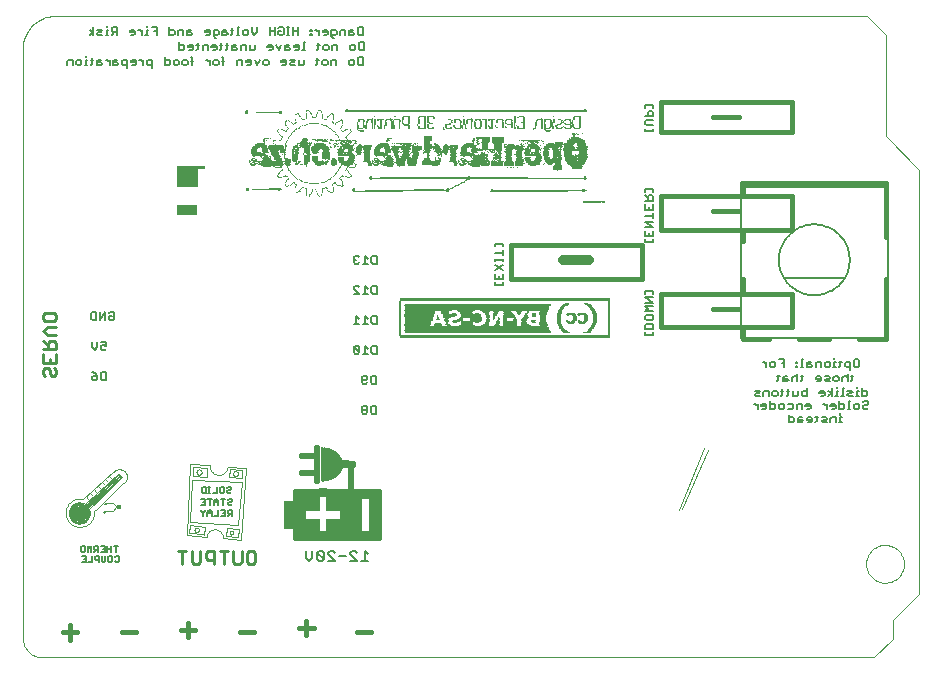
<source format=gbo>
G75*
G70*
%OFA0B0*%
%FSLAX24Y24*%
%IPPOS*%
%LPD*%
%AMOC8*
5,1,8,0,0,1.08239X$1,22.5*
%
%ADD10C,0.0000*%
%ADD11C,0.0150*%
%ADD12C,0.0090*%
%ADD13C,0.0039*%
%ADD14C,0.0060*%
%ADD15C,0.0320*%
%ADD16C,0.0160*%
%ADD17R,0.0120X0.0040*%
%ADD18R,0.0160X0.0040*%
%ADD19R,0.0040X0.0040*%
%ADD20R,0.0080X0.0040*%
%ADD21R,0.0200X0.0040*%
%ADD22R,0.0280X0.0040*%
%ADD23R,0.0240X0.0040*%
%ADD24R,0.1520X0.0040*%
%ADD25R,0.0480X0.0040*%
%ADD26R,0.0320X0.0040*%
%ADD27R,0.1400X0.0040*%
%ADD28R,0.0360X0.0040*%
%ADD29R,0.0680X0.0040*%
%ADD30R,0.0520X0.0040*%
%ADD31R,0.0920X0.0040*%
%ADD32R,0.1360X0.0040*%
%ADD33R,0.0400X0.0040*%
%ADD34R,0.0440X0.0040*%
%ADD35R,0.1040X0.0040*%
%ADD36R,0.0800X0.0040*%
%ADD37R,0.0640X0.0040*%
%ADD38R,0.0560X0.0040*%
%ADD39R,0.0760X0.0040*%
%ADD40R,0.0025X0.0025*%
%ADD41R,0.0026X0.0025*%
%ADD42R,0.0024X0.0025*%
%ADD43R,0.0050X0.0025*%
%ADD44R,0.0075X0.0025*%
%ADD45R,0.0100X0.0025*%
%ADD46R,0.2574X0.0025*%
%ADD47R,0.1675X0.0025*%
%ADD48R,0.3199X0.0025*%
%ADD49R,0.2800X0.0025*%
%ADD50R,0.0125X0.0025*%
%ADD51R,0.0975X0.0025*%
%ADD52R,0.0974X0.0025*%
%ADD53R,0.0400X0.0025*%
%ADD54R,0.0051X0.0025*%
%ADD55R,0.0074X0.0025*%
%ADD56R,0.0076X0.0025*%
%ADD57R,0.0049X0.0025*%
%ADD58R,0.0350X0.0025*%
%ADD59R,0.0099X0.0025*%
%ADD60R,0.7249X0.0025*%
%ADD61R,0.4951X0.0025*%
%ADD62R,0.0300X0.0025*%
%ADD63R,0.0326X0.0025*%
%ADD64R,0.0224X0.0025*%
%ADD65R,0.0200X0.0025*%
%ADD66R,0.0375X0.0025*%
%ADD67R,0.0249X0.0025*%
%ADD68R,0.0251X0.0025*%
%ADD69R,0.0426X0.0025*%
%ADD70R,0.0250X0.0025*%
%ADD71R,0.0199X0.0025*%
%ADD72R,0.0299X0.0025*%
%ADD73R,0.0301X0.0025*%
%ADD74R,0.0399X0.0025*%
%ADD75R,0.0325X0.0025*%
%ADD76R,0.0175X0.0025*%
%ADD77R,0.0324X0.0025*%
%ADD78R,0.0124X0.0025*%
%ADD79R,0.0126X0.0025*%
%ADD80R,0.0750X0.0025*%
%ADD81R,0.0475X0.0025*%
%ADD82R,0.0201X0.0025*%
%ADD83R,0.0700X0.0025*%
%ADD84R,0.0275X0.0025*%
%ADD85R,0.0225X0.0025*%
%ADD86R,0.0374X0.0025*%
%ADD87R,0.0149X0.0025*%
%ADD88R,0.0176X0.0025*%
%ADD89R,0.0826X0.0025*%
%ADD90R,0.0550X0.0025*%
%ADD91R,0.0150X0.0025*%
%ADD92R,0.0601X0.0025*%
%ADD93R,0.0424X0.0025*%
%ADD94R,0.0850X0.0025*%
%ADD95R,0.0575X0.0025*%
%ADD96R,0.0725X0.0025*%
%ADD97R,0.0425X0.0025*%
%ADD98R,0.0151X0.0025*%
%ADD99R,0.0625X0.0025*%
%ADD100R,0.0500X0.0025*%
%ADD101R,0.0451X0.0025*%
%ADD102R,0.0101X0.0025*%
%ADD103R,0.0526X0.0025*%
%ADD104R,0.0875X0.0025*%
%ADD105R,0.0351X0.0025*%
%ADD106R,0.0174X0.0025*%
%ADD107R,0.0650X0.0025*%
%ADD108R,0.0674X0.0025*%
%ADD109R,0.0551X0.0025*%
%ADD110R,0.0600X0.0025*%
%ADD111R,0.0276X0.0025*%
%ADD112R,0.0274X0.0025*%
%ADD113R,0.0574X0.0025*%
%ADD114R,0.0226X0.0025*%
%ADD115R,0.0576X0.0025*%
%ADD116R,0.0349X0.0025*%
%ADD117R,0.0524X0.0025*%
%ADD118R,0.0474X0.0025*%
%ADD119R,0.0776X0.0025*%
%ADD120R,0.0401X0.0025*%
%ADD121R,0.0476X0.0025*%
%ADD122R,0.0449X0.0025*%
%ADD123R,0.0801X0.0025*%
%ADD124R,0.0376X0.0025*%
%ADD125R,0.0675X0.0025*%
%ADD126R,0.0599X0.0025*%
%ADD127R,0.0501X0.0025*%
%ADD128R,0.0525X0.0025*%
%ADD129R,0.0549X0.0025*%
%ADD130R,0.0899X0.0025*%
%ADD131R,0.8050X0.0025*%
%ADD132C,0.0010*%
%ADD133C,0.0050*%
%ADD134R,0.0007X0.1640*%
%ADD135R,0.0007X0.1667*%
%ADD136R,0.0007X0.1680*%
%ADD137R,0.0007X0.1693*%
%ADD138R,0.0007X0.1707*%
%ADD139R,0.0007X0.1714*%
%ADD140R,0.0007X0.1720*%
%ADD141R,0.0007X0.1726*%
%ADD142R,0.0007X0.1733*%
%ADD143R,0.0007X0.1733*%
%ADD144R,0.0007X0.0360*%
%ADD145R,0.0007X0.0360*%
%ADD146R,0.0007X0.0053*%
%ADD147R,0.0007X0.0093*%
%ADD148R,0.0007X0.0120*%
%ADD149R,0.0007X0.0140*%
%ADD150R,0.0007X0.0160*%
%ADD151R,0.0007X0.0173*%
%ADD152R,0.0007X0.0187*%
%ADD153R,0.0007X0.0194*%
%ADD154R,0.0007X0.0206*%
%ADD155R,0.0007X0.0213*%
%ADD156R,0.0007X0.2660*%
%ADD157R,0.0007X0.2660*%
%ADD158R,0.0007X0.2667*%
%ADD159R,0.0007X0.2667*%
%ADD160R,0.0007X0.0234*%
%ADD161R,0.0007X0.0234*%
%ADD162R,0.0007X0.0240*%
%ADD163R,0.0007X0.0274*%
%ADD164R,0.0007X0.0314*%
%ADD165R,0.0007X0.0347*%
%ADD166R,0.0007X0.0373*%
%ADD167R,0.0007X0.0406*%
%ADD168R,0.0007X0.0427*%
%ADD169R,0.0007X0.0453*%
%ADD170R,0.0007X0.0474*%
%ADD171R,0.0007X0.0747*%
%ADD172R,0.0007X0.0740*%
%ADD173R,0.0007X0.0493*%
%ADD174R,0.0007X0.0747*%
%ADD175R,0.0007X0.0740*%
%ADD176R,0.0007X0.0520*%
%ADD177R,0.0007X0.0533*%
%ADD178R,0.0007X0.0554*%
%ADD179R,0.0007X0.0573*%
%ADD180R,0.0007X0.0587*%
%ADD181R,0.0007X0.0606*%
%ADD182R,0.0007X0.0620*%
%ADD183R,0.0007X0.0634*%
%ADD184R,0.0007X0.0653*%
%ADD185R,0.0007X0.0667*%
%ADD186R,0.0007X0.0680*%
%ADD187R,0.0007X0.0693*%
%ADD188R,0.0007X0.0707*%
%ADD189R,0.0007X0.0714*%
%ADD190R,0.0007X0.0726*%
%ADD191R,0.0007X0.0754*%
%ADD192R,0.0007X0.0760*%
%ADD193R,0.0007X0.0773*%
%ADD194R,0.0007X0.0787*%
%ADD195R,0.0007X0.0794*%
%ADD196R,0.0007X0.0806*%
%ADD197R,0.0007X0.0813*%
%ADD198R,0.0007X0.0827*%
%ADD199R,0.0007X0.0834*%
%ADD200R,0.0007X0.0840*%
%ADD201R,0.0007X0.0853*%
%ADD202R,0.0007X0.0860*%
%ADD203R,0.0007X0.0867*%
%ADD204R,0.0007X0.0874*%
%ADD205R,0.0007X0.0880*%
%ADD206R,0.0007X0.0893*%
%ADD207R,0.0007X0.0900*%
%ADD208R,0.0007X0.0907*%
%ADD209R,0.0007X0.0914*%
%ADD210R,0.0007X0.0920*%
%ADD211R,0.0007X0.0926*%
%ADD212R,0.0007X0.0933*%
%ADD213R,0.0007X0.0940*%
%ADD214R,0.0007X0.0947*%
%ADD215R,0.0007X0.0954*%
%ADD216R,0.0007X0.0960*%
%ADD217R,0.0007X0.0966*%
%ADD218R,0.0007X0.0973*%
%ADD219R,0.0007X0.0980*%
%ADD220R,0.0007X0.0980*%
%ADD221R,0.0007X0.0987*%
%ADD222R,0.0007X0.0994*%
%ADD223R,0.0007X0.1000*%
%ADD224R,0.0007X0.1000*%
%ADD225R,0.0007X0.1006*%
%ADD226R,0.0007X0.1013*%
%ADD227R,0.0007X0.1020*%
%ADD228R,0.0007X0.1027*%
%ADD229R,0.0007X0.1034*%
%ADD230R,0.0007X0.1040*%
%ADD231R,0.0007X0.1040*%
%ADD232R,0.0007X0.1046*%
%ADD233R,0.0007X0.1053*%
%ADD234R,0.0007X0.1053*%
%ADD235R,0.0007X0.1060*%
%ADD236R,0.0007X0.1060*%
%ADD237R,0.0007X0.1067*%
%ADD238R,0.0007X0.1067*%
%ADD239R,0.0007X0.1074*%
%ADD240R,0.0007X0.0307*%
%ADD241R,0.0007X0.0300*%
%ADD242R,0.0007X0.1080*%
%ADD243R,0.0007X0.0307*%
%ADD244R,0.0007X0.0300*%
%ADD245R,0.0007X0.1080*%
%ADD246R,0.0007X0.1086*%
%ADD247R,0.0007X0.1086*%
%ADD248R,0.0007X0.1093*%
%ADD249R,0.0007X0.1093*%
%ADD250R,0.0007X0.1100*%
%ADD251R,0.0007X0.1100*%
%ADD252R,0.0007X0.1107*%
%ADD253R,0.0007X0.1107*%
%ADD254R,0.0007X0.1114*%
%ADD255R,0.0007X0.1114*%
%ADD256R,0.0007X0.1154*%
%ADD257R,0.0007X0.1180*%
%ADD258R,0.0007X0.1200*%
%ADD259R,0.0007X0.1213*%
%ADD260R,0.0007X0.1227*%
%ADD261R,0.0007X0.1240*%
%ADD262R,0.0007X0.1246*%
%ADD263R,0.0007X0.1253*%
%ADD264R,0.0007X0.1260*%
%ADD265R,0.0007X0.1267*%
%ADD266R,0.0007X0.1267*%
%ADD267R,0.0007X0.1260*%
%ADD268R,0.0007X0.1253*%
%ADD269R,0.0007X0.1246*%
%ADD270R,0.0007X0.1227*%
%ADD271R,0.0007X0.1213*%
%ADD272R,0.0007X0.1180*%
%ADD273R,0.0007X0.1154*%
%ADD274R,0.0007X0.0233*%
%ADD275R,0.0007X0.0233*%
%ADD276R,0.0007X0.0226*%
%ADD277R,0.0007X0.0220*%
%ADD278R,0.0007X0.0214*%
%ADD279R,0.0007X0.0220*%
%ADD280R,0.0007X0.0207*%
%ADD281R,0.0007X0.0200*%
%ADD282R,0.0007X0.0193*%
%ADD283R,0.0007X0.0180*%
%ADD284R,0.0007X0.0167*%
%ADD285R,0.0007X0.0153*%
%ADD286R,0.0007X0.0134*%
%ADD287R,0.0007X0.0113*%
%ADD288R,0.0007X0.0080*%
%ADD289R,0.0007X0.0026*%
%ADD290R,0.0007X0.0020*%
%ADD291R,0.0007X0.1720*%
%ADD292R,0.0007X0.1714*%
%ADD293R,0.0007X0.1693*%
%ADD294R,0.0007X0.1680*%
%ADD295R,0.0007X0.1660*%
%ADD296R,0.0007X0.1627*%
%ADD297R,0.0007X0.0947*%
%ADD298R,0.0007X0.0907*%
%ADD299C,0.0020*%
%ADD300R,0.7026X0.0026*%
%ADD301R,0.7026X0.0026*%
%ADD302R,0.0079X0.0026*%
%ADD303R,0.0079X0.0026*%
%ADD304R,0.0211X0.0026*%
%ADD305R,0.0184X0.0026*%
%ADD306R,0.4895X0.0026*%
%ADD307R,0.0184X0.0026*%
%ADD308R,0.0211X0.0026*%
%ADD309R,0.4868X0.0026*%
%ADD310R,0.0158X0.0026*%
%ADD311R,0.0184X0.0026*%
%ADD312R,0.4842X0.0026*%
%ADD313R,0.0131X0.0026*%
%ADD314R,0.4816X0.0026*%
%ADD315R,0.0132X0.0026*%
%ADD316R,0.4790X0.0026*%
%ADD317R,0.0132X0.0026*%
%ADD318R,0.0131X0.0026*%
%ADD319R,0.4790X0.0026*%
%ADD320R,0.4763X0.0026*%
%ADD321R,0.0105X0.0026*%
%ADD322R,0.0132X0.0026*%
%ADD323R,0.0263X0.0026*%
%ADD324R,0.0343X0.0026*%
%ADD325R,0.0447X0.0026*%
%ADD326R,0.0290X0.0026*%
%ADD327R,0.0552X0.0026*%
%ADD328R,0.0289X0.0026*%
%ADD329R,0.0842X0.0026*%
%ADD330R,0.0237X0.0026*%
%ADD331R,0.0395X0.0026*%
%ADD332R,0.0106X0.0026*%
%ADD333R,0.0210X0.0026*%
%ADD334R,0.0868X0.0026*%
%ADD335R,0.0185X0.0026*%
%ADD336R,0.0263X0.0026*%
%ADD337R,0.0237X0.0026*%
%ADD338R,0.0447X0.0026*%
%ADD339R,0.0105X0.0026*%
%ADD340R,0.0158X0.0026*%
%ADD341R,0.0395X0.0026*%
%ADD342R,0.0868X0.0026*%
%ADD343R,0.0157X0.0026*%
%ADD344R,0.0658X0.0026*%
%ADD345R,0.0895X0.0026*%
%ADD346R,0.0052X0.0026*%
%ADD347R,0.0369X0.0026*%
%ADD348R,0.0342X0.0026*%
%ADD349R,0.0921X0.0026*%
%ADD350R,0.0053X0.0026*%
%ADD351R,0.0027X0.0026*%
%ADD352R,0.0079X0.0026*%
%ADD353R,0.0106X0.0026*%
%ADD354R,0.0421X0.0026*%
%ADD355R,0.0026X0.0026*%
%ADD356R,0.0053X0.0026*%
%ADD357R,0.0079X0.0026*%
%ADD358R,0.0737X0.0026*%
%ADD359R,0.0210X0.0026*%
%ADD360R,0.0947X0.0026*%
%ADD361R,0.0394X0.0026*%
%ADD362R,0.0026X0.0026*%
%ADD363R,0.0737X0.0026*%
%ADD364R,0.0947X0.0026*%
%ADD365R,0.0368X0.0026*%
%ADD366R,0.0685X0.0026*%
%ADD367R,0.0027X0.0026*%
%ADD368R,0.0974X0.0026*%
%ADD369R,0.0474X0.0026*%
%ADD370R,0.0316X0.0026*%
%ADD371R,0.0236X0.0026*%
%ADD372R,0.0315X0.0026*%
%ADD373R,0.0237X0.0026*%
%ADD374R,0.1000X0.0026*%
%ADD375R,0.0421X0.0026*%
%ADD376R,0.0289X0.0026*%
%ADD377R,0.0184X0.0026*%
%ADD378R,0.1000X0.0026*%
%ADD379R,0.0500X0.0026*%
%ADD380R,0.1026X0.0026*%
%ADD381R,0.2263X0.0026*%
%ADD382R,0.0631X0.0026*%
%ADD383R,0.1579X0.0026*%
%ADD384R,0.4816X0.0026*%
%ADD385C,0.0080*%
%ADD386R,0.0689X0.0370*%
%ADD387C,0.0001*%
D10*
X006353Y016882D02*
X006353Y017551D01*
X007263Y017551D01*
X007263Y017469D01*
X007034Y017469D01*
X007034Y016882D01*
X006353Y016882D01*
X029336Y004277D02*
X029338Y004327D01*
X029344Y004377D01*
X029354Y004426D01*
X029368Y004474D01*
X029385Y004521D01*
X029406Y004566D01*
X029431Y004610D01*
X029459Y004651D01*
X029491Y004690D01*
X029525Y004727D01*
X029562Y004761D01*
X029602Y004791D01*
X029644Y004818D01*
X029688Y004842D01*
X029734Y004863D01*
X029781Y004879D01*
X029829Y004892D01*
X029879Y004901D01*
X029928Y004906D01*
X029979Y004907D01*
X030029Y004904D01*
X030078Y004897D01*
X030127Y004886D01*
X030175Y004871D01*
X030221Y004853D01*
X030266Y004831D01*
X030309Y004805D01*
X030350Y004776D01*
X030389Y004744D01*
X030425Y004709D01*
X030457Y004671D01*
X030487Y004631D01*
X030514Y004588D01*
X030537Y004544D01*
X030556Y004498D01*
X030572Y004450D01*
X030584Y004401D01*
X030592Y004352D01*
X030596Y004302D01*
X030596Y004252D01*
X030592Y004202D01*
X030584Y004153D01*
X030572Y004104D01*
X030556Y004056D01*
X030537Y004010D01*
X030514Y003966D01*
X030487Y003923D01*
X030457Y003883D01*
X030425Y003845D01*
X030389Y003810D01*
X030350Y003778D01*
X030309Y003749D01*
X030266Y003723D01*
X030221Y003701D01*
X030175Y003683D01*
X030127Y003668D01*
X030078Y003657D01*
X030029Y003650D01*
X029979Y003647D01*
X029928Y003648D01*
X029879Y003653D01*
X029829Y003662D01*
X029781Y003675D01*
X029734Y003691D01*
X029688Y003712D01*
X029644Y003736D01*
X029602Y003763D01*
X029562Y003793D01*
X029525Y003827D01*
X029491Y003864D01*
X029459Y003903D01*
X029431Y003944D01*
X029406Y003988D01*
X029385Y004033D01*
X029368Y004080D01*
X029354Y004128D01*
X029344Y004177D01*
X029338Y004227D01*
X029336Y004277D01*
D11*
X012844Y001991D02*
X012370Y001991D01*
X010915Y002148D02*
X010441Y002148D01*
X010678Y001912D02*
X010678Y002385D01*
X008946Y001991D02*
X008472Y001991D01*
X006978Y002070D02*
X006504Y002070D01*
X006741Y002307D02*
X006741Y001833D01*
X005009Y001991D02*
X004535Y001991D01*
X003041Y001991D02*
X002567Y001991D01*
X002804Y002228D02*
X002804Y001754D01*
D12*
X006537Y004283D02*
X006537Y004693D01*
X006401Y004693D02*
X006674Y004693D01*
X006861Y004693D02*
X006861Y004351D01*
X006929Y004283D01*
X007066Y004283D01*
X007135Y004351D01*
X007135Y004693D01*
X007321Y004625D02*
X007321Y004488D01*
X007390Y004420D01*
X007595Y004420D01*
X007595Y004283D02*
X007595Y004693D01*
X007390Y004693D01*
X007321Y004625D01*
X007782Y004693D02*
X008055Y004693D01*
X007919Y004693D02*
X007919Y004283D01*
X008242Y004351D02*
X008242Y004693D01*
X008516Y004693D02*
X008516Y004351D01*
X008447Y004283D01*
X008311Y004283D01*
X008242Y004351D01*
X008703Y004351D02*
X008703Y004625D01*
X008771Y004693D01*
X008908Y004693D01*
X008976Y004625D01*
X008976Y004351D01*
X008908Y004283D01*
X008771Y004283D01*
X008703Y004351D01*
X002323Y010592D02*
X002254Y010524D01*
X002186Y010524D01*
X002118Y010592D01*
X002118Y010729D01*
X002049Y010798D01*
X001981Y010798D01*
X001913Y010729D01*
X001913Y010592D01*
X001981Y010524D01*
X002323Y010592D02*
X002323Y010729D01*
X002254Y010798D01*
X002323Y010984D02*
X001913Y010984D01*
X001913Y011258D01*
X001913Y011445D02*
X002323Y011445D01*
X002323Y011650D01*
X002254Y011718D01*
X002118Y011718D01*
X002049Y011650D01*
X002049Y011445D01*
X002049Y011582D02*
X001913Y011718D01*
X002049Y011905D02*
X001913Y012042D01*
X002049Y012179D01*
X002323Y012179D01*
X002254Y012366D02*
X001981Y012366D01*
X001913Y012434D01*
X001913Y012571D01*
X001981Y012639D01*
X002254Y012639D01*
X002323Y012571D01*
X002323Y012434D01*
X002254Y012366D01*
X002323Y011905D02*
X002049Y011905D01*
X002323Y011258D02*
X002323Y010984D01*
X002118Y010984D02*
X002118Y011121D01*
D13*
X001857Y001160D02*
X029607Y001160D01*
X030232Y001785D01*
X030232Y002410D01*
X031107Y003285D01*
X031107Y017410D01*
X029982Y018535D01*
X029982Y021910D01*
X029357Y022535D01*
X002232Y022535D01*
X002167Y022529D01*
X002104Y022520D01*
X002041Y022506D01*
X001979Y022489D01*
X001918Y022468D01*
X001858Y022444D01*
X001800Y022415D01*
X001744Y022384D01*
X001690Y022349D01*
X001638Y022311D01*
X001589Y022270D01*
X001542Y022225D01*
X001497Y022178D01*
X001456Y022129D01*
X001418Y022077D01*
X001383Y022023D01*
X001352Y021967D01*
X001323Y021909D01*
X001299Y021849D01*
X001278Y021788D01*
X001261Y021726D01*
X001247Y021663D01*
X001238Y021600D01*
X001232Y021535D01*
X001232Y001785D01*
X001234Y001736D01*
X001240Y001687D01*
X001249Y001639D01*
X001263Y001592D01*
X001280Y001546D01*
X001300Y001501D01*
X001324Y001458D01*
X001351Y001418D01*
X001382Y001379D01*
X001415Y001343D01*
X001451Y001310D01*
X001490Y001279D01*
X001530Y001252D01*
X001573Y001228D01*
X001618Y001208D01*
X001664Y001191D01*
X001711Y001177D01*
X001759Y001168D01*
X001808Y001162D01*
X001857Y001160D01*
X006694Y005222D02*
X006801Y007590D01*
X006801Y007590D01*
X007461Y007563D01*
X007368Y007483D02*
X007355Y007170D01*
X006895Y007190D01*
X006901Y007510D01*
X006915Y007503D02*
X007368Y007483D01*
X007013Y007336D02*
X007015Y007354D01*
X007021Y007372D01*
X007030Y007388D01*
X007042Y007401D01*
X007057Y007412D01*
X007074Y007420D01*
X007092Y007424D01*
X007110Y007424D01*
X007128Y007420D01*
X007145Y007412D01*
X007160Y007401D01*
X007172Y007388D01*
X007181Y007372D01*
X007187Y007354D01*
X007189Y007336D01*
X007187Y007318D01*
X007181Y007300D01*
X007172Y007284D01*
X007160Y007271D01*
X007145Y007260D01*
X007128Y007252D01*
X007110Y007248D01*
X007092Y007248D01*
X007074Y007252D01*
X007057Y007260D01*
X007042Y007271D01*
X007030Y007284D01*
X007021Y007300D01*
X007015Y007318D01*
X007013Y007336D01*
X006875Y007076D02*
X006808Y005676D01*
X008389Y005556D01*
X008529Y007016D01*
X006875Y007076D01*
X007461Y007564D02*
X007460Y007531D01*
X007463Y007498D01*
X007469Y007465D01*
X007479Y007434D01*
X007492Y007403D01*
X007509Y007375D01*
X007528Y007348D01*
X007551Y007324D01*
X007576Y007302D01*
X007603Y007284D01*
X007633Y007269D01*
X007664Y007257D01*
X007696Y007248D01*
X007728Y007243D01*
X007761Y007242D01*
X007794Y007245D01*
X007827Y007251D01*
X007858Y007261D01*
X007889Y007274D01*
X007917Y007291D01*
X007944Y007310D01*
X007968Y007333D01*
X007990Y007358D01*
X008008Y007385D01*
X008023Y007415D01*
X008035Y007446D01*
X008044Y007478D01*
X008049Y007510D01*
X008048Y007510D02*
X008649Y007476D01*
X008489Y005082D01*
X007895Y005135D01*
X007995Y005209D02*
X008015Y005482D01*
X008415Y005435D01*
X008402Y005175D01*
X008002Y005209D01*
X008121Y005315D02*
X008123Y005330D01*
X008129Y005344D01*
X008138Y005357D01*
X008149Y005367D01*
X008163Y005373D01*
X008178Y005376D01*
X008193Y005375D01*
X008208Y005370D01*
X008221Y005362D01*
X008231Y005351D01*
X008239Y005337D01*
X008243Y005323D01*
X008243Y005307D01*
X008239Y005293D01*
X008231Y005279D01*
X008221Y005268D01*
X008208Y005260D01*
X008193Y005255D01*
X008178Y005254D01*
X008163Y005257D01*
X008149Y005263D01*
X008138Y005273D01*
X008129Y005286D01*
X008123Y005300D01*
X008121Y005315D01*
X007895Y005135D02*
X007896Y005167D01*
X007892Y005199D01*
X007885Y005230D01*
X007874Y005260D01*
X007860Y005288D01*
X007842Y005315D01*
X007822Y005339D01*
X007799Y005361D01*
X007773Y005381D01*
X007746Y005397D01*
X007716Y005409D01*
X007686Y005418D01*
X007655Y005424D01*
X007623Y005426D01*
X007591Y005424D01*
X007560Y005419D01*
X007529Y005410D01*
X007500Y005397D01*
X007472Y005381D01*
X007446Y005362D01*
X007423Y005341D01*
X007403Y005316D01*
X007385Y005290D01*
X007371Y005261D01*
X007360Y005231D01*
X007352Y005200D01*
X007349Y005169D01*
X007348Y005169D02*
X006694Y005222D01*
X006781Y005302D02*
X007268Y005255D01*
X007275Y005249D02*
X007308Y005516D01*
X006801Y005569D01*
X006781Y005302D01*
X006947Y005409D02*
X006949Y005425D01*
X006954Y005441D01*
X006963Y005455D01*
X006975Y005467D01*
X006989Y005476D01*
X007005Y005481D01*
X007021Y005483D01*
X007037Y005481D01*
X007053Y005476D01*
X007067Y005467D01*
X007079Y005455D01*
X007088Y005441D01*
X007093Y005425D01*
X007095Y005409D01*
X007093Y005393D01*
X007088Y005377D01*
X007079Y005363D01*
X007067Y005351D01*
X007053Y005342D01*
X007037Y005337D01*
X007021Y005335D01*
X007005Y005337D01*
X006989Y005342D01*
X006975Y005351D01*
X006963Y005363D01*
X006954Y005377D01*
X006949Y005393D01*
X006947Y005409D01*
X008102Y007163D02*
X008128Y007423D01*
X008115Y007436D02*
X008535Y007410D01*
X008522Y007143D01*
X008102Y007163D01*
X008234Y007283D02*
X008236Y007300D01*
X008241Y007317D01*
X008251Y007332D01*
X008263Y007345D01*
X008277Y007355D01*
X008293Y007361D01*
X008311Y007364D01*
X008328Y007363D01*
X008345Y007358D01*
X008360Y007350D01*
X008374Y007339D01*
X008384Y007325D01*
X008392Y007309D01*
X008396Y007292D01*
X008396Y007274D01*
X008392Y007257D01*
X008384Y007241D01*
X008374Y007227D01*
X008360Y007216D01*
X008345Y007208D01*
X008328Y007203D01*
X008311Y007202D01*
X008293Y007205D01*
X008277Y007211D01*
X008263Y007221D01*
X008251Y007234D01*
X008241Y007249D01*
X008236Y007266D01*
X008234Y007283D01*
X004613Y006990D02*
X003653Y006076D01*
X003666Y006089D02*
X003593Y006036D01*
X003373Y006096D02*
X004493Y007170D01*
X004427Y007250D01*
X004420Y007256D02*
X004520Y007156D01*
X003179Y005849D01*
X002905Y005962D02*
X002907Y005992D01*
X002913Y006021D01*
X002922Y006050D01*
X002935Y006077D01*
X002951Y006102D01*
X002971Y006125D01*
X002993Y006145D01*
X003018Y006162D01*
X003044Y006176D01*
X003072Y006186D01*
X003102Y006193D01*
X003131Y006196D01*
X003161Y006195D01*
X003191Y006190D01*
X003220Y006182D01*
X003247Y006169D01*
X003273Y006154D01*
X003296Y006135D01*
X003317Y006114D01*
X003335Y006090D01*
X003350Y006064D01*
X003361Y006036D01*
X003369Y006007D01*
X003373Y005977D01*
X003373Y005947D01*
X003369Y005917D01*
X003361Y005888D01*
X003350Y005860D01*
X003335Y005834D01*
X003317Y005810D01*
X003296Y005789D01*
X003273Y005770D01*
X003247Y005755D01*
X003220Y005742D01*
X003191Y005734D01*
X003161Y005729D01*
X003131Y005728D01*
X003102Y005731D01*
X003072Y005738D01*
X003044Y005748D01*
X003018Y005762D01*
X002993Y005779D01*
X002971Y005799D01*
X002951Y005822D01*
X002935Y005847D01*
X002922Y005874D01*
X002913Y005903D01*
X002907Y005932D01*
X002905Y005962D01*
X002763Y005969D02*
X002765Y006004D01*
X002771Y006038D01*
X002780Y006071D01*
X002794Y006104D01*
X002811Y006134D01*
X002831Y006162D01*
X002854Y006188D01*
X002880Y006211D01*
X002908Y006231D01*
X002938Y006248D01*
X002971Y006262D01*
X003004Y006271D01*
X003038Y006277D01*
X003073Y006279D01*
X003108Y006277D01*
X003142Y006271D01*
X003175Y006262D01*
X003208Y006248D01*
X003238Y006231D01*
X003266Y006211D01*
X003292Y006188D01*
X003315Y006162D01*
X003335Y006134D01*
X003352Y006104D01*
X003366Y006071D01*
X003375Y006038D01*
X003381Y006004D01*
X003383Y005969D01*
X003381Y005934D01*
X003375Y005900D01*
X003366Y005867D01*
X003352Y005834D01*
X003335Y005804D01*
X003315Y005776D01*
X003292Y005750D01*
X003266Y005727D01*
X003238Y005707D01*
X003208Y005690D01*
X003175Y005676D01*
X003142Y005667D01*
X003108Y005661D01*
X003073Y005659D01*
X003038Y005661D01*
X003004Y005667D01*
X002971Y005676D01*
X002938Y005690D01*
X002908Y005707D01*
X002880Y005727D01*
X002854Y005750D01*
X002831Y005776D01*
X002811Y005804D01*
X002794Y005834D01*
X002780Y005867D01*
X002771Y005900D01*
X002765Y005934D01*
X002763Y005969D01*
X002872Y005969D02*
X002874Y005998D01*
X002880Y006026D01*
X002889Y006053D01*
X002902Y006078D01*
X002918Y006102D01*
X002937Y006123D01*
X002959Y006141D01*
X002983Y006157D01*
X003009Y006169D01*
X003036Y006177D01*
X003065Y006182D01*
X003093Y006183D01*
X003122Y006180D01*
X003149Y006173D01*
X003176Y006163D01*
X003201Y006149D01*
X003224Y006132D01*
X003245Y006113D01*
X003262Y006090D01*
X003277Y006066D01*
X003288Y006039D01*
X003296Y006012D01*
X003300Y005983D01*
X003300Y005955D01*
X003296Y005926D01*
X003288Y005899D01*
X003277Y005872D01*
X003262Y005848D01*
X003245Y005825D01*
X003224Y005806D01*
X003201Y005789D01*
X003176Y005775D01*
X003149Y005765D01*
X003122Y005758D01*
X003093Y005755D01*
X003065Y005756D01*
X003036Y005761D01*
X003009Y005769D01*
X002983Y005781D01*
X002959Y005797D01*
X002937Y005815D01*
X002918Y005836D01*
X002902Y005860D01*
X002889Y005885D01*
X002880Y005912D01*
X002874Y005940D01*
X002872Y005969D01*
X002897Y005962D02*
X002899Y005989D01*
X002905Y006015D01*
X002914Y006041D01*
X002927Y006064D01*
X002943Y006086D01*
X002962Y006105D01*
X002984Y006121D01*
X003007Y006134D01*
X003033Y006143D01*
X003059Y006149D01*
X003086Y006151D01*
X003113Y006149D01*
X003139Y006143D01*
X003165Y006134D01*
X003188Y006121D01*
X003210Y006105D01*
X003229Y006086D01*
X003245Y006064D01*
X003258Y006041D01*
X003267Y006015D01*
X003273Y005989D01*
X003275Y005962D01*
X003273Y005935D01*
X003267Y005909D01*
X003258Y005883D01*
X003245Y005860D01*
X003229Y005838D01*
X003210Y005819D01*
X003188Y005803D01*
X003165Y005790D01*
X003139Y005781D01*
X003113Y005775D01*
X003086Y005773D01*
X003059Y005775D01*
X003033Y005781D01*
X003007Y005790D01*
X002984Y005803D01*
X002962Y005819D01*
X002943Y005838D01*
X002927Y005860D01*
X002914Y005883D01*
X002905Y005909D01*
X002899Y005935D01*
X002897Y005962D01*
X003033Y005956D02*
X003035Y005970D01*
X003041Y005984D01*
X003050Y005995D01*
X003062Y006003D01*
X003075Y006008D01*
X003090Y006009D01*
X003104Y006006D01*
X003117Y005999D01*
X003127Y005989D01*
X003135Y005977D01*
X003139Y005963D01*
X003139Y005949D01*
X003135Y005935D01*
X003127Y005923D01*
X003117Y005913D01*
X003104Y005906D01*
X003090Y005903D01*
X003075Y005904D01*
X003062Y005909D01*
X003050Y005917D01*
X003041Y005928D01*
X003035Y005942D01*
X003033Y005956D01*
X003066Y005949D02*
X003068Y005957D01*
X003073Y005964D01*
X003080Y005968D01*
X003088Y005969D01*
X003096Y005966D01*
X003102Y005961D01*
X003106Y005953D01*
X003106Y005945D01*
X003102Y005937D01*
X003096Y005932D01*
X003088Y005929D01*
X003080Y005930D01*
X003073Y005934D01*
X003068Y005941D01*
X003066Y005949D01*
X003013Y005956D02*
X003015Y005973D01*
X003020Y005990D01*
X003029Y006004D01*
X003041Y006017D01*
X003056Y006027D01*
X003072Y006033D01*
X003089Y006036D01*
X003106Y006035D01*
X003123Y006030D01*
X003138Y006022D01*
X003151Y006011D01*
X003162Y005997D01*
X003169Y005982D01*
X003173Y005965D01*
X003173Y005947D01*
X003169Y005930D01*
X003162Y005915D01*
X003151Y005901D01*
X003138Y005890D01*
X003123Y005882D01*
X003106Y005877D01*
X003089Y005876D01*
X003072Y005879D01*
X003056Y005885D01*
X003041Y005895D01*
X003029Y005908D01*
X003020Y005922D01*
X003015Y005939D01*
X003013Y005956D01*
X002980Y005956D02*
X002982Y005977D01*
X002988Y005997D01*
X002997Y006015D01*
X003009Y006032D01*
X003025Y006046D01*
X003043Y006057D01*
X003062Y006065D01*
X003083Y006069D01*
X003103Y006069D01*
X003124Y006065D01*
X003143Y006057D01*
X003161Y006046D01*
X003177Y006032D01*
X003189Y006015D01*
X003198Y005997D01*
X003204Y005977D01*
X003206Y005956D01*
X003204Y005935D01*
X003198Y005915D01*
X003189Y005897D01*
X003177Y005880D01*
X003161Y005866D01*
X003143Y005855D01*
X003124Y005847D01*
X003103Y005843D01*
X003083Y005843D01*
X003062Y005847D01*
X003043Y005855D01*
X003025Y005866D01*
X003009Y005880D01*
X002997Y005897D01*
X002988Y005915D01*
X002982Y005935D01*
X002980Y005956D01*
X002959Y005956D02*
X002961Y005979D01*
X002967Y006001D01*
X002976Y006021D01*
X002989Y006040D01*
X003004Y006057D01*
X003023Y006070D01*
X003043Y006080D01*
X003065Y006087D01*
X003087Y006090D01*
X003110Y006089D01*
X003132Y006084D01*
X003153Y006076D01*
X003173Y006064D01*
X003190Y006049D01*
X003204Y006031D01*
X003215Y006011D01*
X003223Y005990D01*
X003227Y005967D01*
X003227Y005945D01*
X003223Y005922D01*
X003215Y005901D01*
X003204Y005881D01*
X003190Y005863D01*
X003173Y005848D01*
X003153Y005836D01*
X003132Y005828D01*
X003110Y005823D01*
X003087Y005822D01*
X003065Y005825D01*
X003043Y005832D01*
X003023Y005842D01*
X003004Y005855D01*
X002989Y005872D01*
X002976Y005891D01*
X002967Y005911D01*
X002961Y005933D01*
X002959Y005956D01*
X002939Y005956D02*
X002941Y005980D01*
X002947Y006004D01*
X002956Y006026D01*
X002968Y006047D01*
X002984Y006065D01*
X003002Y006081D01*
X003023Y006093D01*
X003045Y006102D01*
X003069Y006108D01*
X003093Y006110D01*
X003117Y006108D01*
X003141Y006102D01*
X003163Y006093D01*
X003184Y006081D01*
X003202Y006065D01*
X003218Y006047D01*
X003230Y006026D01*
X003239Y006004D01*
X003245Y005980D01*
X003247Y005956D01*
X003245Y005932D01*
X003239Y005908D01*
X003230Y005886D01*
X003218Y005865D01*
X003202Y005847D01*
X003184Y005831D01*
X003163Y005819D01*
X003141Y005810D01*
X003117Y005804D01*
X003093Y005802D01*
X003069Y005804D01*
X003045Y005810D01*
X003023Y005819D01*
X003002Y005831D01*
X002984Y005847D01*
X002968Y005865D01*
X002956Y005886D01*
X002947Y005908D01*
X002941Y005932D01*
X002939Y005956D01*
X002864Y005949D02*
X002866Y005979D01*
X002872Y006009D01*
X002881Y006037D01*
X002894Y006064D01*
X002911Y006090D01*
X002930Y006112D01*
X002952Y006133D01*
X002977Y006150D01*
X003004Y006164D01*
X003032Y006174D01*
X003061Y006181D01*
X003091Y006184D01*
X003122Y006183D01*
X003151Y006178D01*
X003180Y006170D01*
X003208Y006157D01*
X003233Y006142D01*
X003257Y006123D01*
X003278Y006101D01*
X003296Y006077D01*
X003311Y006051D01*
X003322Y006023D01*
X003330Y005994D01*
X003334Y005964D01*
X003334Y005934D01*
X003330Y005904D01*
X003322Y005875D01*
X003311Y005847D01*
X003296Y005821D01*
X003278Y005797D01*
X003257Y005775D01*
X003233Y005756D01*
X003208Y005741D01*
X003180Y005728D01*
X003151Y005720D01*
X003122Y005715D01*
X003091Y005714D01*
X003061Y005717D01*
X003032Y005724D01*
X003004Y005734D01*
X002977Y005748D01*
X002952Y005765D01*
X002930Y005786D01*
X002911Y005808D01*
X002894Y005834D01*
X002881Y005861D01*
X002872Y005889D01*
X002866Y005919D01*
X002864Y005949D01*
X002839Y005976D02*
X002841Y006008D01*
X002847Y006039D01*
X002857Y006070D01*
X002870Y006099D01*
X002887Y006126D01*
X002907Y006151D01*
X002930Y006173D01*
X002955Y006193D01*
X002983Y006209D01*
X003013Y006221D01*
X003043Y006230D01*
X003075Y006235D01*
X003107Y006236D01*
X003139Y006233D01*
X003170Y006226D01*
X003200Y006215D01*
X003229Y006201D01*
X003256Y006183D01*
X003280Y006163D01*
X003302Y006139D01*
X003320Y006113D01*
X003335Y006085D01*
X003347Y006055D01*
X003355Y006024D01*
X003359Y005992D01*
X003359Y005960D01*
X003355Y005928D01*
X003347Y005897D01*
X003335Y005867D01*
X003320Y005839D01*
X003302Y005813D01*
X003280Y005789D01*
X003256Y005769D01*
X003229Y005751D01*
X003200Y005737D01*
X003170Y005726D01*
X003139Y005719D01*
X003107Y005716D01*
X003075Y005717D01*
X003043Y005722D01*
X003013Y005731D01*
X002983Y005743D01*
X002955Y005759D01*
X002930Y005779D01*
X002907Y005801D01*
X002887Y005826D01*
X002870Y005853D01*
X002857Y005882D01*
X002847Y005913D01*
X002841Y005944D01*
X002839Y005976D01*
X002796Y005982D02*
X002798Y006017D01*
X002804Y006051D01*
X002814Y006084D01*
X002827Y006116D01*
X002844Y006146D01*
X002864Y006174D01*
X002888Y006199D01*
X002914Y006222D01*
X002943Y006241D01*
X002973Y006258D01*
X003005Y006270D01*
X003039Y006279D01*
X003073Y006284D01*
X003108Y006285D01*
X003142Y006282D01*
X003176Y006275D01*
X003209Y006264D01*
X003240Y006250D01*
X003270Y006232D01*
X003297Y006211D01*
X003322Y006187D01*
X003344Y006160D01*
X003363Y006131D01*
X003378Y006100D01*
X003390Y006067D01*
X003398Y006034D01*
X003402Y005999D01*
X003402Y005965D01*
X003398Y005930D01*
X003390Y005897D01*
X003378Y005864D01*
X003363Y005833D01*
X003344Y005804D01*
X003322Y005777D01*
X003297Y005753D01*
X003270Y005732D01*
X003240Y005714D01*
X003209Y005700D01*
X003176Y005689D01*
X003142Y005682D01*
X003108Y005679D01*
X003073Y005680D01*
X003039Y005685D01*
X003005Y005694D01*
X002973Y005706D01*
X002943Y005723D01*
X002914Y005742D01*
X002888Y005765D01*
X002864Y005790D01*
X002844Y005818D01*
X002827Y005848D01*
X002814Y005880D01*
X002804Y005913D01*
X002798Y005947D01*
X002796Y005982D01*
X002863Y005989D02*
X002865Y006019D01*
X002871Y006049D01*
X002880Y006078D01*
X002893Y006105D01*
X002910Y006130D01*
X002929Y006153D01*
X002952Y006174D01*
X002977Y006191D01*
X003003Y006205D01*
X003032Y006215D01*
X003061Y006222D01*
X003091Y006225D01*
X003122Y006224D01*
X003152Y006219D01*
X003181Y006210D01*
X003208Y006198D01*
X003234Y006183D01*
X003258Y006164D01*
X003279Y006142D01*
X003297Y006118D01*
X003312Y006091D01*
X003323Y006063D01*
X003331Y006034D01*
X003335Y006004D01*
X003335Y005974D01*
X003331Y005944D01*
X003323Y005915D01*
X003312Y005887D01*
X003297Y005860D01*
X003279Y005836D01*
X003258Y005814D01*
X003234Y005795D01*
X003208Y005780D01*
X003181Y005768D01*
X003152Y005759D01*
X003122Y005754D01*
X003091Y005753D01*
X003061Y005756D01*
X003032Y005763D01*
X003003Y005773D01*
X002977Y005787D01*
X002952Y005804D01*
X002929Y005825D01*
X002910Y005848D01*
X002893Y005873D01*
X002880Y005900D01*
X002871Y005929D01*
X002865Y005959D01*
X002863Y005989D01*
X002751Y005969D02*
X002753Y006006D01*
X002759Y006043D01*
X002768Y006079D01*
X002782Y006113D01*
X002799Y006146D01*
X002819Y006178D01*
X002842Y006207D01*
X002868Y006233D01*
X002897Y006256D01*
X002928Y006276D01*
X002962Y006293D01*
X002996Y006307D01*
X003032Y006316D01*
X003069Y006322D01*
X003106Y006324D01*
X003143Y006322D01*
X003180Y006316D01*
X003216Y006307D01*
X003250Y006293D01*
X003283Y006276D01*
X003315Y006256D01*
X003344Y006233D01*
X003370Y006207D01*
X003393Y006178D01*
X003413Y006147D01*
X003430Y006113D01*
X003444Y006079D01*
X003453Y006043D01*
X003459Y006006D01*
X003461Y005969D01*
X003459Y005932D01*
X003453Y005895D01*
X003444Y005859D01*
X003430Y005825D01*
X003413Y005792D01*
X003393Y005760D01*
X003370Y005731D01*
X003344Y005705D01*
X003315Y005682D01*
X003284Y005662D01*
X003250Y005645D01*
X003216Y005631D01*
X003180Y005622D01*
X003143Y005616D01*
X003106Y005614D01*
X003069Y005616D01*
X003032Y005622D01*
X002996Y005631D01*
X002962Y005645D01*
X002929Y005662D01*
X002897Y005682D01*
X002868Y005705D01*
X002842Y005731D01*
X002819Y005760D01*
X002799Y005791D01*
X002782Y005825D01*
X002768Y005859D01*
X002759Y005895D01*
X002753Y005932D01*
X002751Y005969D01*
X002932Y005969D02*
X002934Y005995D01*
X002940Y006021D01*
X002949Y006046D01*
X002962Y006069D01*
X002978Y006090D01*
X002997Y006108D01*
X003019Y006124D01*
X003042Y006136D01*
X003067Y006144D01*
X003093Y006149D01*
X003120Y006150D01*
X003146Y006147D01*
X003171Y006140D01*
X003196Y006130D01*
X003218Y006116D01*
X003239Y006099D01*
X003256Y006080D01*
X003271Y006058D01*
X003282Y006034D01*
X003290Y006008D01*
X003294Y005982D01*
X003294Y005956D01*
X003290Y005930D01*
X003282Y005904D01*
X003271Y005880D01*
X003256Y005858D01*
X003239Y005839D01*
X003218Y005822D01*
X003196Y005808D01*
X003171Y005798D01*
X003146Y005791D01*
X003120Y005788D01*
X003093Y005789D01*
X003067Y005794D01*
X003042Y005802D01*
X003019Y005814D01*
X002997Y005830D01*
X002978Y005848D01*
X002962Y005869D01*
X002949Y005892D01*
X002940Y005917D01*
X002934Y005943D01*
X002932Y005969D01*
X002819Y005969D02*
X002821Y006003D01*
X002827Y006037D01*
X002837Y006070D01*
X002850Y006101D01*
X002867Y006131D01*
X002888Y006158D01*
X002911Y006183D01*
X002937Y006205D01*
X002966Y006224D01*
X002997Y006239D01*
X003029Y006251D01*
X003062Y006259D01*
X003096Y006263D01*
X003130Y006263D01*
X003164Y006259D01*
X003197Y006251D01*
X003229Y006239D01*
X003260Y006224D01*
X003289Y006205D01*
X003315Y006183D01*
X003338Y006158D01*
X003359Y006131D01*
X003376Y006101D01*
X003389Y006070D01*
X003399Y006037D01*
X003405Y006003D01*
X003407Y005969D01*
X003405Y005935D01*
X003399Y005901D01*
X003389Y005868D01*
X003376Y005837D01*
X003359Y005807D01*
X003338Y005780D01*
X003315Y005755D01*
X003289Y005733D01*
X003260Y005714D01*
X003229Y005699D01*
X003197Y005687D01*
X003164Y005679D01*
X003130Y005675D01*
X003096Y005675D01*
X003062Y005679D01*
X003029Y005687D01*
X002997Y005699D01*
X002966Y005714D01*
X002937Y005733D01*
X002911Y005755D01*
X002888Y005780D01*
X002867Y005807D01*
X002850Y005837D01*
X002837Y005868D01*
X002827Y005901D01*
X002821Y005935D01*
X002819Y005969D01*
X002789Y005969D02*
X002791Y006005D01*
X002797Y006040D01*
X002807Y006074D01*
X002820Y006107D01*
X002837Y006139D01*
X002857Y006168D01*
X002881Y006195D01*
X002907Y006219D01*
X002936Y006240D01*
X002967Y006258D01*
X002999Y006272D01*
X003033Y006283D01*
X003068Y006290D01*
X003104Y006293D01*
X003140Y006292D01*
X003175Y006287D01*
X003210Y006278D01*
X003243Y006266D01*
X003275Y006250D01*
X003305Y006230D01*
X003332Y006207D01*
X003357Y006182D01*
X003379Y006154D01*
X003398Y006123D01*
X003413Y006091D01*
X003425Y006057D01*
X003433Y006022D01*
X003437Y005987D01*
X003437Y005951D01*
X003433Y005916D01*
X003425Y005881D01*
X003413Y005847D01*
X003398Y005815D01*
X003379Y005784D01*
X003357Y005756D01*
X003332Y005731D01*
X003305Y005708D01*
X003275Y005688D01*
X003243Y005672D01*
X003210Y005660D01*
X003175Y005651D01*
X003140Y005646D01*
X003104Y005645D01*
X003068Y005648D01*
X003033Y005655D01*
X002999Y005666D01*
X002967Y005680D01*
X002936Y005698D01*
X002907Y005719D01*
X002881Y005743D01*
X002857Y005770D01*
X002837Y005799D01*
X002820Y005831D01*
X002807Y005864D01*
X002797Y005898D01*
X002791Y005933D01*
X002789Y005969D01*
X003226Y006443D02*
X003184Y006450D01*
X003142Y006454D01*
X003099Y006453D01*
X003057Y006449D01*
X003015Y006441D01*
X002974Y006430D01*
X002935Y006414D01*
X002897Y006396D01*
X002860Y006373D01*
X002826Y006348D01*
X002794Y006320D01*
X002765Y006289D01*
X002739Y006255D01*
X002716Y006220D01*
X002696Y006182D01*
X002680Y006143D01*
X002668Y006102D01*
X002659Y006061D01*
X002653Y006018D01*
X002652Y005976D01*
X002655Y005933D01*
X002661Y005891D01*
X002671Y005850D01*
X002685Y005810D01*
X002702Y005771D01*
X002722Y005734D01*
X002746Y005699D01*
X002773Y005666D01*
X002803Y005636D01*
X002836Y005608D01*
X002871Y005584D01*
X002907Y005563D01*
X002946Y005545D01*
X002986Y005531D01*
X003027Y005520D01*
X003069Y005513D01*
X003112Y005510D01*
X003154Y005511D01*
X003196Y005516D01*
X003238Y005524D01*
X003279Y005536D01*
X003318Y005552D01*
X003356Y005571D01*
X003392Y005594D01*
X003426Y005619D01*
X003457Y005648D01*
X003486Y005679D01*
X003512Y005713D01*
X003535Y005749D01*
X003554Y005787D01*
X003570Y005826D01*
X003582Y005867D01*
X003590Y005909D01*
X003595Y005951D01*
X003596Y005994D01*
X003593Y006036D01*
X003373Y006142D02*
X004487Y007176D01*
X004467Y007203D01*
X003333Y006169D01*
X003373Y006142D01*
X003379Y006163D02*
X003786Y006563D01*
X003653Y006683D02*
X003593Y006756D01*
X003466Y006629D02*
X003533Y006563D01*
X003399Y006449D02*
X003319Y006523D01*
X003226Y006436D02*
X004267Y007363D01*
X004407Y007276D02*
X003293Y006256D01*
X003326Y006236D02*
X004413Y007250D01*
X004480Y007183D01*
X004607Y006983D02*
X004629Y007004D01*
X004648Y007028D01*
X004665Y007053D01*
X004678Y007081D01*
X004688Y007110D01*
X004694Y007140D01*
X004697Y007170D01*
X004696Y007200D01*
X004691Y007231D01*
X004683Y007260D01*
X004671Y007288D01*
X004656Y007315D01*
X004638Y007339D01*
X004618Y007362D01*
X004594Y007381D01*
X004569Y007398D01*
X004541Y007411D01*
X004512Y007421D01*
X004483Y007428D01*
X004452Y007431D01*
X004422Y007430D01*
X004392Y007426D01*
X004362Y007418D01*
X004334Y007406D01*
X004307Y007392D01*
X004282Y007374D01*
X004260Y007353D01*
X004240Y007330D01*
X004093Y007203D02*
X004153Y007150D01*
X004033Y007030D02*
X003960Y007096D01*
X003860Y007003D02*
X003920Y006930D01*
X003793Y006809D02*
X003726Y006876D01*
X004427Y007216D02*
X003306Y006176D01*
X003966Y006303D02*
X004247Y006303D01*
X004353Y006176D01*
X004347Y006176D02*
X004240Y006049D01*
X003966Y006049D01*
X004380Y006183D02*
X004382Y006189D01*
X004386Y006194D01*
X004393Y006196D01*
X004399Y006194D01*
X004404Y006190D01*
X004406Y006183D01*
X004404Y006177D01*
X004400Y006172D01*
X004393Y006170D01*
X004387Y006172D01*
X004382Y006176D01*
X004380Y006183D01*
X004363Y006189D02*
X004365Y006199D01*
X004370Y006208D01*
X004378Y006215D01*
X004388Y006219D01*
X004398Y006219D01*
X004408Y006215D01*
X004416Y006208D01*
X004421Y006199D01*
X004423Y006189D01*
X004421Y006179D01*
X004416Y006170D01*
X004408Y006163D01*
X004398Y006159D01*
X004388Y006159D01*
X004378Y006163D01*
X004370Y006170D01*
X004365Y006179D01*
X004363Y006189D01*
X004340Y006189D02*
X004342Y006204D01*
X004347Y006218D01*
X004356Y006230D01*
X004368Y006240D01*
X004381Y006246D01*
X004396Y006249D01*
X004411Y006248D01*
X004426Y006243D01*
X004438Y006235D01*
X004449Y006224D01*
X004456Y006211D01*
X004460Y006197D01*
X004460Y006181D01*
X004456Y006167D01*
X004449Y006154D01*
X004438Y006143D01*
X004426Y006135D01*
X004411Y006130D01*
X004396Y006129D01*
X004381Y006132D01*
X004368Y006138D01*
X004356Y006148D01*
X004347Y006160D01*
X004342Y006174D01*
X004340Y006189D01*
D14*
X003996Y010405D02*
X003866Y010405D01*
X003823Y010448D01*
X003823Y010622D01*
X003866Y010665D01*
X003996Y010665D01*
X003996Y010405D01*
X003702Y010448D02*
X003658Y010405D01*
X003572Y010405D01*
X003528Y010448D01*
X003528Y010492D01*
X003572Y010535D01*
X003702Y010535D01*
X003702Y010448D01*
X003702Y010535D02*
X003615Y010622D01*
X003528Y010665D01*
X003615Y011405D02*
X003528Y011492D01*
X003528Y011665D01*
X003702Y011665D02*
X003702Y011492D01*
X003615Y011405D01*
X003823Y011448D02*
X003866Y011405D01*
X003953Y011405D01*
X003996Y011448D01*
X003996Y011535D02*
X003910Y011578D01*
X003866Y011578D01*
X003823Y011535D01*
X003823Y011448D01*
X003996Y011535D02*
X003996Y011665D01*
X003823Y011665D01*
X003801Y012405D02*
X003801Y012665D01*
X003679Y012665D02*
X003549Y012665D01*
X003506Y012622D01*
X003506Y012448D01*
X003549Y012405D01*
X003679Y012405D01*
X003679Y012665D01*
X003801Y012405D02*
X003974Y012665D01*
X003974Y012405D01*
X004095Y012448D02*
X004139Y012405D01*
X004225Y012405D01*
X004269Y012448D01*
X004269Y012622D01*
X004225Y012665D01*
X004139Y012665D01*
X004095Y012622D01*
X004095Y012535D02*
X004182Y012535D01*
X004095Y012535D02*
X004095Y012448D01*
X012256Y012280D02*
X012429Y012280D01*
X012343Y012280D02*
X012343Y012540D01*
X012429Y012453D01*
X012551Y012280D02*
X012724Y012280D01*
X012637Y012280D02*
X012637Y012540D01*
X012724Y012453D01*
X012845Y012497D02*
X012889Y012540D01*
X013019Y012540D01*
X013019Y012280D01*
X012889Y012280D01*
X012845Y012323D01*
X012845Y012497D01*
X012889Y013280D02*
X012845Y013323D01*
X012845Y013497D01*
X012889Y013540D01*
X013019Y013540D01*
X013019Y013280D01*
X012889Y013280D01*
X012724Y013280D02*
X012551Y013280D01*
X012637Y013280D02*
X012637Y013540D01*
X012724Y013453D01*
X012429Y013497D02*
X012386Y013540D01*
X012299Y013540D01*
X012256Y013497D01*
X012256Y013453D01*
X012429Y013280D01*
X012256Y013280D01*
X012299Y014280D02*
X012386Y014280D01*
X012429Y014323D01*
X012343Y014410D02*
X012299Y014410D01*
X012256Y014367D01*
X012256Y014323D01*
X012299Y014280D01*
X012299Y014410D02*
X012256Y014453D01*
X012256Y014497D01*
X012299Y014540D01*
X012386Y014540D01*
X012429Y014497D01*
X012637Y014540D02*
X012637Y014280D01*
X012551Y014280D02*
X012724Y014280D01*
X012845Y014323D02*
X012889Y014280D01*
X013019Y014280D01*
X013019Y014540D01*
X012889Y014540D01*
X012845Y014497D01*
X012845Y014323D01*
X012724Y014453D02*
X012637Y014540D01*
X012637Y011540D02*
X012637Y011280D01*
X012551Y011280D02*
X012724Y011280D01*
X012845Y011323D02*
X012845Y011497D01*
X012889Y011540D01*
X013019Y011540D01*
X013019Y011280D01*
X012889Y011280D01*
X012845Y011323D01*
X012724Y011453D02*
X012637Y011540D01*
X012429Y011497D02*
X012386Y011540D01*
X012299Y011540D01*
X012256Y011497D01*
X012429Y011323D01*
X012386Y011280D01*
X012299Y011280D01*
X012256Y011323D01*
X012256Y011497D01*
X012429Y011497D02*
X012429Y011323D01*
X012572Y010540D02*
X012658Y010540D01*
X012702Y010497D01*
X012702Y010453D01*
X012658Y010410D01*
X012528Y010410D01*
X012528Y010323D02*
X012528Y010497D01*
X012572Y010540D01*
X012528Y010323D02*
X012572Y010280D01*
X012658Y010280D01*
X012702Y010323D01*
X012823Y010323D02*
X012823Y010497D01*
X012866Y010540D01*
X012996Y010540D01*
X012996Y010280D01*
X012866Y010280D01*
X012823Y010323D01*
X012866Y009540D02*
X012996Y009540D01*
X012996Y009280D01*
X012866Y009280D01*
X012823Y009323D01*
X012823Y009497D01*
X012866Y009540D01*
X012702Y009497D02*
X012702Y009453D01*
X012658Y009410D01*
X012572Y009410D01*
X012528Y009367D01*
X012528Y009323D01*
X012572Y009280D01*
X012658Y009280D01*
X012702Y009323D01*
X012702Y009367D01*
X012658Y009410D01*
X012572Y009410D02*
X012528Y009453D01*
X012528Y009497D01*
X012572Y009540D01*
X012658Y009540D01*
X012702Y009497D01*
X016977Y013578D02*
X017237Y013578D01*
X017237Y013665D01*
X017237Y013775D02*
X016977Y013775D01*
X016977Y013948D01*
X016977Y014069D02*
X017237Y014243D01*
X017237Y014364D02*
X017237Y014451D01*
X017237Y014407D02*
X016977Y014407D01*
X016977Y014364D02*
X016977Y014451D01*
X016977Y014647D02*
X017237Y014647D01*
X017237Y014561D02*
X017237Y014734D01*
X017237Y014855D02*
X017237Y014942D01*
X016977Y014942D01*
X016977Y014855D01*
X016977Y014243D02*
X017237Y014069D01*
X017237Y013948D02*
X017237Y013775D01*
X017107Y013775D02*
X017107Y013862D01*
X016977Y013665D02*
X016977Y013578D01*
X021977Y013366D02*
X021977Y013279D01*
X021977Y013366D02*
X022237Y013366D01*
X022237Y013279D01*
X022237Y013158D02*
X021977Y013158D01*
X022237Y012985D01*
X021977Y012985D01*
X021977Y012863D02*
X022237Y012863D01*
X022237Y012690D02*
X021977Y012690D01*
X022063Y012777D01*
X021977Y012863D01*
X022020Y012569D02*
X022194Y012569D01*
X022237Y012525D01*
X022237Y012439D01*
X022194Y012395D01*
X022020Y012395D01*
X021977Y012439D01*
X021977Y012525D01*
X022020Y012569D01*
X022020Y012274D02*
X022194Y012274D01*
X022237Y012231D01*
X022237Y012101D01*
X021977Y012101D01*
X021977Y012231D01*
X022020Y012274D01*
X021977Y011991D02*
X021977Y011904D01*
X022237Y011904D01*
X022237Y011991D01*
X025620Y010049D02*
X025750Y010049D01*
X025793Y010006D01*
X025750Y009963D01*
X025663Y009963D01*
X025620Y009919D01*
X025663Y009876D01*
X025793Y009876D01*
X025914Y009876D02*
X025914Y010006D01*
X025958Y010049D01*
X026088Y010049D01*
X026088Y009876D01*
X026209Y009919D02*
X026209Y010006D01*
X026252Y010049D01*
X026339Y010049D01*
X026383Y010006D01*
X026383Y009919D01*
X026339Y009876D01*
X026252Y009876D01*
X026209Y009919D01*
X026131Y009704D02*
X026131Y009444D01*
X026261Y009444D01*
X026304Y009487D01*
X026304Y009574D01*
X026261Y009617D01*
X026131Y009617D01*
X026010Y009574D02*
X025966Y009617D01*
X025879Y009617D01*
X025836Y009574D01*
X025836Y009531D01*
X026010Y009531D01*
X026010Y009574D02*
X026010Y009487D01*
X025966Y009444D01*
X025879Y009444D01*
X025715Y009444D02*
X025715Y009617D01*
X025715Y009531D02*
X025628Y009617D01*
X025585Y009617D01*
X026425Y009574D02*
X026469Y009617D01*
X026556Y009617D01*
X026599Y009574D01*
X026599Y009487D01*
X026556Y009444D01*
X026469Y009444D01*
X026425Y009487D01*
X026425Y009574D01*
X026720Y009617D02*
X026850Y009617D01*
X026894Y009574D01*
X026894Y009487D01*
X026850Y009444D01*
X026720Y009444D01*
X026771Y009251D02*
X026771Y008991D01*
X026901Y008991D01*
X026945Y009034D01*
X026945Y009121D01*
X026901Y009164D01*
X026771Y009164D01*
X027066Y009121D02*
X027066Y008991D01*
X027196Y008991D01*
X027239Y009034D01*
X027196Y009077D01*
X027066Y009077D01*
X027066Y009121D02*
X027109Y009164D01*
X027196Y009164D01*
X027360Y009121D02*
X027360Y009077D01*
X027534Y009077D01*
X027534Y009034D02*
X027534Y009121D01*
X027490Y009164D01*
X027404Y009164D01*
X027360Y009121D01*
X027404Y008991D02*
X027490Y008991D01*
X027534Y009034D01*
X027644Y008991D02*
X027687Y009034D01*
X027687Y009208D01*
X027730Y009164D02*
X027644Y009164D01*
X027851Y009164D02*
X027982Y009164D01*
X028025Y009121D01*
X027982Y009077D01*
X027895Y009077D01*
X027851Y009034D01*
X027895Y008991D01*
X028025Y008991D01*
X028146Y008991D02*
X028146Y009121D01*
X028189Y009164D01*
X028320Y009164D01*
X028320Y008991D01*
X028429Y008991D02*
X028516Y008991D01*
X028473Y008991D02*
X028473Y009164D01*
X028516Y009164D01*
X028473Y009251D02*
X028473Y009294D01*
X028439Y009444D02*
X028569Y009444D01*
X028612Y009487D01*
X028612Y009574D01*
X028569Y009617D01*
X028439Y009617D01*
X028439Y009704D02*
X028439Y009444D01*
X028318Y009487D02*
X028318Y009574D01*
X028274Y009617D01*
X028188Y009617D01*
X028144Y009574D01*
X028144Y009531D01*
X028318Y009531D01*
X028318Y009487D02*
X028274Y009444D01*
X028188Y009444D01*
X028023Y009444D02*
X028023Y009617D01*
X028023Y009531D02*
X027936Y009617D01*
X027893Y009617D01*
X027911Y009876D02*
X027954Y009919D01*
X027954Y010006D01*
X027911Y010049D01*
X027824Y010049D01*
X027781Y010006D01*
X027781Y009963D01*
X027954Y009963D01*
X027911Y009876D02*
X027824Y009876D01*
X028069Y009876D02*
X028200Y009963D01*
X028069Y010049D01*
X028200Y010136D02*
X028200Y009876D01*
X028309Y009876D02*
X028396Y009876D01*
X028353Y009876D02*
X028353Y010049D01*
X028396Y010049D01*
X028353Y010136D02*
X028353Y010179D01*
X028377Y010356D02*
X028421Y010399D01*
X028421Y010486D01*
X028377Y010529D01*
X028290Y010529D01*
X028247Y010486D01*
X028247Y010399D01*
X028290Y010356D01*
X028377Y010356D01*
X028542Y010356D02*
X028542Y010486D01*
X028585Y010529D01*
X028672Y010529D01*
X028715Y010486D01*
X028825Y010529D02*
X028912Y010529D01*
X028868Y010573D02*
X028868Y010399D01*
X028825Y010356D01*
X028715Y010356D02*
X028715Y010616D01*
X028813Y010749D02*
X028813Y011009D01*
X028683Y011009D01*
X028640Y010966D01*
X028640Y010879D01*
X028683Y010836D01*
X028813Y010836D01*
X028935Y010879D02*
X028935Y011053D01*
X028978Y011096D01*
X029065Y011096D01*
X029108Y011053D01*
X029108Y010879D01*
X029065Y010836D01*
X028978Y010836D01*
X028935Y010879D01*
X028519Y011009D02*
X028432Y011009D01*
X028475Y011053D02*
X028475Y010879D01*
X028432Y010836D01*
X028322Y010836D02*
X028236Y010836D01*
X028279Y010836D02*
X028279Y011009D01*
X028322Y011009D01*
X028279Y011096D02*
X028279Y011139D01*
X028126Y010966D02*
X028126Y010879D01*
X028083Y010836D01*
X027996Y010836D01*
X027952Y010879D01*
X027952Y010966D01*
X027996Y011009D01*
X028083Y011009D01*
X028126Y010966D01*
X027831Y011009D02*
X027701Y011009D01*
X027658Y010966D01*
X027658Y010836D01*
X027537Y010879D02*
X027493Y010923D01*
X027363Y010923D01*
X027363Y010966D02*
X027363Y010836D01*
X027493Y010836D01*
X027537Y010879D01*
X027493Y011009D02*
X027407Y011009D01*
X027363Y010966D01*
X027242Y011096D02*
X027199Y011096D01*
X027199Y010836D01*
X027242Y010836D02*
X027155Y010836D01*
X027046Y010836D02*
X027046Y010879D01*
X027002Y010879D01*
X027002Y010836D01*
X027046Y010836D01*
X027046Y010966D02*
X027046Y011009D01*
X027002Y011009D01*
X027002Y010966D01*
X027046Y010966D01*
X027046Y010616D02*
X027046Y010356D01*
X027155Y010356D02*
X027199Y010399D01*
X027199Y010573D01*
X027242Y010529D02*
X027155Y010529D01*
X027046Y010486D02*
X027002Y010529D01*
X026915Y010529D01*
X026872Y010486D01*
X026872Y010356D01*
X026751Y010399D02*
X026708Y010443D01*
X026577Y010443D01*
X026577Y010486D02*
X026577Y010356D01*
X026708Y010356D01*
X026751Y010399D01*
X026708Y010529D02*
X026621Y010529D01*
X026577Y010486D01*
X026456Y010529D02*
X026369Y010529D01*
X026413Y010573D02*
X026413Y010399D01*
X026369Y010356D01*
X026536Y010093D02*
X026536Y009919D01*
X026492Y009876D01*
X026492Y010049D02*
X026579Y010049D01*
X026689Y010049D02*
X026775Y010049D01*
X026732Y010093D02*
X026732Y009919D01*
X026689Y009876D01*
X026897Y009876D02*
X026897Y010049D01*
X027070Y010049D02*
X027070Y009919D01*
X027027Y009876D01*
X026897Y009876D01*
X027191Y009919D02*
X027191Y010006D01*
X027235Y010049D01*
X027365Y010049D01*
X027365Y010136D02*
X027365Y009876D01*
X027235Y009876D01*
X027191Y009919D01*
X027188Y009617D02*
X027058Y009617D01*
X027015Y009574D01*
X027015Y009444D01*
X027188Y009444D02*
X027188Y009617D01*
X027309Y009574D02*
X027309Y009531D01*
X027483Y009531D01*
X027483Y009574D02*
X027439Y009617D01*
X027353Y009617D01*
X027309Y009574D01*
X027353Y009444D02*
X027439Y009444D01*
X027483Y009487D01*
X027483Y009574D01*
X028506Y009876D02*
X028592Y009876D01*
X028549Y009876D02*
X028549Y010136D01*
X028592Y010136D01*
X028714Y010049D02*
X028844Y010049D01*
X028887Y010006D01*
X028844Y009963D01*
X028757Y009963D01*
X028714Y009919D01*
X028757Y009876D01*
X028887Y009876D01*
X028997Y009876D02*
X029084Y009876D01*
X029040Y009876D02*
X029040Y010049D01*
X029084Y010049D01*
X029040Y010136D02*
X029040Y010179D01*
X029205Y010136D02*
X029205Y009876D01*
X029335Y009876D01*
X029378Y009919D01*
X029378Y010006D01*
X029335Y010049D01*
X029205Y010049D01*
X029268Y009704D02*
X029225Y009661D01*
X029268Y009704D02*
X029355Y009704D01*
X029398Y009661D01*
X029398Y009617D01*
X029355Y009574D01*
X029268Y009574D01*
X029225Y009531D01*
X029225Y009487D01*
X029268Y009444D01*
X029355Y009444D01*
X029398Y009487D01*
X029103Y009487D02*
X029060Y009444D01*
X028973Y009444D01*
X028930Y009487D01*
X028930Y009574D01*
X028973Y009617D01*
X029060Y009617D01*
X029103Y009574D01*
X029103Y009487D01*
X028809Y009444D02*
X028722Y009444D01*
X028765Y009444D02*
X028765Y009704D01*
X028809Y009704D01*
X028126Y010356D02*
X027996Y010356D01*
X027952Y010399D01*
X027996Y010443D01*
X028083Y010443D01*
X028126Y010486D01*
X028083Y010529D01*
X027952Y010529D01*
X027831Y010486D02*
X027788Y010529D01*
X027701Y010529D01*
X027658Y010486D01*
X027658Y010443D01*
X027831Y010443D01*
X027831Y010486D02*
X027831Y010399D01*
X027788Y010356D01*
X027701Y010356D01*
X027831Y010836D02*
X027831Y011009D01*
X026604Y010966D02*
X026517Y010966D01*
X026604Y010836D02*
X026604Y011096D01*
X026430Y011096D01*
X026309Y010966D02*
X026309Y010879D01*
X026266Y010836D01*
X026179Y010836D01*
X026135Y010879D01*
X026135Y010966D01*
X026179Y011009D01*
X026266Y011009D01*
X026309Y010966D01*
X026014Y011009D02*
X026014Y010836D01*
X026014Y010923D02*
X025928Y011009D01*
X025884Y011009D01*
X022237Y015007D02*
X021977Y015007D01*
X021977Y015094D01*
X021977Y015203D02*
X021977Y015377D01*
X021977Y015498D02*
X022237Y015498D01*
X021977Y015672D01*
X022237Y015672D01*
X022237Y015793D02*
X022237Y015966D01*
X022237Y015879D02*
X021977Y015879D01*
X021977Y016087D02*
X021977Y016261D01*
X021977Y016382D02*
X022237Y016382D01*
X022237Y016512D01*
X022194Y016555D01*
X022107Y016555D01*
X022063Y016512D01*
X022063Y016382D01*
X022063Y016469D02*
X021977Y016555D01*
X021977Y016677D02*
X021977Y016763D01*
X022237Y016763D01*
X022237Y016677D01*
X022237Y016261D02*
X022237Y016087D01*
X021977Y016087D01*
X022107Y016087D02*
X022107Y016174D01*
X022237Y015377D02*
X022237Y015203D01*
X021977Y015203D01*
X022107Y015203D02*
X022107Y015290D01*
X022237Y015094D02*
X022237Y015007D01*
X022237Y018699D02*
X021977Y018699D01*
X021977Y018786D01*
X022020Y018895D02*
X021977Y018939D01*
X021977Y019025D01*
X022020Y019069D01*
X022237Y019069D01*
X022237Y019190D02*
X022237Y019320D01*
X022194Y019363D01*
X022107Y019363D01*
X022063Y019320D01*
X022063Y019190D01*
X021977Y019190D02*
X022237Y019190D01*
X022237Y018895D02*
X022020Y018895D01*
X022237Y018786D02*
X022237Y018699D01*
X022237Y019485D02*
X022237Y019571D01*
X021977Y019571D01*
X021977Y019485D01*
X012561Y020905D02*
X012431Y020905D01*
X012388Y020948D01*
X012388Y021122D01*
X012431Y021165D01*
X012561Y021165D01*
X012561Y020905D01*
X012267Y020948D02*
X012223Y020905D01*
X012136Y020905D01*
X012093Y020948D01*
X012093Y021035D01*
X012136Y021078D01*
X012223Y021078D01*
X012267Y021035D01*
X012267Y020948D01*
X012257Y021405D02*
X012300Y021448D01*
X012300Y021535D01*
X012257Y021578D01*
X012170Y021578D01*
X012127Y021535D01*
X012127Y021448D01*
X012170Y021405D01*
X012257Y021405D01*
X012421Y021448D02*
X012421Y021622D01*
X012465Y021665D01*
X012595Y021665D01*
X012595Y021405D01*
X012465Y021405D01*
X012421Y021448D01*
X012438Y021905D02*
X012394Y021948D01*
X012394Y022122D01*
X012438Y022165D01*
X012568Y022165D01*
X012568Y021905D01*
X012438Y021905D01*
X012273Y021948D02*
X012230Y021992D01*
X012100Y021992D01*
X012100Y022035D02*
X012100Y021905D01*
X012230Y021905D01*
X012273Y021948D01*
X012230Y022078D02*
X012143Y022078D01*
X012100Y022035D01*
X011979Y022078D02*
X011849Y022078D01*
X011805Y022035D01*
X011805Y021905D01*
X011684Y021948D02*
X011641Y021905D01*
X011510Y021905D01*
X011510Y021862D02*
X011510Y022078D01*
X011641Y022078D01*
X011684Y022035D01*
X011684Y021948D01*
X011597Y021818D02*
X011554Y021818D01*
X011510Y021862D01*
X011389Y021948D02*
X011389Y022035D01*
X011346Y022078D01*
X011259Y022078D01*
X011216Y022035D01*
X011216Y021992D01*
X011389Y021992D01*
X011389Y021948D02*
X011346Y021905D01*
X011259Y021905D01*
X011095Y021905D02*
X011095Y022078D01*
X011095Y021992D02*
X011008Y022078D01*
X010965Y022078D01*
X010849Y022078D02*
X010849Y022035D01*
X010806Y022035D01*
X010806Y022078D01*
X010849Y022078D01*
X010849Y021948D02*
X010849Y021905D01*
X010806Y021905D01*
X010806Y021948D01*
X010849Y021948D01*
X010630Y021665D02*
X010587Y021665D01*
X010587Y021405D01*
X010630Y021405D02*
X010544Y021405D01*
X010434Y021448D02*
X010434Y021535D01*
X010391Y021578D01*
X010304Y021578D01*
X010260Y021535D01*
X010260Y021492D01*
X010434Y021492D01*
X010434Y021448D02*
X010391Y021405D01*
X010304Y021405D01*
X010139Y021448D02*
X010096Y021492D01*
X009966Y021492D01*
X009966Y021535D02*
X009966Y021405D01*
X010096Y021405D01*
X010139Y021448D01*
X010096Y021578D02*
X010009Y021578D01*
X009966Y021535D01*
X009845Y021578D02*
X009758Y021405D01*
X009671Y021578D01*
X009550Y021535D02*
X009507Y021578D01*
X009420Y021578D01*
X009376Y021535D01*
X009376Y021492D01*
X009550Y021492D01*
X009550Y021535D02*
X009550Y021448D01*
X009507Y021405D01*
X009420Y021405D01*
X008961Y021448D02*
X008961Y021578D01*
X008961Y021448D02*
X008917Y021405D01*
X008787Y021405D01*
X008787Y021578D01*
X008666Y021578D02*
X008666Y021405D01*
X008666Y021578D02*
X008536Y021578D01*
X008492Y021535D01*
X008492Y021405D01*
X008371Y021448D02*
X008328Y021492D01*
X008198Y021492D01*
X008198Y021535D02*
X008198Y021405D01*
X008328Y021405D01*
X008371Y021448D01*
X008328Y021578D02*
X008241Y021578D01*
X008198Y021535D01*
X008077Y021578D02*
X007990Y021578D01*
X008033Y021622D02*
X008033Y021448D01*
X007990Y021405D01*
X007837Y021448D02*
X007793Y021405D01*
X007837Y021448D02*
X007837Y021622D01*
X007880Y021578D02*
X007793Y021578D01*
X007684Y021535D02*
X007640Y021578D01*
X007554Y021578D01*
X007510Y021535D01*
X007510Y021492D01*
X007684Y021492D01*
X007684Y021535D02*
X007684Y021448D01*
X007640Y021405D01*
X007554Y021405D01*
X007389Y021405D02*
X007389Y021578D01*
X007259Y021578D01*
X007216Y021535D01*
X007216Y021405D01*
X007051Y021448D02*
X007051Y021622D01*
X007094Y021578D02*
X007008Y021578D01*
X006898Y021535D02*
X006855Y021578D01*
X006768Y021578D01*
X006725Y021535D01*
X006725Y021492D01*
X006898Y021492D01*
X006898Y021535D02*
X006898Y021448D01*
X006855Y021405D01*
X006768Y021405D01*
X006603Y021448D02*
X006603Y021535D01*
X006560Y021578D01*
X006430Y021578D01*
X006430Y021665D02*
X006430Y021405D01*
X006560Y021405D01*
X006603Y021448D01*
X006827Y021165D02*
X006870Y021122D01*
X006870Y020905D01*
X006827Y021035D02*
X006914Y021035D01*
X006717Y021035D02*
X006717Y020948D01*
X006674Y020905D01*
X006587Y020905D01*
X006544Y020948D01*
X006544Y021035D01*
X006587Y021078D01*
X006674Y021078D01*
X006717Y021035D01*
X006423Y021035D02*
X006423Y020948D01*
X006379Y020905D01*
X006293Y020905D01*
X006249Y020948D01*
X006249Y021035D01*
X006293Y021078D01*
X006379Y021078D01*
X006423Y021035D01*
X006128Y021035D02*
X006085Y021078D01*
X005955Y021078D01*
X005955Y021165D02*
X005955Y020905D01*
X006085Y020905D01*
X006128Y020948D01*
X006128Y021035D01*
X005539Y021078D02*
X005539Y020818D01*
X005539Y020905D02*
X005409Y020905D01*
X005365Y020948D01*
X005365Y021035D01*
X005409Y021078D01*
X005539Y021078D01*
X005244Y021078D02*
X005244Y020905D01*
X005244Y020992D02*
X005157Y021078D01*
X005114Y021078D01*
X004999Y021035D02*
X004955Y021078D01*
X004868Y021078D01*
X004825Y021035D01*
X004825Y020992D01*
X004999Y020992D01*
X004999Y021035D02*
X004999Y020948D01*
X004955Y020905D01*
X004868Y020905D01*
X004704Y020905D02*
X004574Y020905D01*
X004530Y020948D01*
X004530Y021035D01*
X004574Y021078D01*
X004704Y021078D01*
X004704Y020818D01*
X004409Y020948D02*
X004366Y020992D01*
X004236Y020992D01*
X004236Y021035D02*
X004236Y020905D01*
X004366Y020905D01*
X004409Y020948D01*
X004366Y021078D02*
X004279Y021078D01*
X004236Y021035D01*
X004115Y020992D02*
X004028Y021078D01*
X003984Y021078D01*
X004115Y021078D02*
X004115Y020905D01*
X003869Y020948D02*
X003826Y020992D01*
X003696Y020992D01*
X003696Y021035D02*
X003696Y020905D01*
X003826Y020905D01*
X003869Y020948D01*
X003826Y021078D02*
X003739Y021078D01*
X003696Y021035D01*
X003574Y021078D02*
X003488Y021078D01*
X003531Y021122D02*
X003531Y020948D01*
X003488Y020905D01*
X003378Y020905D02*
X003291Y020905D01*
X003335Y020905D02*
X003335Y021078D01*
X003378Y021078D01*
X003335Y021165D02*
X003335Y021209D01*
X003181Y021035D02*
X003181Y020948D01*
X003138Y020905D01*
X003051Y020905D01*
X003008Y020948D01*
X003008Y021035D01*
X003051Y021078D01*
X003138Y021078D01*
X003181Y021035D01*
X002887Y021078D02*
X002757Y021078D01*
X002713Y021035D01*
X002713Y020905D01*
X002887Y020905D02*
X002887Y021078D01*
X003451Y021905D02*
X003581Y021992D01*
X003451Y022078D01*
X003581Y022165D02*
X003581Y021905D01*
X003702Y021948D02*
X003746Y021992D01*
X003832Y021992D01*
X003876Y022035D01*
X003832Y022078D01*
X003702Y022078D01*
X003702Y021948D02*
X003746Y021905D01*
X003876Y021905D01*
X003985Y021905D02*
X004072Y021905D01*
X004029Y021905D02*
X004029Y022078D01*
X004072Y022078D01*
X004029Y022165D02*
X004029Y022209D01*
X004193Y022122D02*
X004193Y022035D01*
X004237Y021992D01*
X004367Y021992D01*
X004280Y021992D02*
X004193Y021905D01*
X004367Y021905D02*
X004367Y022165D01*
X004237Y022165D01*
X004193Y022122D01*
X004783Y022035D02*
X004783Y021992D01*
X004956Y021992D01*
X004956Y022035D02*
X004913Y022078D01*
X004826Y022078D01*
X004783Y022035D01*
X004826Y021905D02*
X004913Y021905D01*
X004956Y021948D01*
X004956Y022035D01*
X005072Y022078D02*
X005115Y022078D01*
X005202Y021992D01*
X005202Y022078D02*
X005202Y021905D01*
X005311Y021905D02*
X005398Y021905D01*
X005355Y021905D02*
X005355Y022078D01*
X005398Y022078D01*
X005355Y022165D02*
X005355Y022209D01*
X005519Y022165D02*
X005693Y022165D01*
X005693Y021905D01*
X005693Y022035D02*
X005606Y022035D01*
X006109Y022078D02*
X006239Y022078D01*
X006282Y022035D01*
X006282Y021948D01*
X006239Y021905D01*
X006109Y021905D01*
X006109Y022165D01*
X006403Y022035D02*
X006403Y021905D01*
X006403Y022035D02*
X006447Y022078D01*
X006577Y022078D01*
X006577Y021905D01*
X006698Y021905D02*
X006828Y021905D01*
X006871Y021948D01*
X006828Y021992D01*
X006698Y021992D01*
X006698Y022035D02*
X006698Y021905D01*
X006698Y022035D02*
X006741Y022078D01*
X006828Y022078D01*
X007287Y022035D02*
X007287Y021992D01*
X007461Y021992D01*
X007461Y022035D02*
X007417Y022078D01*
X007331Y022078D01*
X007287Y022035D01*
X007331Y021905D02*
X007417Y021905D01*
X007461Y021948D01*
X007461Y022035D01*
X007582Y022078D02*
X007712Y022078D01*
X007755Y022035D01*
X007755Y021948D01*
X007712Y021905D01*
X007582Y021905D01*
X007582Y021862D02*
X007582Y022078D01*
X007582Y021862D02*
X007625Y021818D01*
X007669Y021818D01*
X007876Y021905D02*
X008007Y021905D01*
X008050Y021948D01*
X008007Y021992D01*
X007876Y021992D01*
X007876Y022035D02*
X007876Y021905D01*
X007876Y022035D02*
X007920Y022078D01*
X008007Y022078D01*
X008160Y022078D02*
X008246Y022078D01*
X008203Y022122D02*
X008203Y021948D01*
X008160Y021905D01*
X008356Y021905D02*
X008443Y021905D01*
X008399Y021905D02*
X008399Y022165D01*
X008443Y022165D01*
X008564Y022035D02*
X008607Y022078D01*
X008694Y022078D01*
X008737Y022035D01*
X008737Y021948D01*
X008694Y021905D01*
X008607Y021905D01*
X008564Y021948D01*
X008564Y022035D01*
X008859Y021992D02*
X008859Y022165D01*
X009032Y022165D02*
X009032Y021992D01*
X008945Y021905D01*
X008859Y021992D01*
X009448Y022035D02*
X009621Y022035D01*
X009743Y022035D02*
X009829Y022035D01*
X009743Y022035D02*
X009743Y021948D01*
X009786Y021905D01*
X009873Y021905D01*
X009916Y021948D01*
X009916Y022122D01*
X009873Y022165D01*
X009786Y022165D01*
X009743Y022122D01*
X009621Y022165D02*
X009621Y021905D01*
X009448Y021905D02*
X009448Y022165D01*
X010026Y022165D02*
X010112Y022165D01*
X010069Y022165D02*
X010069Y021905D01*
X010112Y021905D02*
X010026Y021905D01*
X010234Y021905D02*
X010234Y022165D01*
X010234Y022035D02*
X010407Y022035D01*
X010407Y021905D02*
X010407Y022165D01*
X011035Y021578D02*
X011121Y021578D01*
X011078Y021622D02*
X011078Y021448D01*
X011035Y021405D01*
X011243Y021448D02*
X011243Y021535D01*
X011286Y021578D01*
X011373Y021578D01*
X011416Y021535D01*
X011416Y021448D01*
X011373Y021405D01*
X011286Y021405D01*
X011243Y021448D01*
X011537Y021405D02*
X011537Y021535D01*
X011581Y021578D01*
X011711Y021578D01*
X011711Y021405D01*
X011677Y021078D02*
X011547Y021078D01*
X011504Y021035D01*
X011504Y020905D01*
X011383Y020948D02*
X011339Y020905D01*
X011253Y020905D01*
X011209Y020948D01*
X011209Y021035D01*
X011253Y021078D01*
X011339Y021078D01*
X011383Y021035D01*
X011383Y020948D01*
X011677Y020905D02*
X011677Y021078D01*
X011088Y021078D02*
X011001Y021078D01*
X011045Y021122D02*
X011045Y020948D01*
X011001Y020905D01*
X010597Y020948D02*
X010554Y020905D01*
X010423Y020905D01*
X010423Y021078D01*
X010302Y021035D02*
X010259Y021078D01*
X010129Y021078D01*
X010172Y020992D02*
X010259Y020992D01*
X010302Y021035D01*
X010302Y020905D02*
X010172Y020905D01*
X010129Y020948D01*
X010172Y020992D01*
X010008Y020992D02*
X009834Y020992D01*
X009834Y021035D01*
X009877Y021078D01*
X009964Y021078D01*
X010008Y021035D01*
X010008Y020948D01*
X009964Y020905D01*
X009877Y020905D01*
X009418Y020948D02*
X009375Y020905D01*
X009288Y020905D01*
X009245Y020948D01*
X009245Y021035D01*
X009288Y021078D01*
X009375Y021078D01*
X009418Y021035D01*
X009418Y020948D01*
X009124Y021078D02*
X009037Y020905D01*
X008950Y021078D01*
X008829Y021035D02*
X008786Y021078D01*
X008699Y021078D01*
X008656Y021035D01*
X008656Y020992D01*
X008829Y020992D01*
X008829Y021035D02*
X008829Y020948D01*
X008786Y020905D01*
X008699Y020905D01*
X008534Y020905D02*
X008534Y021078D01*
X008404Y021078D01*
X008361Y021035D01*
X008361Y020905D01*
X007945Y021035D02*
X007858Y021035D01*
X007902Y021122D02*
X007902Y020905D01*
X007749Y020948D02*
X007705Y020905D01*
X007618Y020905D01*
X007575Y020948D01*
X007575Y021035D01*
X007618Y021078D01*
X007705Y021078D01*
X007749Y021035D01*
X007749Y020948D01*
X007902Y021122D02*
X007858Y021165D01*
X007454Y021078D02*
X007454Y020905D01*
X007454Y020992D02*
X007367Y021078D01*
X007324Y021078D01*
X007008Y021405D02*
X007051Y021448D01*
X010597Y021078D02*
X010597Y020948D01*
X011979Y021905D02*
X011979Y022078D01*
D15*
X019232Y014410D02*
X020107Y014410D01*
D16*
X021857Y014910D02*
X021857Y013785D01*
X017482Y013785D01*
X017482Y014910D01*
X021857Y014910D01*
X022482Y015410D02*
X025232Y015410D01*
X025232Y015035D01*
X025232Y015410D02*
X026857Y015410D01*
X026857Y016535D01*
X025232Y016535D01*
X025232Y016910D01*
X029982Y016910D01*
X029982Y015160D01*
X029982Y013785D02*
X029982Y011785D01*
X029107Y011785D01*
X028107Y011785D02*
X027107Y011785D01*
X026857Y012160D02*
X022482Y012160D01*
X022482Y013285D01*
X026857Y013285D01*
X026857Y012160D01*
X026107Y011785D02*
X025232Y011785D01*
X025232Y012035D01*
X025107Y012785D02*
X024232Y012785D01*
X025232Y013410D02*
X025232Y013785D01*
X022482Y015410D02*
X022482Y016535D01*
X025232Y016535D01*
X025107Y016035D02*
X024232Y016035D01*
X022482Y018660D02*
X022482Y019660D01*
X026857Y019660D01*
X026857Y018660D01*
X022482Y018660D01*
X024232Y019160D02*
X025107Y019160D01*
D17*
X021632Y011560D03*
X021512Y011600D03*
X021672Y011080D03*
X022112Y010360D03*
X022032Y010240D03*
X022232Y010240D03*
X023152Y010320D03*
X023312Y010600D03*
X023432Y010520D03*
X023472Y010480D03*
X023592Y010400D03*
X023392Y010040D03*
X023672Y009960D03*
X023872Y009880D03*
X023952Y009800D03*
X024352Y009840D03*
X024192Y010440D03*
X024672Y010960D03*
X022832Y011000D03*
X022712Y011040D03*
X020352Y010000D03*
X021752Y008880D03*
X019992Y007680D03*
X019632Y007560D03*
X019312Y007400D03*
X018952Y006840D03*
X018552Y006480D03*
X018112Y006320D03*
X017992Y006280D03*
X018192Y006040D03*
X016352Y005800D03*
X015592Y005280D03*
X015432Y005360D03*
X015312Y005400D03*
X014952Y005640D03*
X017672Y008600D03*
X017832Y008520D03*
X017952Y008480D03*
X018072Y008920D03*
X017992Y008960D03*
X017872Y009000D03*
X017432Y008720D03*
X017352Y008760D03*
X017232Y008800D03*
X017112Y008840D03*
X016632Y009560D03*
X015432Y008960D03*
X015272Y009040D03*
X014672Y009040D03*
X017472Y010800D03*
X017792Y010760D03*
X017992Y010800D03*
X019072Y008440D03*
X019032Y008320D03*
X019072Y008240D03*
X018872Y008320D03*
X019272Y008120D03*
X019312Y008080D03*
X020712Y007280D03*
X020992Y007160D03*
X021072Y007120D03*
X021192Y006800D03*
X021152Y006400D03*
X021432Y006040D03*
X022072Y006400D03*
X022112Y006680D03*
X022032Y006840D03*
X021952Y006760D03*
X021792Y006840D03*
X022272Y006880D03*
X022312Y006840D03*
X022392Y006720D03*
X022432Y006680D03*
X022592Y006480D03*
X022712Y006320D03*
X022432Y006320D03*
X023192Y005720D03*
X023032Y005440D03*
X022952Y005360D03*
X023192Y004880D03*
X023272Y004680D03*
X023432Y004720D03*
X023112Y004640D03*
X022992Y004600D03*
X022832Y004560D03*
X022872Y004240D03*
X023552Y004440D03*
X023712Y004480D03*
X023792Y004200D03*
X023672Y004160D03*
X022912Y003360D03*
X022312Y005040D03*
X022192Y005000D03*
X024232Y008360D03*
X024072Y008720D03*
X023952Y008760D03*
X023912Y009000D03*
D18*
X023092Y009040D03*
X022852Y009040D03*
X023092Y010040D03*
X023852Y010200D03*
X024252Y009800D03*
X023372Y010560D03*
X023252Y010640D03*
X022892Y010840D03*
X023372Y011440D03*
X024732Y010920D03*
X021332Y011160D03*
X019852Y010960D03*
X019452Y011040D03*
X018172Y010840D03*
X017572Y010720D03*
X017572Y009800D03*
X017132Y008760D03*
X017012Y008800D03*
X016892Y008880D03*
X016772Y008840D03*
X017332Y008640D03*
X017732Y008560D03*
X018412Y008680D03*
X018492Y008640D03*
X018572Y008600D03*
X019212Y008520D03*
X019372Y007640D03*
X019372Y007600D03*
X019692Y007400D03*
X020252Y007720D03*
X020532Y007360D03*
X020612Y007320D03*
X020812Y007240D03*
X020892Y007200D03*
X021692Y006880D03*
X022052Y006720D03*
X021092Y006480D03*
X021972Y005440D03*
X022132Y005360D03*
X022892Y006040D03*
X023572Y004760D03*
X023732Y004800D03*
X023972Y004880D03*
X024292Y004640D03*
X022892Y003400D03*
X017892Y005360D03*
X017772Y006240D03*
X017532Y006280D03*
X016732Y006400D03*
X016572Y005800D03*
X014372Y006120D03*
X014252Y008960D03*
X014972Y009160D03*
X013252Y010000D03*
X013332Y010200D03*
X013772Y010840D03*
X018972Y007360D03*
D19*
X018992Y007560D03*
X018952Y007600D03*
X018952Y007680D03*
X018952Y007720D03*
X018752Y007400D03*
X018632Y007400D03*
X018472Y007640D03*
X018512Y007680D03*
X018512Y007720D03*
X018512Y007760D03*
X018552Y007800D03*
X018552Y007840D03*
X018552Y008320D03*
X018552Y008400D03*
X018472Y008440D03*
X018432Y008400D03*
X018672Y008400D03*
X018872Y008440D03*
X018992Y008360D03*
X019152Y008400D03*
X019312Y008560D03*
X019352Y008600D03*
X019392Y008680D03*
X019392Y008720D03*
X019352Y008920D03*
X019152Y008800D03*
X019072Y008760D03*
X019032Y009120D03*
X018912Y009200D03*
X018872Y009240D03*
X018832Y009280D03*
X018792Y009320D03*
X018632Y009480D03*
X018592Y009520D03*
X018552Y009560D03*
X018552Y009600D03*
X018512Y009640D03*
X018392Y009720D03*
X018352Y009760D03*
X018312Y009800D03*
X018272Y009640D03*
X018232Y009600D03*
X018432Y009440D03*
X018472Y009480D03*
X018312Y009320D03*
X018592Y009080D03*
X018592Y009040D03*
X018632Y009000D03*
X018672Y008960D03*
X018712Y008920D03*
X018632Y009120D03*
X018352Y008760D03*
X018272Y008800D03*
X018192Y008840D03*
X018152Y008880D03*
X018032Y009000D03*
X017592Y008640D03*
X017512Y008680D03*
X017392Y008680D03*
X017192Y008720D03*
X017072Y008880D03*
X016952Y008840D03*
X016832Y008800D03*
X016872Y008960D03*
X016792Y009000D03*
X016712Y009040D03*
X016512Y009120D03*
X016432Y009160D03*
X016352Y009200D03*
X016232Y009160D03*
X016152Y009280D03*
X016072Y009320D03*
X016472Y009680D03*
X016512Y009720D03*
X015592Y010040D03*
X015232Y010200D03*
X014872Y010360D03*
X014432Y010560D03*
X014352Y010600D03*
X013992Y010760D03*
X013912Y010800D03*
X013712Y010880D03*
X013592Y010880D03*
X013672Y010760D03*
X013672Y010720D03*
X013632Y010680D03*
X013592Y010640D03*
X013592Y010600D03*
X013552Y010560D03*
X013552Y010520D03*
X013512Y010480D03*
X013512Y010440D03*
X013472Y010400D03*
X013432Y010320D03*
X013432Y010280D03*
X013312Y010280D03*
X013232Y010160D03*
X013192Y010040D03*
X013352Y010040D03*
X013352Y010080D03*
X013312Y009920D03*
X013552Y009920D03*
X013632Y009880D03*
X013752Y009720D03*
X014112Y009560D03*
X014192Y009520D03*
X014472Y009400D03*
X014752Y009280D03*
X014832Y009240D03*
X015112Y009120D03*
X015192Y009080D03*
X014512Y008960D03*
X013992Y008760D03*
X013912Y008720D03*
X013872Y008680D03*
X013832Y008600D03*
X013792Y008560D03*
X014072Y008400D03*
X014112Y008480D03*
X014152Y008520D03*
X014192Y008640D03*
X015192Y008240D03*
X015392Y008400D03*
X015392Y007800D03*
X015152Y006840D03*
X015192Y006800D03*
X015232Y006760D03*
X015272Y006720D03*
X015352Y006680D03*
X015432Y006640D03*
X016152Y006520D03*
X015392Y005920D03*
X015312Y005960D03*
X015232Y006000D03*
X015192Y006040D03*
X014832Y005720D03*
X014712Y005800D03*
X014672Y005840D03*
X014632Y005880D03*
X014592Y005920D03*
X014552Y005960D03*
X014512Y006000D03*
X014112Y006200D03*
X015032Y005560D03*
X015072Y005520D03*
X015152Y005480D03*
X017752Y005720D03*
X017872Y005840D03*
X017992Y005880D03*
X018112Y005960D03*
X017952Y006040D03*
X017952Y006080D03*
X017952Y006120D03*
X017952Y006160D03*
X017952Y006200D03*
X017952Y006240D03*
X017952Y006320D03*
X017912Y006400D03*
X017912Y006440D03*
X017912Y006480D03*
X017912Y006520D03*
X017912Y006560D03*
X017912Y006600D03*
X017912Y006640D03*
X017912Y006680D03*
X017912Y006720D03*
X017912Y006760D03*
X017912Y006800D03*
X017912Y006840D03*
X017952Y006880D03*
X017952Y006920D03*
X018232Y006480D03*
X018192Y006440D03*
X018152Y006400D03*
X018432Y006440D03*
X018552Y006360D03*
X018552Y006320D03*
X018592Y006240D03*
X018592Y006200D03*
X018592Y006160D03*
X018592Y006120D03*
X018552Y006080D03*
X018552Y006040D03*
X018552Y006000D03*
X018512Y005920D03*
X018472Y005880D03*
X018472Y005840D03*
X018432Y005800D03*
X018392Y005760D03*
X018352Y005720D03*
X018312Y005680D03*
X018272Y005640D03*
X018232Y005600D03*
X018152Y005520D03*
X017992Y005480D03*
X017992Y005440D03*
X018312Y006080D03*
X018352Y006120D03*
X018392Y006160D03*
X018432Y006200D03*
X018472Y006240D03*
X018592Y006440D03*
X018752Y006600D03*
X018832Y006640D03*
X019032Y006920D03*
X019072Y007040D03*
X019352Y007720D03*
X019392Y007840D03*
X019392Y007880D03*
X019672Y007880D03*
X019672Y007800D03*
X019752Y007960D03*
X019872Y007920D03*
X019912Y007800D03*
X019832Y007600D03*
X019832Y007560D03*
X019992Y007560D03*
X020312Y007640D03*
X020152Y007160D03*
X020112Y007120D03*
X020072Y007080D03*
X019952Y007120D03*
X019872Y007160D03*
X019832Y007200D03*
X019832Y007240D03*
X019592Y007600D03*
X019672Y008200D03*
X019632Y008240D03*
X019552Y008280D03*
X019312Y008200D03*
X019312Y008160D03*
X019192Y008160D03*
X020592Y007080D03*
X020952Y006920D03*
X020952Y006720D03*
X021192Y006600D03*
X021232Y006520D03*
X021272Y006480D03*
X021312Y006440D03*
X021392Y006480D03*
X021472Y006400D03*
X021512Y006320D03*
X021592Y006240D03*
X021592Y006200D03*
X021632Y006160D03*
X021552Y006120D03*
X021552Y006080D03*
X021592Y006040D03*
X021592Y005920D03*
X021512Y005880D03*
X021712Y005960D03*
X021712Y006080D03*
X021832Y006120D03*
X021832Y006000D03*
X021952Y006160D03*
X022112Y006200D03*
X022232Y006240D03*
X022232Y006080D03*
X022352Y006120D03*
X022472Y005960D03*
X022592Y006000D03*
X022592Y006040D03*
X022712Y006040D03*
X022712Y006000D03*
X022872Y005960D03*
X022952Y005920D03*
X023072Y006000D03*
X023112Y006040D03*
X023152Y006080D03*
X023192Y006120D03*
X023232Y006160D03*
X023312Y006120D03*
X023352Y006160D03*
X023392Y006120D03*
X023472Y006160D03*
X023552Y006080D03*
X023632Y006000D03*
X023672Y006080D03*
X023752Y006120D03*
X023792Y005960D03*
X023872Y006000D03*
X023912Y005920D03*
X023872Y005840D03*
X024032Y005800D03*
X024112Y005720D03*
X024192Y005600D03*
X024152Y005520D03*
X024232Y005440D03*
X024272Y005480D03*
X024392Y005400D03*
X024312Y005320D03*
X024392Y005240D03*
X024472Y005280D03*
X024272Y005080D03*
X024232Y005120D03*
X024072Y005160D03*
X024112Y005240D03*
X024032Y005240D03*
X024072Y005320D03*
X024032Y005360D03*
X024072Y005440D03*
X024152Y005360D03*
X023952Y005440D03*
X023992Y005560D03*
X023912Y005640D03*
X023792Y005640D03*
X023672Y005600D03*
X023632Y005640D03*
X023592Y005680D03*
X023552Y005760D03*
X023512Y005800D03*
X023472Y005840D03*
X023432Y005880D03*
X023352Y005800D03*
X023392Y005760D03*
X023432Y005720D03*
X023512Y005600D03*
X023352Y005440D03*
X023272Y005560D03*
X023112Y005760D03*
X023112Y005920D03*
X023152Y005960D03*
X023192Y006000D03*
X023232Y006040D03*
X023272Y006080D03*
X023272Y006240D03*
X023312Y006280D03*
X023392Y006240D03*
X023352Y006360D03*
X023272Y006400D03*
X023232Y006480D03*
X023312Y006520D03*
X023392Y006560D03*
X023472Y006520D03*
X023472Y006440D03*
X023512Y006600D03*
X023552Y006640D03*
X023512Y006720D03*
X023472Y006680D03*
X023432Y006640D03*
X023552Y006800D03*
X023232Y006600D03*
X023152Y006560D03*
X023072Y006640D03*
X023032Y006560D03*
X023032Y006520D03*
X022992Y006600D03*
X022952Y006640D03*
X022872Y006760D03*
X022872Y006920D03*
X022752Y006920D03*
X023072Y006800D03*
X023152Y006720D03*
X022712Y006400D03*
X022712Y006360D03*
X022792Y006240D03*
X022672Y006200D03*
X022592Y006520D03*
X022512Y006520D03*
X022512Y006640D03*
X022432Y006640D03*
X022352Y006560D03*
X022392Y006520D03*
X022272Y006680D03*
X022232Y006720D03*
X022232Y006760D03*
X022192Y006800D03*
X022152Y006840D03*
X022112Y006800D03*
X022112Y006760D03*
X021992Y006800D03*
X021712Y006720D03*
X021592Y006760D03*
X021632Y006840D03*
X021552Y006640D03*
X021552Y006600D03*
X021632Y006560D03*
X021432Y006720D03*
X021352Y006360D03*
X021312Y006240D03*
X021272Y006200D03*
X021312Y006120D03*
X021352Y006080D03*
X021432Y006080D03*
X021392Y006160D03*
X021472Y006200D03*
X021192Y006280D03*
X021152Y006360D03*
X020832Y006120D03*
X020832Y006080D03*
X020872Y006040D03*
X020912Y006000D03*
X020952Y005960D03*
X020952Y005920D03*
X020992Y005880D03*
X021032Y005840D03*
X021072Y005760D03*
X021112Y005720D03*
X021152Y005680D03*
X021192Y005760D03*
X021192Y005600D03*
X021232Y005560D03*
X021272Y005520D03*
X021272Y005480D03*
X021312Y005440D03*
X021352Y005400D03*
X021392Y005360D03*
X021392Y005320D03*
X021432Y005280D03*
X021472Y005240D03*
X021512Y005160D03*
X021552Y005120D03*
X021592Y005080D03*
X021632Y005040D03*
X021632Y005000D03*
X021672Y004960D03*
X021712Y004920D03*
X021752Y004840D03*
X021792Y004800D03*
X021832Y004760D03*
X021872Y004680D03*
X021912Y004640D03*
X021952Y004600D03*
X021992Y004520D03*
X022032Y004480D03*
X022072Y004440D03*
X022112Y004360D03*
X022152Y004320D03*
X022192Y004280D03*
X022232Y004360D03*
X022232Y004200D03*
X022272Y004160D03*
X022312Y004120D03*
X022352Y004200D03*
X022432Y004080D03*
X022472Y004040D03*
X022432Y003960D03*
X022392Y004000D03*
X022352Y004040D03*
X022472Y003880D03*
X022512Y003840D03*
X022552Y003800D03*
X022632Y003840D03*
X022592Y003880D03*
X022552Y003920D03*
X022672Y003760D03*
X022712Y003720D03*
X022752Y003680D03*
X022792Y003600D03*
X022832Y003560D03*
X022792Y003480D03*
X022752Y003520D03*
X022712Y003560D03*
X022672Y003640D03*
X022632Y003680D03*
X022592Y003720D03*
X022952Y003920D03*
X022952Y003960D03*
X022952Y004000D03*
X022832Y004040D03*
X022672Y004200D03*
X022672Y004240D03*
X022592Y004440D03*
X022712Y004480D03*
X022872Y004520D03*
X023032Y004560D03*
X023152Y004600D03*
X023312Y004640D03*
X023472Y004680D03*
X023632Y004720D03*
X023512Y004960D03*
X023512Y005000D03*
X023392Y004960D03*
X023312Y005160D03*
X023432Y005200D03*
X023552Y005240D03*
X023672Y005280D03*
X023832Y005200D03*
X023952Y005040D03*
X023992Y005000D03*
X023952Y004560D03*
X023952Y004280D03*
X023952Y004240D03*
X024072Y004280D03*
X024112Y004080D03*
X024112Y004040D03*
X024232Y004080D03*
X024352Y004120D03*
X024352Y004160D03*
X024472Y004160D03*
X024472Y004200D03*
X024592Y004200D03*
X024712Y004240D03*
X024472Y004480D03*
X024392Y004560D03*
X023872Y004000D03*
X023712Y003960D03*
X023592Y003920D03*
X023472Y003880D03*
X023352Y003840D03*
X023232Y003800D03*
X023112Y003760D03*
X022992Y003840D03*
X023312Y004080D03*
X023592Y004120D03*
X023872Y003640D03*
X023992Y003680D03*
X024112Y003720D03*
X024392Y003800D03*
X025032Y004000D03*
X023592Y003560D03*
X023472Y003520D03*
X023192Y003440D03*
X023072Y003400D03*
X022472Y004560D03*
X022432Y004600D03*
X022352Y004880D03*
X022472Y004920D03*
X022472Y004960D03*
X022592Y004960D03*
X022552Y005120D03*
X022432Y005280D03*
X022512Y005480D03*
X022632Y005480D03*
X022712Y005480D03*
X022832Y005320D03*
X022712Y005280D03*
X022832Y005040D03*
X022912Y004840D03*
X022912Y004800D03*
X023032Y004840D03*
X023072Y005120D03*
X023192Y005120D03*
X022832Y005840D03*
X022712Y005800D03*
X022592Y005760D03*
X022472Y005720D03*
X022352Y005720D03*
X022352Y005680D03*
X022232Y005680D03*
X022112Y005640D03*
X021992Y005600D03*
X021872Y005560D03*
X021752Y005520D03*
X021832Y005800D03*
X021952Y005800D03*
X022032Y005840D03*
X022152Y005880D03*
X022232Y005880D03*
X022352Y005920D03*
X022112Y006040D03*
X022232Y005520D03*
X021872Y005200D03*
X022032Y004960D03*
X021072Y005920D03*
X020992Y006040D03*
X020952Y006080D03*
X020792Y006160D03*
X020752Y006200D03*
X020712Y006240D03*
X020712Y006280D03*
X020672Y006320D03*
X020632Y006360D03*
X020712Y006400D03*
X020752Y006360D03*
X020672Y006440D03*
X020592Y006440D03*
X020592Y006480D03*
X021112Y007080D03*
X021192Y007080D03*
X021192Y007040D03*
X022392Y006800D03*
X023592Y006320D03*
X023552Y005920D03*
X023632Y005840D03*
X023752Y007440D03*
X023792Y008320D03*
X023912Y008360D03*
X023632Y008360D03*
X023632Y008480D03*
X023632Y008520D03*
X023912Y008840D03*
X023952Y009040D03*
X023992Y009080D03*
X024032Y009160D03*
X024072Y009200D03*
X024072Y009240D03*
X024112Y009280D03*
X024112Y009320D03*
X024112Y009360D03*
X024112Y009520D03*
X024112Y009560D03*
X024072Y009680D03*
X024032Y009720D03*
X024192Y009720D03*
X024232Y009760D03*
X024152Y009880D03*
X024112Y010040D03*
X024112Y010080D03*
X024112Y010160D03*
X024112Y010200D03*
X024112Y010240D03*
X024152Y010320D03*
X024152Y010360D03*
X023872Y010240D03*
X023832Y010280D03*
X023832Y010320D03*
X023792Y010360D03*
X023752Y010400D03*
X023712Y010440D03*
X023672Y010480D03*
X023672Y010360D03*
X023712Y010320D03*
X023712Y010280D03*
X023672Y010160D03*
X023552Y010320D03*
X023552Y010360D03*
X023472Y010640D03*
X023432Y010680D03*
X023392Y010720D03*
X023272Y010800D03*
X023192Y010840D03*
X023112Y010880D03*
X023032Y010920D03*
X022832Y010360D03*
X022872Y010280D03*
X022912Y010240D03*
X022912Y010200D03*
X022952Y010160D03*
X022952Y010120D03*
X022792Y010120D03*
X022632Y010280D03*
X022872Y009880D03*
X022832Y009840D03*
X023032Y009760D03*
X023072Y009800D03*
X023112Y009840D03*
X022992Y009680D03*
X022952Y009600D03*
X023432Y009400D03*
X023472Y009480D03*
X023512Y009600D03*
X023552Y009680D03*
X023592Y009720D03*
X023912Y009560D03*
X023912Y009520D03*
X023912Y009480D03*
X023872Y009400D03*
X023472Y009320D03*
X023152Y009080D03*
X023272Y008920D03*
X023112Y008760D03*
X023072Y008720D03*
X023072Y008680D03*
X023032Y008640D03*
X023032Y008600D03*
X022952Y008560D03*
X022912Y008600D03*
X023072Y008360D03*
X023152Y008320D03*
X022512Y008600D03*
X022512Y008640D03*
X022512Y008680D03*
X022512Y008720D03*
X022552Y008760D03*
X022552Y008800D03*
X022592Y008840D03*
X022632Y008880D03*
X022672Y008920D03*
X022712Y008960D03*
X022752Y009000D03*
X022472Y009000D03*
X021952Y008840D03*
X021832Y009040D03*
X021312Y009080D03*
X020832Y009280D03*
X020792Y009320D03*
X020752Y009360D03*
X020712Y009400D03*
X020712Y009440D03*
X020672Y009480D03*
X020632Y009520D03*
X020592Y009600D03*
X020552Y009640D03*
X020512Y009720D03*
X020432Y009840D03*
X020392Y009880D03*
X020392Y010040D03*
X020392Y010080D03*
X020272Y010080D03*
X020152Y010240D03*
X020112Y010280D03*
X020072Y010320D03*
X020032Y010360D03*
X019992Y010400D03*
X019952Y010440D03*
X019872Y010560D03*
X019792Y010560D03*
X019752Y010600D03*
X019672Y010640D03*
X019632Y010680D03*
X019592Y010720D03*
X019472Y010800D03*
X019392Y010840D03*
X019352Y010880D03*
X019272Y011040D03*
X019072Y011080D03*
X019032Y011120D03*
X019632Y010960D03*
X018072Y010920D03*
X017872Y009800D03*
X017592Y007600D03*
X013352Y010440D03*
X013512Y010760D03*
X020992Y012200D03*
X021032Y012160D03*
X021072Y012080D03*
X021112Y012040D03*
X021152Y012000D03*
X021192Y011960D03*
X021232Y011880D03*
X021272Y011840D03*
X021312Y011800D03*
X022032Y010400D03*
X021952Y010280D03*
X023432Y010080D03*
X023872Y010080D03*
X023872Y010040D03*
X023992Y009960D03*
X023992Y009920D03*
X024712Y009240D03*
X024752Y009280D03*
X024672Y009200D03*
X024632Y009160D03*
X024512Y009120D03*
X024512Y009040D03*
X024472Y009000D03*
X024272Y009080D03*
X024232Y009040D03*
X024192Y009000D03*
X024152Y008960D03*
X024632Y008720D03*
X024672Y008760D03*
X024712Y008840D03*
X024752Y008880D03*
X024792Y008960D03*
X024832Y009040D03*
X024872Y009120D03*
X024912Y009200D03*
X024912Y009240D03*
X024952Y009320D03*
X024872Y009400D03*
X024952Y009520D03*
X025032Y009480D03*
X025032Y009440D03*
X025072Y009560D03*
X025072Y009600D03*
X025112Y009640D03*
X024992Y009600D03*
X025032Y009840D03*
X024992Y009880D03*
X024992Y009920D03*
X024992Y009960D03*
X024992Y010000D03*
X024952Y010680D03*
X024952Y010720D03*
X024952Y010760D03*
X024912Y010800D03*
X024832Y010880D03*
X024272Y011160D03*
X023632Y011360D03*
X023312Y011480D03*
X024592Y008640D03*
X024552Y008600D03*
X024432Y008440D03*
X024312Y008400D03*
D20*
X023932Y008800D03*
X023892Y008880D03*
X023852Y008920D03*
X024332Y009120D03*
X024132Y009400D03*
X024132Y009440D03*
X024132Y009480D03*
X024132Y009600D03*
X024132Y009640D03*
X024012Y009760D03*
X023892Y009840D03*
X023772Y009920D03*
X023652Y009760D03*
X023892Y010120D03*
X024092Y010120D03*
X024172Y010400D03*
X023732Y010240D03*
X023532Y010280D03*
X023532Y010440D03*
X022932Y010960D03*
X022732Y010920D03*
X022612Y010960D03*
X022612Y011080D03*
X022532Y011120D03*
X022492Y011000D03*
X022052Y011080D03*
X021452Y011080D03*
X021012Y011040D03*
X020692Y011000D03*
X019892Y010480D03*
X019852Y010520D03*
X019532Y010760D03*
X019132Y011040D03*
X018972Y011000D03*
X018212Y010960D03*
X017892Y010880D03*
X017732Y010840D03*
X018172Y009800D03*
X017532Y009160D03*
X017612Y009120D03*
X017692Y009080D03*
X017772Y009040D03*
X017412Y009200D03*
X017332Y009240D03*
X017252Y009280D03*
X017172Y009320D03*
X017052Y009360D03*
X016972Y009400D03*
X016892Y009440D03*
X016812Y009480D03*
X016732Y009520D03*
X016532Y009600D03*
X016452Y009640D03*
X016372Y009680D03*
X016292Y009720D03*
X016212Y009760D03*
X016092Y009800D03*
X016012Y009840D03*
X015932Y009880D03*
X015852Y009920D03*
X015772Y009960D03*
X015692Y010000D03*
X015492Y010080D03*
X015412Y010120D03*
X015332Y010160D03*
X015132Y010240D03*
X015052Y010280D03*
X014972Y010320D03*
X014772Y010400D03*
X014692Y010440D03*
X014612Y010480D03*
X014532Y010520D03*
X014252Y010640D03*
X014172Y010680D03*
X014092Y010720D03*
X013692Y010800D03*
X013572Y010840D03*
X013372Y010400D03*
X013372Y010160D03*
X013452Y009960D03*
X013372Y009880D03*
X013292Y009960D03*
X013492Y009840D03*
X013572Y009800D03*
X013652Y009760D03*
X013852Y009680D03*
X013932Y009640D03*
X014012Y009600D03*
X014292Y009480D03*
X014372Y009440D03*
X014572Y009360D03*
X014652Y009320D03*
X014772Y009080D03*
X014852Y009120D03*
X014932Y009200D03*
X015372Y009000D03*
X015772Y008920D03*
X016252Y009240D03*
X016612Y009080D03*
X016692Y008800D03*
X016732Y008760D03*
X016972Y008920D03*
X017492Y008600D03*
X018292Y008400D03*
X018372Y008720D03*
X019212Y008360D03*
X019292Y008320D03*
X019372Y008280D03*
X019132Y008200D03*
X019532Y007880D03*
X019692Y008000D03*
X019692Y008040D03*
X019932Y007760D03*
X020012Y007640D03*
X020012Y007600D03*
X019972Y007520D03*
X019852Y007280D03*
X019692Y007360D03*
X019612Y007280D03*
X019332Y007440D03*
X019372Y007680D03*
X018972Y007320D03*
X019012Y006880D03*
X018932Y006800D03*
X018932Y006760D03*
X018892Y006720D03*
X018852Y006680D03*
X018692Y006560D03*
X018612Y006520D03*
X018532Y006280D03*
X018332Y006400D03*
X018252Y006360D03*
X018132Y006360D03*
X018212Y006080D03*
X018172Y006000D03*
X018172Y005560D03*
X018092Y005480D03*
X017972Y005400D03*
X016492Y005160D03*
X015452Y005880D03*
X015212Y005440D03*
X014972Y005600D03*
X014892Y005680D03*
X014772Y005760D03*
X014452Y006040D03*
X014412Y006080D03*
X014012Y006240D03*
X013812Y006320D03*
X016212Y006480D03*
X016292Y007560D03*
X017812Y007320D03*
X018012Y007480D03*
X020092Y007800D03*
X020292Y007680D03*
X020332Y007600D03*
X020332Y007560D03*
X020332Y007520D03*
X020332Y007480D03*
X020412Y007160D03*
X020492Y007120D03*
X020692Y007040D03*
X020772Y007000D03*
X020852Y006960D03*
X021052Y006880D03*
X021132Y006840D03*
X021332Y006760D03*
X021532Y006680D03*
X021572Y006720D03*
X021612Y006800D03*
X021732Y006520D03*
X021852Y006480D03*
X021972Y006440D03*
X022252Y006320D03*
X022372Y006400D03*
X022412Y006480D03*
X022492Y006560D03*
X022532Y006600D03*
X022412Y006760D03*
X022292Y006800D03*
X022292Y006600D03*
X022572Y006400D03*
X022612Y006360D03*
X022532Y006280D03*
X022612Y006240D03*
X022772Y006280D03*
X022852Y006200D03*
X022852Y006000D03*
X023212Y005680D03*
X023252Y005640D03*
X023292Y005600D03*
X023372Y005520D03*
X023332Y005480D03*
X022932Y005600D03*
X022732Y005360D03*
X022332Y005240D03*
X022412Y005080D03*
X022132Y005120D03*
X022012Y005280D03*
X021852Y005400D03*
X022092Y005480D03*
X021252Y006320D03*
X021092Y006440D03*
X021052Y006520D03*
X021052Y006560D03*
X020652Y006640D03*
X020572Y006600D03*
X020572Y006560D03*
X020612Y006520D03*
X020612Y006400D03*
X022572Y004480D03*
X022692Y004520D03*
X023012Y004280D03*
X023452Y004120D03*
X023812Y004520D03*
X023772Y004760D03*
X023932Y004800D03*
X024052Y004840D03*
X023972Y005280D03*
X023412Y005920D03*
X023492Y006400D03*
X023372Y006600D03*
X022732Y008400D03*
X022652Y008440D03*
X022612Y008480D03*
X022572Y008520D03*
X022572Y008560D03*
X022852Y008640D03*
X023132Y008800D03*
X023172Y008840D03*
X023212Y008880D03*
X023332Y008960D03*
X023492Y008600D03*
X022132Y009000D03*
X021892Y008960D03*
X021572Y008920D03*
X021172Y009080D03*
X021092Y009120D03*
X021012Y009160D03*
X020932Y009200D03*
X020892Y009240D03*
X020532Y009680D03*
X020492Y009760D03*
X020452Y009800D03*
X020372Y009920D03*
X020372Y009960D03*
X020252Y010120D03*
X020212Y010160D03*
X021492Y011640D03*
X021452Y011680D03*
X021412Y011720D03*
X021372Y011760D03*
X022172Y010320D03*
X022212Y010280D03*
X022652Y010240D03*
X023012Y009720D03*
X022972Y009640D03*
X024612Y011000D03*
X024532Y011040D03*
X024452Y011080D03*
X024372Y011120D03*
X024172Y011200D03*
X024052Y011240D03*
X023932Y011280D03*
X023812Y011280D03*
X023732Y011320D03*
X023532Y011400D03*
X023212Y011520D03*
X023092Y011560D03*
X025012Y009800D03*
X025012Y009760D03*
X025052Y009720D03*
X025052Y009680D03*
X024892Y009440D03*
X024972Y009360D03*
X023732Y003600D03*
X023332Y003480D03*
X022932Y003440D03*
X016612Y009760D03*
D21*
X016912Y008760D03*
X018072Y008440D03*
X018672Y008560D03*
X019392Y008000D03*
X019472Y007520D03*
X019472Y007480D03*
X019112Y007480D03*
X018432Y007480D03*
X018072Y007360D03*
X017192Y006320D03*
X016792Y005240D03*
X013552Y006320D03*
X015512Y008920D03*
X013352Y010240D03*
X013392Y010360D03*
X019272Y010920D03*
X021312Y009040D03*
X021432Y009000D03*
X021512Y008960D03*
X022232Y010200D03*
X022352Y010160D03*
X022552Y010120D03*
X023232Y010000D03*
X023472Y010000D03*
X023912Y010160D03*
X023192Y010680D03*
X023112Y010720D03*
X022792Y010880D03*
X022152Y011560D03*
X020152Y007760D03*
X020352Y007440D03*
X021832Y006800D03*
X022232Y006640D03*
X022872Y005560D03*
X023872Y004840D03*
D22*
X022992Y005400D03*
X022792Y005520D03*
X022832Y006080D03*
X022832Y006120D03*
X022272Y005200D03*
X020192Y007240D03*
X020192Y007280D03*
X020392Y007400D03*
X019992Y007400D03*
X019152Y007520D03*
X019072Y008280D03*
X018792Y008520D03*
X020672Y011080D03*
X020952Y011120D03*
X022312Y011040D03*
X023032Y010760D03*
X023832Y008960D03*
X017592Y005280D03*
X016712Y005160D03*
X016272Y005160D03*
X015512Y005320D03*
X013872Y006280D03*
D23*
X014292Y006160D03*
X015692Y005240D03*
X017652Y007360D03*
X018012Y007320D03*
X018972Y007400D03*
X019372Y007560D03*
X019772Y007520D03*
X019972Y007720D03*
X020252Y007200D03*
X019292Y008040D03*
X021852Y009200D03*
X022972Y010800D03*
X021932Y011200D03*
X021852Y011520D03*
X020132Y010960D03*
X017332Y010680D03*
X022852Y006160D03*
X022052Y005320D03*
X022172Y005160D03*
D24*
X016532Y005200D03*
D25*
X017412Y005240D03*
X022252Y009040D03*
X018612Y011000D03*
D26*
X018492Y010880D03*
X016252Y008760D03*
X016372Y006440D03*
X017812Y005320D03*
X019532Y007920D03*
X021852Y009000D03*
X022412Y009080D03*
X022292Y011160D03*
X022292Y006360D03*
D27*
X017072Y005840D03*
D28*
X016872Y006360D03*
X017472Y007400D03*
X018152Y007400D03*
X018592Y008360D03*
X019512Y007960D03*
X019832Y007480D03*
X022512Y006440D03*
X022832Y009080D03*
X023352Y009000D03*
X022832Y010080D03*
D29*
X019992Y007320D03*
D30*
X020112Y007360D03*
X019792Y007440D03*
X022712Y011600D03*
D31*
X017152Y007440D03*
D32*
X018412Y007440D03*
D33*
X016652Y007480D03*
X016012Y008800D03*
X015812Y008840D03*
D34*
X015672Y008880D03*
X017912Y009840D03*
X018952Y008480D03*
X022232Y009160D03*
D35*
X016812Y008680D03*
D36*
X016692Y008720D03*
D37*
X014292Y009000D03*
D38*
X022532Y009120D03*
D39*
X017072Y009800D03*
D40*
X011131Y016510D03*
X011106Y016535D03*
X011081Y016560D03*
X011081Y016585D03*
X011056Y016610D03*
X011031Y016660D03*
X011031Y016685D03*
X011006Y016735D03*
X010531Y016760D03*
X010506Y016735D03*
X010481Y016710D03*
X010431Y016660D03*
X010406Y016635D03*
X010356Y016635D03*
X010331Y016810D03*
X010331Y016835D03*
X010356Y016885D03*
X010306Y016935D03*
X010156Y016885D03*
X010107Y016860D03*
X010007Y016860D03*
X010007Y016960D03*
X010007Y016985D03*
X010056Y017060D03*
X010056Y017160D03*
X010007Y017210D03*
X010156Y017310D03*
X010156Y017335D03*
X010107Y017385D03*
X010107Y017410D03*
X010056Y017485D03*
X010056Y017510D03*
X009856Y017485D03*
X009856Y017460D03*
X009856Y017360D03*
X009831Y017335D03*
X009756Y017260D03*
X009756Y017235D03*
X009731Y017210D03*
X009731Y017185D03*
X009756Y017160D03*
X010207Y017260D03*
X010306Y017160D03*
X010331Y017135D03*
X010381Y017110D03*
X010406Y017085D03*
X010456Y017060D03*
X010506Y017560D03*
X010356Y017635D03*
X010331Y017985D03*
X010406Y018235D03*
X010107Y018460D03*
X010107Y018485D03*
X010156Y018535D03*
X010207Y018610D03*
X010306Y018710D03*
X010381Y018760D03*
X010456Y018810D03*
X010506Y018835D03*
X010556Y018860D03*
X010556Y019060D03*
X010531Y019110D03*
X010506Y019160D03*
X010481Y019185D03*
X010456Y019210D03*
X010431Y019235D03*
X010331Y019085D03*
X010331Y019060D03*
X010331Y019035D03*
X010356Y018985D03*
X010331Y018960D03*
X010207Y018960D03*
X010007Y018935D03*
X010007Y018910D03*
X010007Y018885D03*
X010056Y018810D03*
X010056Y018735D03*
X009756Y018735D03*
X009731Y018710D03*
X009731Y018685D03*
X009731Y018660D03*
X009756Y018635D03*
X009831Y018535D03*
X009856Y018435D03*
X009856Y018410D03*
X010007Y018285D03*
X010007Y018260D03*
X010007Y018235D03*
X010007Y018135D03*
X010007Y018110D03*
X010007Y018085D03*
X010007Y018060D03*
X010007Y018035D03*
X010007Y017985D03*
X010007Y017960D03*
X010007Y017910D03*
X009956Y017910D03*
X009956Y017935D03*
X009956Y017960D03*
X009956Y017985D03*
X009956Y018010D03*
X009956Y018035D03*
X009956Y018060D03*
X009956Y018085D03*
X009907Y017910D03*
X009956Y017885D03*
X009956Y017860D03*
X009956Y017835D03*
X009956Y017810D03*
X009956Y017785D03*
X010007Y017785D03*
X009756Y018035D03*
X009756Y018060D03*
X009582Y018285D03*
X009582Y018335D03*
X009582Y018360D03*
X009431Y018435D03*
X010056Y018385D03*
X009482Y017810D03*
X009206Y017810D03*
X008906Y017735D03*
X008857Y017735D03*
X008806Y017660D03*
X008806Y017635D03*
X008957Y017560D03*
X010981Y018285D03*
X011081Y018335D03*
X011606Y018235D03*
X011631Y018285D03*
X011706Y018335D03*
X011781Y018260D03*
X011806Y018410D03*
X011781Y018460D03*
X011756Y018485D03*
X011756Y018510D03*
X011731Y018535D03*
X011706Y018560D03*
X011681Y018585D03*
X011656Y018635D03*
X011631Y018660D03*
X011606Y018685D03*
X011656Y018910D03*
X011681Y018935D03*
X011706Y018960D03*
X011731Y018985D03*
X011606Y018935D03*
X011031Y019185D03*
X011031Y019210D03*
X011031Y019235D03*
X011056Y019260D03*
X011056Y019285D03*
X011081Y019310D03*
X012331Y018360D03*
X012331Y018310D03*
X012381Y018285D03*
X012256Y018235D03*
X012306Y018110D03*
X012281Y018085D03*
X012356Y017885D03*
X012306Y017610D03*
X012331Y017585D03*
X012331Y017560D03*
X012331Y017535D03*
X012331Y017510D03*
X012381Y017560D03*
X012906Y017635D03*
X012906Y017660D03*
X012956Y017635D03*
X012956Y017735D03*
X012956Y017760D03*
X013056Y017785D03*
X013031Y017835D03*
X013556Y017835D03*
X013556Y017785D03*
X013606Y017685D03*
X013606Y017660D03*
X013056Y017560D03*
X013631Y018210D03*
X013631Y018285D03*
X013581Y018285D03*
X013531Y018435D03*
X013606Y018910D03*
X013606Y018935D03*
X013606Y018960D03*
X013606Y018985D03*
X013606Y019010D03*
X013606Y019035D03*
X013056Y018860D03*
X012956Y018860D03*
X012956Y018885D03*
X012956Y018835D03*
X012956Y018810D03*
X012956Y018785D03*
X012981Y019085D03*
X012981Y019160D03*
X014206Y018285D03*
X014281Y018235D03*
X014306Y018285D03*
X014181Y017935D03*
X014781Y017910D03*
X014806Y018085D03*
X015256Y018760D03*
X015256Y018785D03*
X015256Y018810D03*
X015531Y018985D03*
X015531Y019010D03*
X015831Y018960D03*
X015831Y018935D03*
X015831Y018910D03*
X015831Y018885D03*
X015906Y018885D03*
X015906Y018860D03*
X015906Y018835D03*
X015906Y018810D03*
X015906Y018785D03*
X016006Y018810D03*
X016006Y018835D03*
X016006Y018860D03*
X016006Y018885D03*
X016006Y018910D03*
X016207Y018910D03*
X016207Y018935D03*
X016207Y018960D03*
X016207Y018985D03*
X016207Y018885D03*
X016207Y018860D03*
X016207Y018835D03*
X016207Y018810D03*
X016207Y018785D03*
X016307Y019010D03*
X016207Y019085D03*
X016207Y019110D03*
X015931Y019160D03*
X016681Y019085D03*
X016756Y018860D03*
X017007Y018860D03*
X017007Y018835D03*
X017231Y019010D03*
X017331Y019010D03*
X017331Y018985D03*
X017331Y018960D03*
X017331Y018835D03*
X017532Y019010D03*
X017632Y018960D03*
X017632Y018935D03*
X017632Y018910D03*
X017632Y018885D03*
X017632Y018860D03*
X017632Y018835D03*
X017706Y018860D03*
X017807Y018360D03*
X017856Y018285D03*
X017881Y018260D03*
X017931Y018235D03*
X018006Y018260D03*
X017931Y018335D03*
X017906Y018135D03*
X018331Y018385D03*
X018432Y018385D03*
X018531Y018385D03*
X018606Y018285D03*
X018531Y018110D03*
X018506Y018085D03*
X018506Y018060D03*
X018506Y018035D03*
X018506Y017960D03*
X018382Y018285D03*
X018281Y018735D03*
X018331Y018785D03*
X018331Y018810D03*
X018331Y018835D03*
X018331Y018860D03*
X018631Y018935D03*
X018631Y018960D03*
X018631Y018985D03*
X018531Y019110D03*
X018931Y019160D03*
X018906Y018960D03*
X018906Y018935D03*
X018906Y018910D03*
X018906Y018885D03*
X018906Y018860D03*
X019206Y018985D03*
X019206Y019010D03*
X019281Y019010D03*
X019281Y018985D03*
X019281Y018960D03*
X019281Y018835D03*
X019482Y019010D03*
X019581Y019010D03*
X019581Y019035D03*
X019581Y018985D03*
X019581Y018960D03*
X019581Y018935D03*
X019157Y018110D03*
X019157Y018060D03*
X019157Y018035D03*
X019106Y018060D03*
X019081Y018110D03*
X019656Y017910D03*
X019081Y017385D03*
X018631Y017610D03*
X018606Y017560D03*
X017931Y017685D03*
X017881Y017760D03*
X017582Y017460D03*
X017206Y017810D03*
X017206Y017935D03*
X016957Y017985D03*
X016957Y018010D03*
X016907Y018010D03*
X016907Y017960D03*
X016857Y017960D03*
X016781Y017985D03*
X016731Y018010D03*
X016656Y018035D03*
X016631Y017985D03*
X016581Y018035D03*
X016456Y018110D03*
X016456Y018260D03*
X016456Y018285D03*
X016257Y018310D03*
X016431Y017910D03*
X016182Y017810D03*
X015881Y017735D03*
X015831Y017735D03*
X015781Y017660D03*
X015781Y017635D03*
X015931Y017560D03*
X015956Y017010D03*
X016706Y017760D03*
X016907Y017710D03*
X016932Y017735D03*
X016957Y017710D03*
X017306Y018210D03*
X016882Y018485D03*
X011806Y017460D03*
X011806Y017435D03*
X011781Y017410D03*
X011756Y017385D03*
X011756Y017360D03*
X011731Y017335D03*
X011706Y017310D03*
X011706Y017285D03*
X011681Y017260D03*
X011656Y017235D03*
X011631Y017210D03*
X011606Y017185D03*
X011806Y017110D03*
X011681Y016935D03*
X011706Y016910D03*
X011631Y018135D03*
D41*
X011507Y018160D03*
X011457Y018310D03*
X011507Y018360D03*
X011557Y018385D03*
X011557Y018710D03*
X011507Y018760D03*
X011457Y018785D03*
X011557Y018985D03*
X011557Y019010D03*
X011357Y019060D03*
X011357Y019085D03*
X011407Y019160D03*
X011457Y019210D03*
X011207Y019310D03*
X011207Y019335D03*
X010882Y019185D03*
X010882Y019160D03*
X010832Y019285D03*
X010832Y019310D03*
X010682Y019285D03*
X010682Y019260D03*
X010682Y019235D03*
X010682Y019210D03*
X010682Y019185D03*
X010682Y019160D03*
X010682Y019135D03*
X010682Y019110D03*
X010257Y018910D03*
X010182Y018985D03*
X010082Y019035D03*
X009982Y018985D03*
X010082Y018785D03*
X010082Y018760D03*
X010257Y018660D03*
X010182Y018585D03*
X010082Y018435D03*
X009882Y018460D03*
X009882Y018485D03*
X009782Y018585D03*
X009657Y018235D03*
X009357Y018385D03*
X009457Y017835D03*
X009882Y017410D03*
X009882Y017385D03*
X009782Y017285D03*
X010082Y017435D03*
X010182Y017285D03*
X010257Y017210D03*
X010082Y017110D03*
X010082Y017085D03*
X010182Y016910D03*
X009982Y016910D03*
X009982Y016885D03*
X010682Y016760D03*
X010682Y016735D03*
X010682Y016710D03*
X010682Y016685D03*
X010682Y016660D03*
X010682Y016635D03*
X010682Y016610D03*
X010682Y016585D03*
X010782Y016510D03*
X010832Y016585D03*
X010882Y016685D03*
X010882Y016710D03*
X010882Y016735D03*
X011207Y016585D03*
X011207Y016560D03*
X011207Y016535D03*
X011407Y016710D03*
X011457Y016660D03*
X011357Y016785D03*
X011557Y016860D03*
X011557Y016885D03*
X011557Y016910D03*
X011507Y017110D03*
X011832Y017135D03*
X011832Y017085D03*
X011882Y017010D03*
X011882Y016985D03*
X011932Y016885D03*
X011932Y017185D03*
X011882Y017185D03*
X012082Y017335D03*
X012132Y017285D03*
X012132Y017260D03*
X012182Y017210D03*
X012182Y017185D03*
X012032Y017410D03*
X012032Y017435D03*
X011832Y017485D03*
X011832Y017510D03*
X011407Y017710D03*
X011257Y017585D03*
X010632Y017560D03*
X010257Y017660D03*
X010257Y018160D03*
X010782Y018210D03*
X010782Y018235D03*
X010832Y018235D03*
X010832Y018210D03*
X011882Y018260D03*
X012032Y018435D03*
X012032Y018460D03*
X012032Y018510D03*
X012132Y018610D03*
X012182Y018685D03*
X012407Y018735D03*
X012407Y018910D03*
X012407Y018935D03*
X012407Y018960D03*
X012407Y018985D03*
X012607Y018985D03*
X012607Y018960D03*
X012607Y018935D03*
X012607Y018910D03*
X012607Y018885D03*
X011882Y018885D03*
X011882Y018860D03*
X011832Y018785D03*
X011832Y018760D03*
X011882Y019035D03*
X013332Y019010D03*
X013807Y018985D03*
X013807Y018960D03*
X013807Y018935D03*
X013807Y018910D03*
X013807Y018885D03*
X013807Y018860D03*
X013807Y018835D03*
X013807Y018810D03*
X013807Y018785D03*
X013807Y019085D03*
X014432Y019110D03*
X014382Y018260D03*
X014382Y018210D03*
X014332Y018235D03*
X014332Y018260D03*
X014732Y017910D03*
X015007Y017760D03*
X013957Y018210D03*
X013432Y018235D03*
X013282Y017810D03*
X013232Y017635D03*
X012707Y017885D03*
X011932Y017860D03*
X011882Y017935D03*
X017407Y017460D03*
X017732Y017460D03*
X018057Y018285D03*
X018057Y018310D03*
X018357Y019010D03*
X019457Y018435D03*
D42*
X019707Y018610D03*
X019882Y018610D03*
X019632Y018135D03*
X019932Y017560D03*
X018482Y018210D03*
X017032Y017960D03*
X015757Y017710D03*
X015182Y017835D03*
X015182Y017860D03*
X015182Y017885D03*
X015082Y017810D03*
X015082Y017785D03*
X014982Y017785D03*
X014982Y017810D03*
X014982Y017735D03*
X014932Y018085D03*
X014607Y018035D03*
X014607Y017960D03*
X014607Y017935D03*
X014132Y018285D03*
X013832Y017960D03*
X013782Y018010D03*
X013457Y018385D03*
X013307Y018785D03*
X013307Y018810D03*
X013307Y018835D03*
X013307Y018860D03*
X013507Y019110D03*
X013882Y019060D03*
X013882Y019035D03*
X013882Y019010D03*
X013882Y018985D03*
X013882Y018960D03*
X014407Y018910D03*
X014407Y018885D03*
X014407Y018860D03*
X012882Y018860D03*
X012882Y018885D03*
X012882Y018910D03*
X012882Y018935D03*
X012882Y018960D03*
X012882Y018835D03*
X012882Y018810D03*
X012882Y018785D03*
X012682Y018885D03*
X012682Y018910D03*
X012682Y018935D03*
X012682Y018960D03*
X012882Y019085D03*
X012882Y019110D03*
X012157Y018735D03*
X012157Y018710D03*
X012157Y018635D03*
X012107Y018560D03*
X012057Y018535D03*
X012007Y018485D03*
X012057Y018410D03*
X012157Y018285D03*
X011857Y018710D03*
X011857Y018810D03*
X011857Y018835D03*
X011907Y018935D03*
X011907Y018960D03*
X011907Y019010D03*
X011857Y019060D03*
X011582Y019060D03*
X011582Y019085D03*
X011582Y019110D03*
X011582Y019135D03*
X011582Y019160D03*
X011582Y019185D03*
X011582Y019210D03*
X011482Y019235D03*
X011432Y019185D03*
X011382Y019135D03*
X011232Y019135D03*
X011232Y019160D03*
X011232Y019185D03*
X011232Y019210D03*
X011232Y019235D03*
X011232Y019110D03*
X011432Y018810D03*
X011532Y018735D03*
X011582Y018960D03*
X011532Y018410D03*
X011482Y018410D03*
X011382Y018410D03*
X011582Y018360D03*
X010857Y018310D03*
X010857Y018285D03*
X010807Y018285D03*
X010807Y018310D03*
X010757Y018285D03*
X010807Y018010D03*
X010607Y017935D03*
X010607Y017910D03*
X010282Y018185D03*
X010032Y018310D03*
X010032Y018335D03*
X010132Y018510D03*
X010232Y018635D03*
X010282Y018685D03*
X010032Y018710D03*
X010032Y018860D03*
X010032Y019035D03*
X010132Y019010D03*
X010232Y018935D03*
X009807Y018560D03*
X009507Y018435D03*
X009607Y018260D03*
X009282Y018310D03*
X009507Y017835D03*
X008782Y017710D03*
X009807Y017310D03*
X010032Y017185D03*
X010032Y017035D03*
X010032Y017010D03*
X010232Y016935D03*
X010282Y017185D03*
X010232Y017235D03*
X010132Y017360D03*
X010707Y017510D03*
X010707Y017535D03*
X011232Y017710D03*
X011332Y017735D03*
X011857Y017535D03*
X012057Y017485D03*
X012007Y017385D03*
X012057Y017360D03*
X012107Y017310D03*
X012157Y017235D03*
X012157Y017160D03*
X011907Y017210D03*
X011857Y017160D03*
X011857Y017060D03*
X011857Y017035D03*
X011907Y016960D03*
X011907Y016935D03*
X011907Y016910D03*
X011907Y016860D03*
X011582Y016810D03*
X011582Y016785D03*
X011582Y016760D03*
X011582Y016735D03*
X011582Y016710D03*
X011582Y016685D03*
X011582Y016660D03*
X011482Y016635D03*
X011432Y016685D03*
X011382Y016760D03*
X011232Y016760D03*
X011232Y016735D03*
X011232Y016710D03*
X011232Y016685D03*
X011232Y016660D03*
X011232Y016635D03*
X010857Y016635D03*
X010857Y016610D03*
X010807Y016560D03*
X010807Y016535D03*
X010707Y016535D03*
X010707Y016560D03*
X011382Y017035D03*
X011432Y017060D03*
X011532Y017135D03*
X011582Y017160D03*
X012882Y017710D03*
X013782Y017510D03*
X010857Y019235D03*
X010857Y019260D03*
X010807Y019335D03*
X010707Y019335D03*
D43*
X010394Y019260D03*
X010344Y019235D03*
X010620Y018885D03*
X010419Y018785D03*
X010344Y018735D03*
X010394Y018260D03*
X010469Y018135D03*
X010394Y018110D03*
X010394Y018085D03*
X010394Y018035D03*
X010394Y017985D03*
X010319Y018035D03*
X010245Y017710D03*
X010269Y017685D03*
X010344Y017685D03*
X010344Y017660D03*
X010419Y017635D03*
X010444Y017660D03*
X010469Y017685D03*
X010544Y017585D03*
X011319Y017585D03*
X011419Y017735D03*
X011495Y018135D03*
X011619Y018210D03*
X011644Y018185D03*
X011644Y018160D03*
X011719Y018185D03*
X011694Y018235D03*
X011669Y018260D03*
X011769Y018385D03*
X011844Y018285D03*
X012144Y018360D03*
X012294Y018260D03*
X012319Y018285D03*
X012645Y017885D03*
X012769Y017885D03*
X012994Y017785D03*
X012919Y017585D03*
X013170Y017635D03*
X013270Y017835D03*
X013544Y017760D03*
X013619Y017635D03*
X013819Y017985D03*
X013845Y018235D03*
X013470Y018435D03*
X013370Y018360D03*
X013370Y018335D03*
X013370Y018285D03*
X013594Y018785D03*
X013594Y018810D03*
X013594Y018835D03*
X013594Y018860D03*
X013594Y018885D03*
X013619Y019060D03*
X013619Y019085D03*
X013619Y019160D03*
X013420Y019085D03*
X013344Y019035D03*
X013320Y018985D03*
X013320Y018960D03*
X013320Y018935D03*
X013320Y018910D03*
X013320Y018885D03*
X013170Y018885D03*
X013170Y018910D03*
X013170Y018935D03*
X013170Y018960D03*
X013170Y018985D03*
X013170Y019010D03*
X013170Y019035D03*
X013170Y018860D03*
X013170Y018835D03*
X013170Y018810D03*
X013094Y018810D03*
X012969Y018910D03*
X012969Y018935D03*
X012969Y018960D03*
X012969Y018985D03*
X012969Y019010D03*
X012969Y019035D03*
X012969Y019060D03*
X012869Y019010D03*
X012869Y018985D03*
X012719Y019035D03*
X012695Y019010D03*
X012695Y018985D03*
X012595Y019010D03*
X012595Y019035D03*
X012595Y018860D03*
X012595Y018835D03*
X012669Y018835D03*
X012669Y018860D03*
X012669Y018810D03*
X012669Y018785D03*
X012419Y019010D03*
X012419Y019035D03*
X012419Y019085D03*
X012020Y019410D03*
X011769Y019010D03*
X011569Y019235D03*
X011519Y019260D03*
X011295Y019085D03*
X011269Y018885D03*
X011319Y018860D03*
X011369Y018835D03*
X011295Y018410D03*
X011495Y018385D03*
X011894Y018685D03*
X011970Y018710D03*
X012070Y017510D03*
X011994Y017160D03*
X011744Y016885D03*
X011794Y016860D03*
X011644Y016960D03*
X011469Y017085D03*
X011319Y017010D03*
X011269Y016985D03*
X011345Y016810D03*
X011545Y016635D03*
X010620Y016985D03*
X010544Y017010D03*
X010494Y017035D03*
X010344Y016910D03*
X010469Y016685D03*
X009269Y018285D03*
X009269Y018335D03*
X009269Y018360D03*
X013795Y019010D03*
X013795Y019035D03*
X013895Y019085D03*
X013895Y019110D03*
X013895Y019135D03*
X013919Y019160D03*
X014095Y019160D03*
X014095Y019135D03*
X014095Y019110D03*
X014095Y019085D03*
X014095Y019060D03*
X014095Y019035D03*
X014095Y019010D03*
X014095Y018985D03*
X014095Y018960D03*
X014095Y018935D03*
X014095Y018860D03*
X014095Y018835D03*
X014095Y018810D03*
X014095Y018785D03*
X013895Y018935D03*
X014420Y018935D03*
X014420Y018960D03*
X014420Y018985D03*
X014420Y019010D03*
X014420Y019035D03*
X014420Y019060D03*
X014420Y019085D03*
X014444Y019135D03*
X014644Y019135D03*
X014644Y019160D03*
X014644Y019110D03*
X014644Y019085D03*
X014644Y019060D03*
X014644Y019035D03*
X014644Y019010D03*
X014644Y018985D03*
X014644Y018960D03*
X014644Y018935D03*
X014644Y018910D03*
X014644Y018885D03*
X014644Y018860D03*
X014644Y018835D03*
X014644Y018810D03*
X014720Y018835D03*
X014720Y018860D03*
X014720Y018885D03*
X014744Y018910D03*
X014744Y018985D03*
X014720Y019010D03*
X014720Y019035D03*
X014720Y019060D03*
X014720Y019085D03*
X014720Y019110D03*
X014744Y019135D03*
X014919Y019135D03*
X014945Y019110D03*
X014744Y018810D03*
X014420Y018810D03*
X014420Y018835D03*
X015269Y018735D03*
X015319Y018835D03*
X015319Y018860D03*
X015344Y018885D03*
X015519Y018960D03*
X015519Y019035D03*
X015444Y019085D03*
X015620Y019010D03*
X015620Y018985D03*
X015645Y019035D03*
X015720Y019085D03*
X015794Y019035D03*
X015819Y019010D03*
X015819Y018985D03*
X015919Y018985D03*
X015919Y018960D03*
X015919Y018935D03*
X015919Y018910D03*
X015919Y019010D03*
X015919Y019035D03*
X015919Y019060D03*
X015919Y019085D03*
X016019Y019010D03*
X016019Y018985D03*
X016019Y018960D03*
X016019Y018935D03*
X016044Y019035D03*
X016195Y019035D03*
X016195Y019010D03*
X016295Y018985D03*
X016295Y018960D03*
X016295Y018935D03*
X016295Y018910D03*
X016295Y018885D03*
X016295Y018860D03*
X016295Y018835D03*
X016320Y018810D03*
X016469Y018810D03*
X016494Y018835D03*
X016494Y018860D03*
X016494Y018885D03*
X016494Y018910D03*
X016494Y018935D03*
X016494Y018960D03*
X016494Y018985D03*
X016494Y019010D03*
X016469Y019035D03*
X016320Y019035D03*
X016669Y019010D03*
X016669Y018985D03*
X016669Y018960D03*
X016669Y018935D03*
X016669Y018910D03*
X016669Y018885D03*
X016669Y018860D03*
X016669Y018835D03*
X016669Y018810D03*
X016669Y018785D03*
X016769Y018835D03*
X016870Y018835D03*
X016870Y018860D03*
X016870Y018885D03*
X016870Y018910D03*
X016870Y018935D03*
X016870Y018960D03*
X016870Y018985D03*
X016870Y019010D03*
X016870Y019035D03*
X016870Y018810D03*
X017219Y019035D03*
X017244Y018985D03*
X017244Y018960D03*
X017244Y018935D03*
X017244Y018910D03*
X017244Y018885D03*
X017244Y018860D03*
X017244Y018835D03*
X017244Y018810D03*
X017344Y018810D03*
X017344Y018935D03*
X017344Y019035D03*
X017520Y019035D03*
X017545Y018985D03*
X017545Y018960D03*
X017545Y018935D03*
X017545Y018885D03*
X017545Y018860D03*
X017545Y018835D03*
X017545Y018810D03*
X017620Y018810D03*
X017620Y018785D03*
X017645Y018985D03*
X017645Y019010D03*
X017645Y019035D03*
X017645Y019060D03*
X017645Y019085D03*
X017645Y019110D03*
X017645Y019135D03*
X017645Y019160D03*
X017919Y019135D03*
X017944Y019110D03*
X017944Y019085D03*
X017944Y019060D03*
X017944Y019035D03*
X017944Y019010D03*
X017944Y018960D03*
X017944Y018935D03*
X017944Y018910D03*
X017944Y018885D03*
X017944Y018860D03*
X017944Y018835D03*
X017944Y018810D03*
X018269Y018785D03*
X018269Y018760D03*
X018544Y018785D03*
X018544Y018810D03*
X018544Y018835D03*
X018544Y018860D03*
X018544Y018885D03*
X018544Y018910D03*
X018544Y018935D03*
X018544Y018960D03*
X018544Y018985D03*
X018544Y019010D03*
X018544Y019085D03*
X018445Y019085D03*
X018619Y018910D03*
X018619Y018885D03*
X018619Y018860D03*
X018619Y018835D03*
X018619Y018760D03*
X018619Y018735D03*
X018819Y018835D03*
X018819Y018860D03*
X018819Y018885D03*
X018819Y018910D03*
X018819Y018935D03*
X018819Y018960D03*
X018819Y018985D03*
X018819Y019010D03*
X018819Y019035D03*
X018919Y019035D03*
X018919Y019060D03*
X018919Y019085D03*
X018919Y019010D03*
X018919Y018985D03*
X018894Y018835D03*
X018894Y018810D03*
X018894Y018785D03*
X018445Y018360D03*
X017994Y018385D03*
X016995Y017735D03*
X016870Y017660D03*
X016694Y017735D03*
X016694Y017835D03*
X016544Y017985D03*
X016469Y018085D03*
X016245Y018285D03*
X016245Y018335D03*
X016245Y018360D03*
X015994Y018785D03*
X015819Y018810D03*
X015819Y018835D03*
X015819Y018860D03*
X015620Y018810D03*
X015595Y018835D03*
X015595Y018860D03*
X014844Y018110D03*
X015069Y017935D03*
X015145Y017785D03*
X015119Y017760D03*
X015319Y017910D03*
X015645Y017885D03*
X015919Y017835D03*
X015794Y017610D03*
X015794Y017585D03*
X016044Y017060D03*
X015994Y017035D03*
X015919Y016985D03*
X015869Y016960D03*
X015819Y016935D03*
X015720Y016885D03*
X015670Y016860D03*
X015620Y016835D03*
X015494Y016760D03*
X015394Y016760D03*
X014720Y017835D03*
X019569Y018835D03*
X019569Y018860D03*
X019569Y018885D03*
X019569Y018910D03*
X019945Y016660D03*
D44*
X018556Y018335D03*
X019156Y018935D03*
X018732Y019085D03*
X018531Y019035D03*
X017906Y019160D03*
X017782Y019160D03*
X017131Y019085D03*
X016756Y019035D03*
X016656Y019035D03*
X016581Y019085D03*
X016106Y019085D03*
X015481Y018935D03*
X015506Y018810D03*
X015331Y018810D03*
X014906Y018810D03*
X014756Y018960D03*
X014906Y019160D03*
X015331Y018235D03*
X014756Y017860D03*
X015956Y017735D03*
X016081Y017635D03*
X016556Y017760D03*
X016756Y017635D03*
X016982Y017685D03*
X017131Y017735D03*
X017131Y017910D03*
X017131Y017985D03*
X016882Y017985D03*
X017482Y017685D03*
X017482Y017460D03*
X016857Y016735D03*
X016857Y016660D03*
X016106Y017085D03*
X016106Y017160D03*
X016257Y018385D03*
X016257Y018410D03*
X016257Y018435D03*
X013506Y019035D03*
X012406Y018810D03*
X012331Y018335D03*
X011831Y018310D03*
X011681Y018385D03*
X011831Y018135D03*
X012281Y017860D03*
X013081Y017735D03*
X012256Y016760D03*
X010381Y017560D03*
X010232Y017935D03*
X010232Y017960D03*
X010232Y017985D03*
X010232Y018035D03*
X010406Y018060D03*
X011006Y018360D03*
X010006Y018210D03*
X010006Y018185D03*
X009806Y018385D03*
X009281Y018385D03*
X009281Y018410D03*
X009181Y017835D03*
X008707Y016785D03*
X009781Y016785D03*
X009781Y016710D03*
X019631Y019160D03*
D45*
X019144Y019060D03*
X019594Y018610D03*
X019594Y018585D03*
X018244Y018385D03*
X017944Y018360D03*
X017894Y018385D03*
X017720Y018210D03*
X017344Y018235D03*
X017119Y017960D03*
X017119Y017935D03*
X016970Y017860D03*
X016920Y018035D03*
X016970Y017660D03*
X015919Y017635D03*
X015844Y017560D03*
X015670Y017560D03*
X015670Y017535D03*
X015670Y017585D03*
X015894Y017785D03*
X015319Y017935D03*
X015094Y017885D03*
X015469Y019060D03*
X014769Y019160D03*
X013219Y019085D03*
X012045Y018735D03*
X011719Y018360D03*
X011819Y018110D03*
X011919Y018085D03*
X011594Y017760D03*
X011594Y017535D03*
X011370Y017660D03*
X010745Y017885D03*
X010669Y017585D03*
X010369Y017585D03*
X010344Y017710D03*
X010369Y017960D03*
X010369Y018160D03*
X010369Y018185D03*
X010369Y018210D03*
X010819Y018260D03*
X010045Y017760D03*
X009620Y018385D03*
X008920Y017785D03*
X008944Y017635D03*
X008869Y017560D03*
X008720Y016760D03*
X008720Y016735D03*
X008720Y016710D03*
X008695Y019285D03*
X008695Y019310D03*
X008695Y019335D03*
X009819Y019335D03*
X009819Y019285D03*
X010745Y019360D03*
X011144Y019360D03*
X012019Y019385D03*
X012644Y017985D03*
X012744Y017785D03*
X012820Y017135D03*
X012269Y016735D03*
X012269Y016710D03*
X012095Y017135D03*
X015394Y016685D03*
X019944Y016685D03*
X019944Y016735D03*
D46*
X018107Y016685D03*
D47*
X013056Y016685D03*
D48*
X018419Y016710D03*
D49*
X014044Y016710D03*
D50*
X014106Y017685D03*
X013681Y017885D03*
X014106Y018235D03*
X014731Y017960D03*
X015331Y018210D03*
X015657Y018135D03*
X015657Y017610D03*
X015881Y017535D03*
X016581Y017935D03*
X017106Y018010D03*
X017106Y017860D03*
X017106Y017710D03*
X017906Y018185D03*
X017906Y018985D03*
X016907Y019085D03*
X014831Y019185D03*
X013006Y017535D03*
X012956Y017560D03*
X012431Y017935D03*
X011131Y018360D03*
X010981Y017935D03*
X010356Y017935D03*
X010356Y017610D03*
X010057Y017535D03*
X009806Y017135D03*
X008907Y017535D03*
X009857Y018060D03*
X015406Y016735D03*
X018981Y017885D03*
X019606Y018560D03*
D51*
X014781Y016735D03*
D52*
X009357Y016735D03*
D53*
X009644Y016760D03*
X012019Y017610D03*
X012019Y018185D03*
X013994Y018260D03*
D54*
X013069Y018835D03*
X013069Y019035D03*
X012394Y018885D03*
X012394Y018860D03*
X012394Y018835D03*
X012394Y018760D03*
X011819Y019035D03*
X009994Y019010D03*
X009994Y018685D03*
X009869Y018510D03*
X009994Y018160D03*
X009869Y017960D03*
X009969Y017185D03*
X010569Y016810D03*
X008944Y017835D03*
X008819Y017610D03*
X015544Y016785D03*
X015569Y016810D03*
X016819Y018010D03*
X017719Y018835D03*
X017744Y019135D03*
X018344Y018985D03*
X018344Y018960D03*
X018344Y018935D03*
X018344Y018910D03*
X018344Y018885D03*
X018369Y019035D03*
X018644Y019035D03*
X018644Y019010D03*
X018644Y019085D03*
X018994Y018860D03*
X018994Y018835D03*
X019119Y019085D03*
X019294Y019035D03*
X019294Y018935D03*
X019294Y018810D03*
X019469Y019035D03*
X019594Y019060D03*
X019594Y019085D03*
X019594Y019110D03*
X019594Y019135D03*
X019594Y018810D03*
X018994Y018310D03*
X018994Y018260D03*
X018369Y018360D03*
D55*
X018182Y017935D03*
X019182Y018160D03*
X019182Y018810D03*
X019382Y019085D03*
X018807Y018810D03*
X017857Y018960D03*
X017032Y018810D03*
X016382Y018410D03*
X016382Y018335D03*
X016382Y018285D03*
X016382Y018260D03*
X016382Y018235D03*
X015157Y017935D03*
X015057Y017860D03*
X014732Y017935D03*
X014957Y018260D03*
X013707Y019085D03*
X013382Y018435D03*
X013382Y018410D03*
X013382Y018385D03*
X012757Y017985D03*
X012457Y018235D03*
X011457Y018260D03*
X010632Y017885D03*
X010257Y016960D03*
X011257Y016785D03*
X009107Y017635D03*
X008982Y017735D03*
X012507Y019085D03*
X012857Y019035D03*
X019957Y019410D03*
X019957Y017160D03*
D56*
X019582Y018510D03*
X019582Y018535D03*
X018632Y018810D03*
X018057Y018135D03*
X017732Y018810D03*
X017432Y019085D03*
X016782Y018810D03*
X016807Y018035D03*
X016157Y017835D03*
X015532Y017885D03*
X015132Y017735D03*
X013882Y018210D03*
X014457Y019160D03*
X012782Y019085D03*
X012582Y018810D03*
X011957Y017935D03*
X012632Y017785D03*
X012832Y017160D03*
X012832Y017085D03*
X011857Y016835D03*
X011182Y016960D03*
X010707Y016960D03*
X010657Y016785D03*
X011232Y017685D03*
X009857Y018735D03*
X010607Y019085D03*
X010707Y018910D03*
X011182Y018910D03*
D57*
X010294Y018935D03*
X009944Y018710D03*
X009819Y019260D03*
X008694Y019260D03*
X008694Y019360D03*
X008794Y017685D03*
X009594Y017510D03*
X009819Y017510D03*
X009919Y017160D03*
X010044Y016835D03*
X011594Y016935D03*
X012894Y017610D03*
X012894Y017685D03*
X012219Y018360D03*
X013519Y018785D03*
X013519Y018810D03*
X013519Y018835D03*
X013519Y018860D03*
X013519Y018885D03*
X013519Y018910D03*
X013519Y018935D03*
X013519Y018960D03*
X013519Y018985D03*
X013519Y019010D03*
X013519Y019085D03*
X015769Y017685D03*
X015769Y016910D03*
X016369Y018310D03*
X017019Y018985D03*
X017044Y019010D03*
X017044Y019035D03*
X017844Y018235D03*
X019019Y018810D03*
X019019Y018885D03*
X019194Y018960D03*
X019194Y019035D03*
X019494Y018985D03*
X019494Y018960D03*
X019494Y018935D03*
X019494Y018885D03*
X019494Y018860D03*
X019494Y018835D03*
X019494Y018810D03*
X019794Y018810D03*
X019794Y018835D03*
X019794Y018860D03*
X019794Y018885D03*
X019794Y018910D03*
X019794Y018935D03*
X019794Y018960D03*
X019794Y018985D03*
X019794Y019010D03*
X019794Y019035D03*
X019794Y019060D03*
X019794Y019085D03*
X019794Y019110D03*
X019794Y019135D03*
X019794Y019160D03*
X019719Y018560D03*
X019169Y018135D03*
D58*
X019419Y018135D03*
X019419Y018160D03*
X019670Y018435D03*
X019870Y018110D03*
X018295Y018110D03*
X018245Y018210D03*
X018245Y018335D03*
X015395Y018135D03*
X013819Y017760D03*
X013819Y017735D03*
X013819Y017710D03*
X012519Y018160D03*
X010944Y016935D03*
D59*
X010269Y018110D03*
X014744Y017885D03*
X014744Y017810D03*
X016369Y018385D03*
X016994Y017935D03*
X017869Y018210D03*
X018144Y018085D03*
X018119Y018385D03*
X018819Y018285D03*
X019969Y017135D03*
X019969Y017085D03*
X019969Y019385D03*
X016394Y019085D03*
D60*
X016394Y017110D03*
D61*
X015594Y017135D03*
D62*
X013970Y017835D03*
X013820Y017685D03*
X013820Y017660D03*
X013820Y017635D03*
X013820Y017610D03*
X013419Y017635D03*
X013419Y017685D03*
X013419Y017710D03*
X011995Y018235D03*
X010619Y018160D03*
X010569Y018285D03*
X009369Y017785D03*
X009369Y017760D03*
X018169Y018360D03*
X018220Y018235D03*
X018245Y017560D03*
X019069Y017510D03*
X019069Y017485D03*
X019069Y017460D03*
X019069Y017435D03*
X019069Y017410D03*
X019419Y017885D03*
X019419Y018185D03*
X019419Y018210D03*
X019444Y018260D03*
X019869Y018235D03*
X019869Y018210D03*
X019869Y017785D03*
D63*
X019882Y017810D03*
X019882Y017910D03*
X019707Y017485D03*
X019707Y017460D03*
X019707Y017435D03*
X019457Y018285D03*
X016107Y018235D03*
X013232Y018235D03*
X010632Y018185D03*
D64*
X010707Y018060D03*
X010707Y018035D03*
X010707Y017985D03*
X010707Y017960D03*
X010707Y017860D03*
X011007Y017685D03*
X011332Y017760D03*
X011332Y018010D03*
X011332Y018035D03*
X012207Y017835D03*
X012207Y017810D03*
X012207Y017785D03*
X012207Y017485D03*
X012682Y017685D03*
X012682Y018010D03*
X012682Y018035D03*
X012682Y018060D03*
X013357Y018135D03*
X013982Y018035D03*
X013982Y017985D03*
X013982Y017960D03*
X013982Y017935D03*
X013457Y017510D03*
X014707Y017735D03*
X015082Y017985D03*
X014707Y018060D03*
X014707Y018360D03*
X014707Y018460D03*
X014557Y019185D03*
X015732Y018785D03*
X016282Y018110D03*
X017057Y017835D03*
X017782Y017810D03*
X017782Y017685D03*
X017782Y018035D03*
X018807Y017610D03*
X010307Y017810D03*
X010307Y017835D03*
X010307Y017860D03*
X010307Y017885D03*
X010307Y017910D03*
X010307Y018010D03*
X009707Y017810D03*
D65*
X009719Y017485D03*
X010044Y017610D03*
X010044Y017685D03*
X010695Y017710D03*
X010695Y017760D03*
X010695Y017785D03*
X010695Y017810D03*
X010695Y017835D03*
X010969Y017835D03*
X010969Y017810D03*
X010969Y017785D03*
X010969Y017760D03*
X010969Y017735D03*
X011594Y017660D03*
X011594Y017635D03*
X011594Y017610D03*
X011594Y017585D03*
X011819Y017760D03*
X011819Y017785D03*
X011869Y017685D03*
X012019Y017535D03*
X012444Y018085D03*
X012444Y018110D03*
X012694Y017960D03*
X012694Y017860D03*
X012694Y017810D03*
X012694Y017760D03*
X012694Y017735D03*
X012694Y017710D03*
X013419Y017785D03*
X013395Y018010D03*
X013395Y018035D03*
X013369Y018110D03*
X013644Y018035D03*
X014319Y017960D03*
X014319Y017935D03*
X014319Y017910D03*
X014319Y017885D03*
X015070Y018035D03*
X015044Y018135D03*
X015344Y018185D03*
X015919Y018085D03*
X015919Y018060D03*
X015919Y018035D03*
X015919Y018010D03*
X015919Y017985D03*
X015944Y018110D03*
X016270Y018010D03*
X016619Y018110D03*
X016619Y018135D03*
X016619Y018160D03*
X016619Y018185D03*
X016619Y018210D03*
X016619Y018235D03*
X016619Y018260D03*
X015919Y017710D03*
X015419Y018785D03*
X014020Y019185D03*
X012794Y019060D03*
X012494Y019060D03*
X012494Y018710D03*
X012095Y018335D03*
X011294Y018335D03*
X008970Y018110D03*
X018069Y018060D03*
X018069Y018035D03*
X018069Y018010D03*
X018069Y017735D03*
X018069Y017710D03*
X018694Y017760D03*
X018994Y018035D03*
X018719Y018710D03*
X018719Y019060D03*
D66*
X018257Y017585D03*
X019507Y017710D03*
X019682Y017510D03*
X016581Y018485D03*
X011132Y018235D03*
D67*
X010969Y018085D03*
X010969Y018035D03*
X012169Y017710D03*
X013469Y017735D03*
X014194Y017585D03*
X014194Y017535D03*
X014144Y018210D03*
X014719Y018385D03*
X014719Y018410D03*
X014719Y018435D03*
X014719Y018485D03*
X014719Y018510D03*
X016294Y018085D03*
X016294Y018060D03*
X017044Y017885D03*
X017044Y017810D03*
X017044Y017785D03*
X017044Y017760D03*
X017744Y017910D03*
X017769Y018060D03*
X017769Y017660D03*
X016344Y017510D03*
X009719Y017785D03*
X009694Y017835D03*
X009619Y017960D03*
X009619Y017985D03*
X009594Y018010D03*
X009594Y018035D03*
X008994Y018135D03*
D68*
X009369Y017510D03*
X009769Y017685D03*
X011094Y017585D03*
X013644Y018060D03*
X013644Y018085D03*
X013644Y018110D03*
X013644Y018185D03*
X015569Y018085D03*
X015594Y018110D03*
X015594Y018185D03*
X015594Y018210D03*
X015569Y017660D03*
X016144Y018260D03*
X017394Y018010D03*
X017419Y017660D03*
X019019Y017785D03*
X019044Y017860D03*
X019044Y017910D03*
X019044Y017935D03*
X019044Y017960D03*
X019044Y017985D03*
X019044Y018010D03*
D69*
X019482Y017810D03*
X019657Y017535D03*
X018257Y017610D03*
X018232Y018160D03*
X016107Y018185D03*
X013232Y018210D03*
D70*
X013270Y018260D03*
X013094Y018135D03*
X012719Y018185D03*
X012719Y018210D03*
X012695Y018085D03*
X012695Y017660D03*
X012144Y017685D03*
X011345Y017785D03*
X011345Y017810D03*
X011345Y017835D03*
X011345Y017860D03*
X011345Y017885D03*
X011345Y017910D03*
X011345Y017935D03*
X011345Y017960D03*
X011345Y017985D03*
X011319Y018060D03*
X010594Y018235D03*
X010594Y018260D03*
X010594Y018310D03*
X009644Y017935D03*
X009644Y017910D03*
X009744Y017735D03*
X009169Y018260D03*
X013819Y017585D03*
X013819Y017560D03*
X013819Y017535D03*
X014344Y018035D03*
X014694Y017710D03*
X015069Y018010D03*
X015019Y018110D03*
X014544Y018785D03*
X015969Y018135D03*
X016594Y017910D03*
X016644Y017535D03*
X016644Y018310D03*
X017844Y018785D03*
X019094Y018285D03*
X018394Y017710D03*
X018369Y017685D03*
X019069Y017535D03*
D71*
X018244Y017535D03*
X017769Y017835D03*
X017769Y017860D03*
X017769Y017885D03*
X017769Y017935D03*
X017769Y017985D03*
X017769Y018010D03*
X018819Y018260D03*
X018469Y019060D03*
X019719Y019185D03*
X015319Y018110D03*
X015319Y018085D03*
X015319Y018060D03*
X014694Y017985D03*
X014694Y017785D03*
X014694Y017760D03*
X014694Y018260D03*
X014694Y018285D03*
X014694Y018310D03*
X014694Y018335D03*
X014844Y018785D03*
X013444Y019060D03*
X013444Y017810D03*
X010294Y017785D03*
X010294Y017760D03*
X008944Y017710D03*
X008944Y017985D03*
X008944Y018010D03*
X008944Y018035D03*
X008944Y018060D03*
X008944Y018085D03*
D72*
X014694Y017685D03*
X014744Y018185D03*
X014744Y018210D03*
X014744Y018235D03*
X016344Y017760D03*
X017044Y018285D03*
X017769Y017635D03*
X017769Y017585D03*
X017769Y017560D03*
X017769Y017535D03*
X019644Y018460D03*
X019844Y018285D03*
D73*
X019894Y018160D03*
X019019Y018085D03*
X019019Y017760D03*
X017419Y017635D03*
X017419Y017610D03*
X017419Y017585D03*
X017419Y017560D03*
X017419Y017535D03*
X014194Y017610D03*
X014194Y017635D03*
X014194Y017660D03*
X011944Y018360D03*
X010594Y018210D03*
X009769Y017660D03*
D74*
X017044Y017635D03*
X017044Y017610D03*
X017044Y017585D03*
X017044Y017560D03*
X017044Y017535D03*
D75*
X016306Y017535D03*
X015981Y017960D03*
X014757Y018135D03*
X014757Y018160D03*
X014356Y018160D03*
X014356Y018185D03*
X014356Y018135D03*
X014356Y018110D03*
X014356Y018085D03*
X014356Y018060D03*
X014182Y017710D03*
X013106Y017960D03*
X010931Y018935D03*
X009356Y017710D03*
X009007Y017960D03*
X018282Y018135D03*
X019431Y018235D03*
D76*
X019131Y018260D03*
X019131Y018310D03*
X018956Y018110D03*
X018981Y018060D03*
X017507Y018235D03*
X017156Y017660D03*
X016631Y017860D03*
X015956Y017685D03*
X014956Y017535D03*
X014706Y018010D03*
X013656Y018010D03*
X013656Y017985D03*
X013081Y017685D03*
X012456Y018185D03*
X012156Y018085D03*
X011831Y017810D03*
X010631Y018360D03*
X010331Y018135D03*
X010056Y017735D03*
X010056Y017710D03*
X010056Y017585D03*
X010056Y017560D03*
X009331Y017810D03*
X009331Y017985D03*
X013131Y019060D03*
X015406Y018910D03*
X017131Y019060D03*
D77*
X017782Y018085D03*
X017782Y017610D03*
X013982Y017785D03*
X013982Y017810D03*
X013407Y017535D03*
X013982Y018060D03*
X013982Y018085D03*
X013982Y018110D03*
X013982Y018185D03*
X012057Y018135D03*
X012007Y017560D03*
X009132Y018235D03*
D78*
X010282Y018085D03*
X010757Y017910D03*
X010657Y017610D03*
X011282Y018360D03*
X012257Y018385D03*
X012782Y018160D03*
X012782Y017610D03*
X012782Y017585D03*
X012782Y017560D03*
X012782Y017535D03*
X014982Y018235D03*
X016982Y017910D03*
X017832Y019185D03*
X018807Y017585D03*
D79*
X018357Y018310D03*
X016832Y018785D03*
X013957Y018235D03*
X013132Y018785D03*
X012457Y018210D03*
X012132Y018310D03*
X011882Y018385D03*
X011782Y017935D03*
X011357Y017685D03*
X011107Y017535D03*
D80*
X009545Y017535D03*
X009545Y017635D03*
X016419Y017585D03*
D81*
X018256Y017660D03*
X019656Y017560D03*
X019656Y018410D03*
X013231Y018160D03*
X013181Y017910D03*
X012031Y017660D03*
X011981Y017985D03*
X011132Y018185D03*
X011156Y017635D03*
D82*
X011119Y018285D03*
X010644Y018410D03*
X011844Y018060D03*
X011844Y018035D03*
X011844Y018010D03*
X011844Y017735D03*
X011844Y017710D03*
X013044Y017710D03*
X013044Y017985D03*
X013044Y018010D03*
X013044Y018035D03*
X013044Y018060D03*
X013044Y018085D03*
X014294Y017835D03*
X014294Y017810D03*
X015569Y017810D03*
X015569Y017785D03*
X015569Y017760D03*
X015569Y017735D03*
X015569Y017710D03*
X015569Y017685D03*
X015569Y017860D03*
X015569Y017910D03*
X015569Y017960D03*
X015569Y017985D03*
X015569Y018010D03*
X017419Y018035D03*
X017419Y017985D03*
X017419Y017935D03*
X017419Y017910D03*
X017419Y017885D03*
X017419Y017860D03*
X017419Y017810D03*
X017419Y017760D03*
X017419Y017735D03*
X017419Y017710D03*
X018044Y017760D03*
X018044Y017785D03*
X018044Y017960D03*
X019069Y017610D03*
X019069Y017585D03*
X019069Y017560D03*
X009294Y018035D03*
X009294Y018060D03*
D83*
X016169Y017860D03*
X016419Y017560D03*
D84*
X016581Y017885D03*
X016656Y018335D03*
X016656Y018360D03*
X016656Y018385D03*
X016656Y018410D03*
X014956Y017560D03*
X014656Y017560D03*
X019406Y017910D03*
X019406Y017935D03*
X019406Y017960D03*
X019406Y017985D03*
X019406Y018010D03*
X019431Y017785D03*
X019856Y017710D03*
X019907Y017935D03*
X019907Y017960D03*
X019907Y017985D03*
X019907Y018010D03*
X019881Y018185D03*
X019856Y018260D03*
X009581Y018060D03*
X009381Y017735D03*
D85*
X009682Y017860D03*
X009731Y017760D03*
X009756Y017710D03*
X010056Y017660D03*
X010056Y017635D03*
X010606Y018335D03*
X010981Y018010D03*
X010981Y017985D03*
X010981Y017710D03*
X011606Y017710D03*
X011606Y017685D03*
X012181Y017735D03*
X012181Y017760D03*
X012131Y017935D03*
X012181Y018035D03*
X013056Y018110D03*
X012481Y018785D03*
X011131Y018410D03*
X008906Y017585D03*
X014206Y017560D03*
X016631Y018285D03*
X018106Y017685D03*
X018406Y017735D03*
X018406Y017760D03*
X018431Y017785D03*
X018431Y017810D03*
X018431Y017835D03*
X018406Y017860D03*
X018681Y018110D03*
X018706Y018785D03*
X019406Y018785D03*
X019406Y018910D03*
X019706Y018785D03*
D86*
X017057Y018460D03*
X017057Y018435D03*
X017057Y018410D03*
X017057Y018385D03*
X017057Y018360D03*
X017057Y018335D03*
X017057Y018310D03*
X016357Y018035D03*
X013382Y017610D03*
X013382Y017560D03*
X012032Y017585D03*
X009357Y017685D03*
D87*
X010269Y018060D03*
X010919Y018410D03*
X011594Y017735D03*
X011594Y017560D03*
X014819Y018935D03*
X018194Y018310D03*
X018744Y018685D03*
D88*
X018682Y018085D03*
X018682Y018060D03*
X018657Y018010D03*
X018657Y017985D03*
X018657Y017960D03*
X018657Y017935D03*
X018657Y017910D03*
X018657Y017860D03*
X018682Y017810D03*
X018682Y017785D03*
X018382Y018085D03*
X018032Y017985D03*
X018032Y017935D03*
X018057Y017810D03*
X017432Y019060D03*
X016832Y019060D03*
X016132Y019060D03*
X015032Y018160D03*
X015082Y018085D03*
X015582Y017935D03*
X015582Y017835D03*
X014307Y017860D03*
X014307Y018010D03*
X013407Y017985D03*
X013407Y017760D03*
X012432Y017985D03*
X012432Y018035D03*
X012432Y018060D03*
X012057Y018385D03*
X011082Y017560D03*
X010707Y017735D03*
X009307Y018010D03*
X009282Y018085D03*
X009282Y018110D03*
X008982Y017685D03*
X014032Y018885D03*
X019382Y019060D03*
D89*
X009507Y017610D03*
X009507Y017560D03*
D90*
X009120Y017860D03*
X009120Y017885D03*
X011994Y017885D03*
X011994Y017910D03*
X016419Y017635D03*
X018219Y017885D03*
X018219Y017910D03*
X019669Y017585D03*
D91*
X018969Y017810D03*
X018244Y018260D03*
X017745Y018185D03*
X017119Y017685D03*
X015969Y017610D03*
X015919Y017585D03*
X015645Y017635D03*
X015319Y017960D03*
X015119Y017910D03*
X015019Y018185D03*
X015019Y018210D03*
X013745Y018285D03*
X013669Y017960D03*
X013669Y017935D03*
X013669Y017910D03*
X013719Y017785D03*
X013420Y017835D03*
X013094Y017610D03*
X013044Y017585D03*
X012769Y017635D03*
X012144Y017860D03*
X012144Y018010D03*
X012144Y018060D03*
X012020Y018260D03*
X011970Y018310D03*
X011894Y018335D03*
X012519Y018685D03*
X013745Y019060D03*
X010944Y019135D03*
X010644Y018385D03*
X010744Y017935D03*
X010694Y017685D03*
X010670Y017635D03*
X016619Y019060D03*
X019095Y018910D03*
D92*
X014819Y017610D03*
X014819Y017585D03*
X011119Y018135D03*
D93*
X012057Y018210D03*
X013357Y017585D03*
X016432Y017735D03*
X016432Y017835D03*
D94*
X009495Y017585D03*
D95*
X019656Y017610D03*
X019656Y018360D03*
D96*
X019656Y017760D03*
X019656Y017735D03*
X016806Y018060D03*
X016431Y017610D03*
D97*
X019431Y018085D03*
X019431Y018110D03*
X012006Y018160D03*
X011131Y018210D03*
X011157Y017610D03*
X009157Y018210D03*
X009131Y018185D03*
D98*
X009319Y018435D03*
X009319Y017835D03*
X008994Y017610D03*
X010619Y018435D03*
X011769Y018085D03*
X012444Y017960D03*
X013694Y017860D03*
X013694Y017835D03*
X013694Y017810D03*
X014269Y017685D03*
X018369Y018010D03*
X018369Y018035D03*
X018369Y018060D03*
X018669Y018035D03*
X018669Y017885D03*
X018669Y017835D03*
X019619Y018485D03*
D99*
X019657Y018335D03*
X019657Y018310D03*
X019657Y017660D03*
X019657Y017635D03*
X014831Y017635D03*
X014831Y017660D03*
X013831Y018135D03*
X013831Y018160D03*
D100*
X013319Y017660D03*
X012594Y018135D03*
X011969Y017960D03*
X012044Y017635D03*
X018869Y018135D03*
X018869Y018160D03*
X018920Y017635D03*
X019644Y018385D03*
D101*
X018244Y017635D03*
X016144Y018210D03*
X016044Y017935D03*
X013219Y018185D03*
X013169Y017935D03*
X009669Y018210D03*
D102*
X009869Y018035D03*
X009869Y018010D03*
X009869Y017985D03*
X012419Y017910D03*
X013044Y017635D03*
X017369Y017685D03*
X018019Y018085D03*
X018044Y018110D03*
X019119Y017885D03*
X019119Y017810D03*
X019644Y017785D03*
D103*
X018907Y017660D03*
D104*
X016356Y017660D03*
D105*
X019444Y017860D03*
X011094Y017660D03*
D106*
X010982Y017960D03*
X010682Y018010D03*
X010682Y017660D03*
X010307Y017735D03*
X012707Y017835D03*
X012707Y017910D03*
X012707Y017935D03*
X013382Y018060D03*
X013382Y018085D03*
X014682Y018085D03*
X014682Y018110D03*
X014732Y018035D03*
X015107Y017960D03*
X015307Y017985D03*
X015307Y018010D03*
X015307Y018035D03*
X016307Y017985D03*
X017082Y018035D03*
X017757Y017960D03*
X017757Y017785D03*
X017757Y017760D03*
X019107Y018785D03*
X016407Y019060D03*
X016382Y018785D03*
X015707Y019060D03*
D107*
X009270Y017660D03*
D108*
X019657Y017685D03*
D109*
X018894Y017685D03*
X018894Y017710D03*
X013219Y017860D03*
X013219Y017885D03*
D110*
X016119Y017885D03*
X016444Y017685D03*
X017569Y018135D03*
X017619Y018160D03*
X017619Y018110D03*
X018944Y018185D03*
D111*
X019032Y017835D03*
X018307Y017960D03*
X018307Y017985D03*
X017482Y018210D03*
X017432Y018085D03*
X015032Y017685D03*
X014307Y017985D03*
X013982Y018010D03*
X013982Y017910D03*
X013982Y017885D03*
X013982Y017860D03*
X011132Y018260D03*
X010657Y018135D03*
X009657Y017885D03*
D112*
X010982Y018060D03*
X012707Y018110D03*
X017057Y018110D03*
X017057Y018135D03*
X017057Y018160D03*
X017057Y018185D03*
X017057Y018210D03*
X017057Y018235D03*
X017057Y018260D03*
X017807Y017735D03*
X017807Y017710D03*
D113*
X018957Y018235D03*
X016457Y017710D03*
D114*
X016232Y018135D03*
X015557Y018060D03*
X015557Y018035D03*
X015057Y018060D03*
X015057Y017710D03*
X014282Y017785D03*
X013957Y018285D03*
X014007Y018910D03*
X012407Y018010D03*
X011307Y018085D03*
X010682Y018085D03*
X010682Y018110D03*
X009257Y018135D03*
X017407Y017960D03*
X017432Y018060D03*
X017407Y017835D03*
X017407Y017785D03*
X018357Y017935D03*
X017457Y018910D03*
D115*
X018882Y017735D03*
D116*
X014194Y017735D03*
X014194Y017760D03*
X012069Y018110D03*
D117*
X016457Y017785D03*
D118*
X016457Y017810D03*
X016557Y018435D03*
X009082Y017910D03*
D119*
X019657Y017835D03*
D120*
X019844Y017860D03*
X019844Y017885D03*
X018244Y018185D03*
X011169Y018385D03*
D121*
X009682Y018085D03*
X009132Y018160D03*
X015482Y018160D03*
X016107Y018160D03*
X016057Y017910D03*
D122*
X016569Y018460D03*
X009069Y017935D03*
D123*
X019644Y018035D03*
X019644Y018060D03*
D124*
X019857Y018085D03*
X019857Y018135D03*
X017457Y018185D03*
D125*
X016856Y018085D03*
D126*
X011144Y018110D03*
D127*
X009669Y018110D03*
X009669Y018135D03*
X009669Y018160D03*
X009669Y018185D03*
D128*
X011131Y018160D03*
D129*
X018944Y018210D03*
D130*
X009419Y019310D03*
D131*
X015994Y019335D03*
X015994Y019360D03*
D132*
X019885Y016360D02*
X019885Y016347D01*
X019892Y016340D01*
X019912Y016340D01*
X019912Y016327D02*
X019912Y016367D01*
X019892Y016367D01*
X019885Y016360D01*
X019931Y016360D02*
X019931Y016340D01*
X019945Y016340D02*
X019945Y016360D01*
X019938Y016367D01*
X019931Y016360D01*
X019945Y016360D02*
X019951Y016367D01*
X019958Y016367D01*
X019958Y016340D01*
X019978Y016347D02*
X019978Y016360D01*
X019984Y016367D01*
X020004Y016367D01*
X020004Y016380D02*
X020004Y016340D01*
X019984Y016340D01*
X019978Y016347D01*
X020021Y016347D02*
X020021Y016340D01*
X020027Y016340D01*
X020027Y016347D01*
X020021Y016347D01*
X020047Y016347D02*
X020047Y016360D01*
X020053Y016367D01*
X020067Y016367D01*
X020073Y016360D01*
X020073Y016347D01*
X020067Y016340D01*
X020053Y016340D01*
X020047Y016347D01*
X020093Y016340D02*
X020113Y016340D01*
X020119Y016347D01*
X020119Y016360D01*
X020113Y016367D01*
X020093Y016367D01*
X020093Y016333D01*
X020099Y016327D01*
X020106Y016327D01*
X020139Y016347D02*
X020139Y016360D01*
X020145Y016367D01*
X020159Y016367D01*
X020165Y016360D01*
X020165Y016347D01*
X020159Y016340D01*
X020145Y016340D01*
X020139Y016347D01*
X020183Y016340D02*
X020196Y016340D01*
X020189Y016340D02*
X020189Y016380D01*
X020196Y016380D01*
X020215Y016380D02*
X020242Y016340D01*
X020261Y016347D02*
X020268Y016353D01*
X020281Y016353D01*
X020288Y016360D01*
X020281Y016367D01*
X020261Y016367D01*
X020261Y016347D02*
X020268Y016340D01*
X020288Y016340D01*
X020307Y016347D02*
X020307Y016360D01*
X020314Y016367D01*
X020327Y016367D01*
X020334Y016360D01*
X020334Y016347D01*
X020327Y016340D01*
X020314Y016340D01*
X020307Y016347D01*
X020353Y016340D02*
X020374Y016340D01*
X020380Y016347D01*
X020380Y016360D01*
X020374Y016367D01*
X020353Y016367D01*
X020353Y016333D01*
X020360Y016327D01*
X020367Y016327D01*
X020400Y016347D02*
X020400Y016360D01*
X020406Y016367D01*
X020420Y016367D01*
X020426Y016360D01*
X020426Y016347D01*
X020420Y016340D01*
X020406Y016340D01*
X020400Y016347D01*
X020446Y016340D02*
X020472Y016340D01*
X020472Y016380D01*
X020492Y016380D02*
X020518Y016340D01*
X020535Y016340D02*
X020541Y016340D01*
X020541Y016347D01*
X020535Y016347D01*
X020535Y016340D01*
X020535Y016360D02*
X020541Y016360D01*
X020541Y016367D01*
X020535Y016367D01*
X020535Y016360D01*
X020561Y016373D02*
X020587Y016347D01*
X020587Y016340D01*
X020561Y016340D01*
X020561Y016373D02*
X020561Y016380D01*
X020587Y016380D01*
X023932Y008135D02*
X023107Y006085D01*
X023207Y006110D02*
X024057Y008085D01*
D133*
X025166Y011812D02*
X025166Y017008D01*
X030048Y017008D01*
X030048Y011812D01*
X025166Y011812D01*
X026583Y013819D02*
X028630Y013819D01*
X026426Y014410D02*
X026428Y014479D01*
X026434Y014547D01*
X026444Y014615D01*
X026458Y014682D01*
X026476Y014749D01*
X026497Y014814D01*
X026523Y014878D01*
X026552Y014940D01*
X026584Y015000D01*
X026620Y015059D01*
X026660Y015115D01*
X026702Y015169D01*
X026748Y015220D01*
X026797Y015269D01*
X026848Y015315D01*
X026902Y015357D01*
X026958Y015397D01*
X027016Y015433D01*
X027077Y015465D01*
X027139Y015494D01*
X027203Y015520D01*
X027268Y015541D01*
X027335Y015559D01*
X027402Y015573D01*
X027470Y015583D01*
X027538Y015589D01*
X027607Y015591D01*
X027676Y015589D01*
X027744Y015583D01*
X027812Y015573D01*
X027879Y015559D01*
X027946Y015541D01*
X028011Y015520D01*
X028075Y015494D01*
X028137Y015465D01*
X028197Y015433D01*
X028256Y015397D01*
X028312Y015357D01*
X028366Y015315D01*
X028417Y015269D01*
X028466Y015220D01*
X028512Y015169D01*
X028554Y015115D01*
X028594Y015059D01*
X028630Y015000D01*
X028662Y014940D01*
X028691Y014878D01*
X028717Y014814D01*
X028738Y014749D01*
X028756Y014682D01*
X028770Y014615D01*
X028780Y014547D01*
X028786Y014479D01*
X028788Y014410D01*
X028786Y014341D01*
X028780Y014273D01*
X028770Y014205D01*
X028756Y014138D01*
X028738Y014071D01*
X028717Y014006D01*
X028691Y013942D01*
X028662Y013880D01*
X028630Y013819D01*
X028594Y013761D01*
X028554Y013705D01*
X028512Y013651D01*
X028466Y013600D01*
X028417Y013551D01*
X028366Y013505D01*
X028312Y013463D01*
X028256Y013423D01*
X028198Y013387D01*
X028137Y013355D01*
X028075Y013326D01*
X028011Y013300D01*
X027946Y013279D01*
X027879Y013261D01*
X027812Y013247D01*
X027744Y013237D01*
X027676Y013231D01*
X027607Y013229D01*
X027538Y013231D01*
X027470Y013237D01*
X027402Y013247D01*
X027335Y013261D01*
X027268Y013279D01*
X027203Y013300D01*
X027139Y013326D01*
X027077Y013355D01*
X027016Y013387D01*
X026958Y013423D01*
X026902Y013463D01*
X026848Y013505D01*
X026797Y013551D01*
X026748Y013600D01*
X026702Y013651D01*
X026660Y013705D01*
X026620Y013761D01*
X026584Y013819D01*
X026552Y013880D01*
X026523Y013942D01*
X026497Y014006D01*
X026476Y014071D01*
X026458Y014138D01*
X026444Y014205D01*
X026434Y014273D01*
X026428Y014341D01*
X026426Y014410D01*
X008167Y006791D02*
X008167Y006758D01*
X008134Y006724D01*
X008067Y006724D01*
X008034Y006691D01*
X008034Y006658D01*
X008067Y006624D01*
X008134Y006624D01*
X008167Y006658D01*
X008167Y006791D02*
X008134Y006824D01*
X008067Y006824D01*
X008034Y006791D01*
X007937Y006791D02*
X007937Y006658D01*
X007903Y006624D01*
X007837Y006624D01*
X007803Y006658D01*
X007803Y006791D01*
X007837Y006824D01*
X007903Y006824D01*
X007937Y006791D01*
X007707Y006824D02*
X007707Y006624D01*
X007573Y006624D01*
X007476Y006624D02*
X007410Y006624D01*
X007443Y006624D02*
X007443Y006824D01*
X007476Y006824D02*
X007410Y006824D01*
X007323Y006824D02*
X007223Y006824D01*
X007190Y006791D01*
X007190Y006658D01*
X007223Y006624D01*
X007323Y006624D01*
X007323Y006824D01*
X007285Y006449D02*
X007151Y006449D01*
X007218Y006349D02*
X007285Y006349D01*
X007285Y006449D02*
X007285Y006249D01*
X007151Y006249D01*
X007151Y006074D02*
X007151Y006041D01*
X007218Y005974D01*
X007218Y005874D01*
X007218Y005974D02*
X007285Y006041D01*
X007285Y006074D01*
X007381Y006008D02*
X007381Y005874D01*
X007381Y005974D02*
X007515Y005974D01*
X007515Y006008D02*
X007448Y006074D01*
X007381Y006008D01*
X007515Y006008D02*
X007515Y005874D01*
X007612Y005874D02*
X007745Y005874D01*
X007745Y006074D01*
X007842Y006074D02*
X007975Y006074D01*
X007975Y005874D01*
X007842Y005874D01*
X007908Y005974D02*
X007975Y005974D01*
X008072Y005974D02*
X008105Y005941D01*
X008205Y005941D01*
X008139Y005941D02*
X008072Y005874D01*
X008072Y005974D02*
X008072Y006041D01*
X008105Y006074D01*
X008205Y006074D01*
X008205Y005874D01*
X008172Y006249D02*
X008105Y006249D01*
X008072Y006283D01*
X008072Y006316D01*
X008105Y006349D01*
X008172Y006349D01*
X008205Y006383D01*
X008205Y006416D01*
X008172Y006449D01*
X008105Y006449D01*
X008072Y006416D01*
X007975Y006449D02*
X007842Y006449D01*
X007908Y006449D02*
X007908Y006249D01*
X007745Y006249D02*
X007745Y006383D01*
X007678Y006449D01*
X007612Y006383D01*
X007612Y006249D01*
X007612Y006349D02*
X007745Y006349D01*
X007515Y006449D02*
X007381Y006449D01*
X007448Y006449D02*
X007448Y006249D01*
X008172Y006249D02*
X008205Y006283D01*
X004395Y004855D02*
X004268Y004855D01*
X004331Y004855D02*
X004331Y004665D01*
X004325Y004530D02*
X004388Y004530D01*
X004420Y004498D01*
X004420Y004372D01*
X004388Y004340D01*
X004325Y004340D01*
X004293Y004372D01*
X004199Y004372D02*
X004199Y004498D01*
X004167Y004530D01*
X004104Y004530D01*
X004072Y004498D01*
X004072Y004372D01*
X004104Y004340D01*
X004167Y004340D01*
X004199Y004372D01*
X004293Y004498D02*
X004325Y004530D01*
X004174Y004665D02*
X004174Y004855D01*
X004174Y004760D02*
X004047Y004760D01*
X003953Y004760D02*
X003889Y004760D01*
X003826Y004665D02*
X003953Y004665D01*
X003953Y004855D01*
X003826Y004855D01*
X003732Y004855D02*
X003637Y004855D01*
X003605Y004823D01*
X003605Y004760D01*
X003637Y004728D01*
X003732Y004728D01*
X003732Y004665D02*
X003732Y004855D01*
X003668Y004728D02*
X003605Y004665D01*
X003511Y004665D02*
X003511Y004855D01*
X003447Y004792D01*
X003384Y004855D01*
X003384Y004665D01*
X003290Y004697D02*
X003258Y004665D01*
X003195Y004665D01*
X003163Y004697D01*
X003163Y004823D01*
X003195Y004855D01*
X003258Y004855D01*
X003290Y004823D01*
X003290Y004697D01*
X003315Y004530D02*
X003188Y004530D01*
X003251Y004435D02*
X003315Y004435D01*
X003315Y004340D02*
X003188Y004340D01*
X003315Y004340D02*
X003315Y004530D01*
X003409Y004340D02*
X003536Y004340D01*
X003536Y004530D01*
X003630Y004498D02*
X003630Y004435D01*
X003662Y004403D01*
X003757Y004403D01*
X003757Y004340D02*
X003757Y004530D01*
X003662Y004530D01*
X003630Y004498D01*
X003851Y004530D02*
X003851Y004372D01*
X003883Y004340D01*
X003946Y004340D01*
X003978Y004372D01*
X003978Y004530D01*
X004047Y004665D02*
X004047Y004855D01*
D134*
X013184Y005906D03*
D135*
X013178Y005905D03*
D136*
X013171Y005906D03*
D137*
X013164Y005905D03*
D138*
X013158Y005905D03*
X010298Y005905D03*
D139*
X013151Y005909D03*
D140*
X013144Y005906D03*
D141*
X013138Y005909D03*
X010318Y005909D03*
D142*
X010331Y005905D03*
X010338Y005905D03*
X010351Y005905D03*
X010358Y005905D03*
X010371Y005905D03*
X010378Y005905D03*
X010391Y005905D03*
X010398Y005905D03*
X010411Y005905D03*
X010418Y005905D03*
X010431Y005905D03*
X010438Y005905D03*
X010451Y005905D03*
X010458Y005905D03*
X010471Y005905D03*
X010478Y005905D03*
X010491Y005905D03*
X010498Y005905D03*
X010511Y005905D03*
X010518Y005905D03*
X010531Y005905D03*
X010538Y005905D03*
X010551Y005905D03*
X010558Y005905D03*
X010571Y005905D03*
X010578Y005905D03*
X010591Y005905D03*
X010598Y005905D03*
X010611Y005905D03*
X010618Y005905D03*
X010631Y005905D03*
X010638Y005905D03*
X010651Y005905D03*
X010658Y005905D03*
X010671Y005905D03*
X011838Y005905D03*
X011851Y005905D03*
X011858Y005905D03*
X011871Y005905D03*
X011878Y005905D03*
X011891Y005905D03*
X011898Y005905D03*
X011911Y005905D03*
X011918Y005905D03*
X011931Y005905D03*
X011938Y005905D03*
X011951Y005905D03*
X011958Y005905D03*
X011971Y005905D03*
X011978Y005905D03*
X011991Y005905D03*
X011998Y005905D03*
X012011Y005905D03*
X012018Y005905D03*
X012031Y005905D03*
X012038Y005905D03*
X012051Y005905D03*
X012058Y005905D03*
X012071Y005905D03*
X012078Y005905D03*
X012091Y005905D03*
X012278Y005905D03*
X012291Y005905D03*
X012298Y005905D03*
X012311Y005905D03*
X012318Y005905D03*
X012331Y005905D03*
X012338Y005905D03*
X012351Y005905D03*
X012358Y005905D03*
X012371Y005905D03*
X012378Y005905D03*
X012391Y005905D03*
X012398Y005905D03*
X012411Y005905D03*
X012418Y005905D03*
X012431Y005905D03*
X012438Y005905D03*
X012451Y005905D03*
X012458Y005905D03*
X012471Y005905D03*
X012478Y005905D03*
X012491Y005905D03*
X012498Y005905D03*
X012511Y005905D03*
X012518Y005905D03*
X012791Y005905D03*
X012798Y005905D03*
X012811Y005905D03*
X012818Y005905D03*
X012831Y005905D03*
X012838Y005905D03*
X012851Y005905D03*
X012858Y005905D03*
X012871Y005905D03*
X012878Y005905D03*
X012891Y005905D03*
X012898Y005905D03*
X012911Y005905D03*
X012918Y005905D03*
X012931Y005905D03*
X012938Y005905D03*
X012951Y005905D03*
X012958Y005905D03*
X012971Y005905D03*
X012978Y005905D03*
X012991Y005905D03*
X012998Y005905D03*
X013011Y005905D03*
X013018Y005905D03*
X013031Y005905D03*
X013038Y005905D03*
X013051Y005905D03*
X013058Y005905D03*
X013071Y005905D03*
X013078Y005905D03*
X013091Y005905D03*
X013098Y005905D03*
X013111Y005905D03*
X013118Y005905D03*
X013131Y005905D03*
D143*
X013124Y005905D03*
X013104Y005905D03*
X013084Y005905D03*
X013064Y005905D03*
X013044Y005905D03*
X013024Y005905D03*
X013004Y005905D03*
X012984Y005905D03*
X012964Y005905D03*
X012944Y005905D03*
X012924Y005905D03*
X012904Y005905D03*
X012884Y005905D03*
X012864Y005905D03*
X012844Y005905D03*
X012824Y005905D03*
X012804Y005905D03*
X012784Y005905D03*
X012524Y005905D03*
X012504Y005905D03*
X012484Y005905D03*
X012464Y005905D03*
X012444Y005905D03*
X012424Y005905D03*
X012404Y005905D03*
X012384Y005905D03*
X012364Y005905D03*
X012344Y005905D03*
X012324Y005905D03*
X012304Y005905D03*
X012284Y005905D03*
X012084Y005905D03*
X012064Y005905D03*
X012044Y005905D03*
X012024Y005905D03*
X012004Y005905D03*
X011984Y005905D03*
X011964Y005905D03*
X011944Y005905D03*
X011924Y005905D03*
X011904Y005905D03*
X011884Y005905D03*
X011864Y005905D03*
X011844Y005905D03*
X010664Y005905D03*
X010644Y005905D03*
X010624Y005905D03*
X010604Y005905D03*
X010584Y005905D03*
X010564Y005905D03*
X010544Y005905D03*
X010524Y005905D03*
X010504Y005905D03*
X010484Y005905D03*
X010464Y005905D03*
X010444Y005905D03*
X010424Y005905D03*
X010404Y005905D03*
X010384Y005905D03*
X010364Y005905D03*
X010344Y005905D03*
X010324Y005905D03*
D144*
X012531Y005219D03*
X012538Y005219D03*
X012551Y005219D03*
X012558Y005219D03*
X012571Y005219D03*
X012578Y005219D03*
X012591Y005219D03*
X012598Y005219D03*
X012611Y005219D03*
X012618Y005219D03*
X012631Y005219D03*
X012638Y005219D03*
X012651Y005219D03*
X012658Y005219D03*
X012671Y005219D03*
X012678Y005219D03*
X012691Y005219D03*
X012698Y005219D03*
X012711Y005219D03*
X012718Y005219D03*
X012731Y005219D03*
X012738Y005219D03*
X012751Y005219D03*
X012758Y005219D03*
X012771Y005219D03*
X012778Y005219D03*
X012778Y006592D03*
X012771Y006592D03*
X012758Y006592D03*
X012751Y006592D03*
X012738Y006592D03*
X012731Y006592D03*
X012718Y006592D03*
X012711Y006592D03*
X012698Y006592D03*
X012691Y006592D03*
X012678Y006592D03*
X012671Y006592D03*
X012658Y006592D03*
X012651Y006592D03*
X012638Y006592D03*
X012631Y006592D03*
X012618Y006592D03*
X012611Y006592D03*
X012598Y006592D03*
X012591Y006592D03*
X012578Y006592D03*
X012571Y006592D03*
X012558Y006592D03*
X012551Y006592D03*
X012538Y006592D03*
X012531Y006592D03*
D145*
X012544Y006592D03*
X012564Y006592D03*
X012584Y006592D03*
X012604Y006592D03*
X012624Y006592D03*
X012644Y006592D03*
X012664Y006592D03*
X012684Y006592D03*
X012704Y006592D03*
X012724Y006592D03*
X012744Y006592D03*
X012764Y006592D03*
X012764Y005219D03*
X012744Y005219D03*
X012724Y005219D03*
X012704Y005219D03*
X012684Y005219D03*
X012664Y005219D03*
X012644Y005219D03*
X012624Y005219D03*
X012604Y005219D03*
X012584Y005219D03*
X012564Y005219D03*
X012544Y005219D03*
D146*
X012338Y007585D03*
D147*
X012331Y007585D03*
D148*
X012324Y007586D03*
D149*
X012318Y007589D03*
D150*
X012311Y007586D03*
D151*
X012304Y007585D03*
D152*
X012298Y007585D03*
D153*
X012291Y007589D03*
D154*
X012284Y007589D03*
D155*
X012278Y007585D03*
D156*
X012271Y006369D03*
X012258Y006369D03*
D157*
X012264Y006369D03*
D158*
X012251Y006372D03*
X012238Y006372D03*
X012231Y006372D03*
X012218Y006372D03*
X012211Y006372D03*
X012198Y006372D03*
X012191Y006372D03*
X012178Y006372D03*
X012171Y006372D03*
X012158Y006372D03*
X012151Y006372D03*
X012138Y006372D03*
X012131Y006372D03*
X012118Y006372D03*
X012111Y006372D03*
X012098Y006372D03*
D159*
X012104Y006372D03*
X012124Y006372D03*
X012144Y006372D03*
X012164Y006372D03*
X012184Y006372D03*
X012204Y006372D03*
X012224Y006372D03*
X012244Y006372D03*
D160*
X012091Y007589D03*
X012078Y007589D03*
X012071Y007589D03*
X012058Y007589D03*
X012051Y007589D03*
X012038Y007589D03*
X012031Y007589D03*
X012018Y007589D03*
X012011Y007589D03*
X011998Y007589D03*
X011991Y007589D03*
X011978Y007589D03*
X011971Y007589D03*
X011958Y007589D03*
X011951Y007589D03*
X011938Y007589D03*
X011931Y007589D03*
X011918Y007589D03*
X011911Y007589D03*
X011898Y007589D03*
D161*
X011904Y007589D03*
X011924Y007589D03*
X011944Y007589D03*
X011964Y007589D03*
X011984Y007589D03*
X012004Y007589D03*
X012024Y007589D03*
X012044Y007589D03*
X012064Y007589D03*
X012084Y007589D03*
D162*
X011891Y007586D03*
D163*
X011884Y007589D03*
D164*
X011878Y007589D03*
D165*
X011871Y007585D03*
D166*
X011864Y007585D03*
D167*
X011858Y007589D03*
D168*
X011851Y007585D03*
D169*
X011844Y007585D03*
D170*
X011838Y007589D03*
D171*
X011831Y005412D03*
X011818Y005412D03*
X011811Y005412D03*
X011798Y005412D03*
X011791Y005412D03*
X011778Y005412D03*
X011771Y005412D03*
X011758Y005412D03*
X011751Y005412D03*
X011738Y005412D03*
X011731Y005412D03*
X011718Y005412D03*
X011711Y005412D03*
X011698Y005412D03*
X011691Y005412D03*
X011678Y005412D03*
X011671Y005412D03*
X011658Y005412D03*
X011651Y005412D03*
X011638Y005412D03*
X011631Y005412D03*
X011618Y005412D03*
X011611Y005412D03*
X011598Y005412D03*
X011591Y005412D03*
X011578Y005412D03*
X011571Y005412D03*
X011558Y005412D03*
X011551Y005412D03*
X011538Y005412D03*
X011531Y005412D03*
X011518Y005412D03*
X011511Y005412D03*
X011498Y005412D03*
X011491Y005412D03*
X011478Y005412D03*
X011471Y005412D03*
X011458Y005412D03*
X011451Y005412D03*
X011438Y005412D03*
X011431Y005412D03*
X011418Y005412D03*
X011411Y005412D03*
X011398Y005412D03*
X011391Y005412D03*
X011378Y005412D03*
X011371Y005412D03*
X011131Y005412D03*
X011118Y005412D03*
X011111Y005412D03*
X011098Y005412D03*
X011091Y005412D03*
X011078Y005412D03*
X011071Y005412D03*
X011058Y005412D03*
X011051Y005412D03*
X011038Y005412D03*
X011031Y005412D03*
X011018Y005412D03*
X011011Y005412D03*
X010998Y005412D03*
X010991Y005412D03*
X010978Y005412D03*
X010971Y005412D03*
X010958Y005412D03*
X010951Y005412D03*
X010938Y005412D03*
X010931Y005412D03*
X010918Y005412D03*
X010911Y005412D03*
X010898Y005412D03*
X010891Y005412D03*
X010878Y005412D03*
X010871Y005412D03*
X010858Y005412D03*
X010851Y005412D03*
X010838Y005412D03*
X010831Y005412D03*
X010818Y005412D03*
X010811Y005412D03*
X010798Y005412D03*
X010791Y005412D03*
X010778Y005412D03*
X010771Y005412D03*
X010758Y005412D03*
X010751Y005412D03*
X010738Y005412D03*
X010731Y005412D03*
X010718Y005412D03*
X010711Y005412D03*
X010698Y005412D03*
X010691Y005412D03*
X010678Y005412D03*
D172*
X010678Y006402D03*
X010691Y006402D03*
X010698Y006402D03*
X010711Y006402D03*
X010718Y006402D03*
X010731Y006402D03*
X010738Y006402D03*
X010751Y006402D03*
X010758Y006402D03*
X010771Y006402D03*
X010778Y006402D03*
X010791Y006402D03*
X010798Y006402D03*
X010811Y006402D03*
X010818Y006402D03*
X010831Y006402D03*
X010838Y006402D03*
X010851Y006402D03*
X010858Y006402D03*
X010871Y006402D03*
X010878Y006402D03*
X010891Y006402D03*
X010898Y006402D03*
X010911Y006402D03*
X010918Y006402D03*
X010931Y006402D03*
X010938Y006402D03*
X010951Y006402D03*
X010958Y006402D03*
X010971Y006402D03*
X010978Y006402D03*
X010991Y006402D03*
X010998Y006402D03*
X011011Y006402D03*
X011018Y006402D03*
X011031Y006402D03*
X011038Y006402D03*
X011051Y006402D03*
X011058Y006402D03*
X011071Y006402D03*
X011078Y006402D03*
X011091Y006402D03*
X011098Y006402D03*
X011111Y006402D03*
X011118Y006402D03*
X011131Y006402D03*
X011371Y006402D03*
X011378Y006402D03*
X011391Y006402D03*
X011398Y006402D03*
X011411Y006402D03*
X011418Y006402D03*
X011431Y006402D03*
X011438Y006402D03*
X011451Y006402D03*
X011458Y006402D03*
X011471Y006402D03*
X011478Y006402D03*
X011491Y006402D03*
X011498Y006402D03*
X011511Y006402D03*
X011518Y006402D03*
X011531Y006402D03*
X011538Y006402D03*
X011551Y006402D03*
X011558Y006402D03*
X011571Y006402D03*
X011578Y006402D03*
X011591Y006402D03*
X011598Y006402D03*
X011611Y006402D03*
X011618Y006402D03*
X011631Y006402D03*
X011638Y006402D03*
X011651Y006402D03*
X011658Y006402D03*
X011671Y006402D03*
X011678Y006402D03*
X011691Y006402D03*
X011698Y006402D03*
X011711Y006402D03*
X011718Y006402D03*
X011731Y006402D03*
X011738Y006402D03*
X011751Y006402D03*
X011758Y006402D03*
X011771Y006402D03*
X011778Y006402D03*
X011791Y006402D03*
X011798Y006402D03*
X011811Y006402D03*
X011818Y006402D03*
X011831Y006402D03*
D173*
X011831Y007585D03*
D174*
X011824Y005412D03*
X011804Y005412D03*
X011784Y005412D03*
X011764Y005412D03*
X011744Y005412D03*
X011724Y005412D03*
X011704Y005412D03*
X011684Y005412D03*
X011664Y005412D03*
X011644Y005412D03*
X011624Y005412D03*
X011604Y005412D03*
X011584Y005412D03*
X011564Y005412D03*
X011544Y005412D03*
X011524Y005412D03*
X011504Y005412D03*
X011484Y005412D03*
X011464Y005412D03*
X011444Y005412D03*
X011424Y005412D03*
X011404Y005412D03*
X011384Y005412D03*
X011124Y005412D03*
X011104Y005412D03*
X011084Y005412D03*
X011064Y005412D03*
X011044Y005412D03*
X011024Y005412D03*
X011004Y005412D03*
X010984Y005412D03*
X010964Y005412D03*
X010944Y005412D03*
X010924Y005412D03*
X010904Y005412D03*
X010884Y005412D03*
X010864Y005412D03*
X010844Y005412D03*
X010824Y005412D03*
X010804Y005412D03*
X010784Y005412D03*
X010764Y005412D03*
X010744Y005412D03*
X010724Y005412D03*
X010704Y005412D03*
X010684Y005412D03*
D175*
X010684Y006402D03*
X010704Y006402D03*
X010724Y006402D03*
X010744Y006402D03*
X010764Y006402D03*
X010784Y006402D03*
X010804Y006402D03*
X010824Y006402D03*
X010844Y006402D03*
X010864Y006402D03*
X010884Y006402D03*
X010904Y006402D03*
X010924Y006402D03*
X010944Y006402D03*
X010964Y006402D03*
X010984Y006402D03*
X011004Y006402D03*
X011024Y006402D03*
X011044Y006402D03*
X011064Y006402D03*
X011084Y006402D03*
X011104Y006402D03*
X011124Y006402D03*
X011384Y006402D03*
X011404Y006402D03*
X011424Y006402D03*
X011444Y006402D03*
X011464Y006402D03*
X011484Y006402D03*
X011504Y006402D03*
X011524Y006402D03*
X011544Y006402D03*
X011564Y006402D03*
X011584Y006402D03*
X011604Y006402D03*
X011624Y006402D03*
X011644Y006402D03*
X011664Y006402D03*
X011684Y006402D03*
X011704Y006402D03*
X011724Y006402D03*
X011744Y006402D03*
X011764Y006402D03*
X011784Y006402D03*
X011804Y006402D03*
X011824Y006402D03*
X011724Y007589D03*
D176*
X011824Y007586D03*
D177*
X011818Y007585D03*
D178*
X011811Y007589D03*
D179*
X011804Y007585D03*
D180*
X011798Y007585D03*
D181*
X011791Y007589D03*
D182*
X011784Y007589D03*
D183*
X011778Y007589D03*
D184*
X011771Y007585D03*
D185*
X011764Y007585D03*
D186*
X011758Y007586D03*
D187*
X011751Y007585D03*
D188*
X011744Y007585D03*
D189*
X011738Y007589D03*
D190*
X011731Y007589D03*
D191*
X011718Y007589D03*
D192*
X011711Y007586D03*
D193*
X011704Y007585D03*
D194*
X011698Y007585D03*
D195*
X011691Y007589D03*
D196*
X011684Y007589D03*
D197*
X011678Y007585D03*
D198*
X011671Y007585D03*
D199*
X011664Y007589D03*
D200*
X011658Y007586D03*
D201*
X011651Y007585D03*
D202*
X011644Y007589D03*
D203*
X011638Y007585D03*
D204*
X011631Y007589D03*
D205*
X011624Y007586D03*
D206*
X011618Y007585D03*
D207*
X011611Y007589D03*
D208*
X011604Y007585D03*
D209*
X011598Y007589D03*
D210*
X011591Y007586D03*
D211*
X011584Y007589D03*
X009984Y005909D03*
D212*
X009991Y005905D03*
X011578Y007585D03*
D213*
X011571Y007589D03*
X009998Y005909D03*
D214*
X010004Y005905D03*
X010024Y005905D03*
X010044Y005905D03*
X010064Y005905D03*
X010084Y005905D03*
X010104Y005905D03*
X010124Y005905D03*
X010144Y005905D03*
X010164Y005905D03*
X010184Y005905D03*
X010204Y005905D03*
X010224Y005905D03*
X010244Y005905D03*
X010264Y005905D03*
X011564Y007585D03*
D215*
X011558Y007589D03*
D216*
X011551Y007586D03*
D217*
X011544Y007589D03*
D218*
X011538Y007585D03*
D219*
X011531Y007589D03*
D220*
X011524Y007589D03*
D221*
X011518Y007585D03*
D222*
X011511Y007589D03*
D223*
X011504Y007586D03*
D224*
X011498Y007586D03*
D225*
X011491Y007589D03*
D226*
X011484Y007585D03*
D227*
X011478Y007589D03*
X011471Y007589D03*
D228*
X011464Y007585D03*
D229*
X011458Y007589D03*
X011451Y007589D03*
D230*
X011444Y007586D03*
D231*
X011438Y007586D03*
D232*
X011431Y007589D03*
D233*
X011424Y007585D03*
D234*
X011418Y007585D03*
D235*
X011411Y007589D03*
D236*
X011404Y007589D03*
D237*
X011398Y007585D03*
X011391Y007585D03*
D238*
X011384Y007585D03*
D239*
X011378Y007589D03*
X011371Y007589D03*
D240*
X011364Y005192D03*
X011344Y005192D03*
X011324Y005192D03*
X011304Y005192D03*
X011284Y005192D03*
X011264Y005192D03*
X011244Y005192D03*
X011224Y005192D03*
X011204Y005192D03*
X011184Y005192D03*
X011164Y005192D03*
X011144Y005192D03*
D241*
X011144Y006622D03*
X011164Y006622D03*
X011184Y006622D03*
X011204Y006622D03*
X011224Y006622D03*
X011244Y006622D03*
X011264Y006622D03*
X011284Y006622D03*
X011304Y006622D03*
X011324Y006622D03*
X011344Y006622D03*
X011364Y006622D03*
D242*
X011364Y007586D03*
D243*
X011358Y005192D03*
X011351Y005192D03*
X011338Y005192D03*
X011331Y005192D03*
X011318Y005192D03*
X011311Y005192D03*
X011298Y005192D03*
X011291Y005192D03*
X011278Y005192D03*
X011271Y005192D03*
X011258Y005192D03*
X011251Y005192D03*
X011238Y005192D03*
X011231Y005192D03*
X011218Y005192D03*
X011211Y005192D03*
X011198Y005192D03*
X011191Y005192D03*
X011178Y005192D03*
X011171Y005192D03*
X011158Y005192D03*
X011151Y005192D03*
X011138Y005192D03*
D244*
X011138Y006622D03*
X011151Y006622D03*
X011158Y006622D03*
X011171Y006622D03*
X011178Y006622D03*
X011191Y006622D03*
X011198Y006622D03*
X011211Y006622D03*
X011218Y006622D03*
X011231Y006622D03*
X011238Y006622D03*
X011251Y006622D03*
X011258Y006622D03*
X011271Y006622D03*
X011278Y006622D03*
X011291Y006622D03*
X011298Y006622D03*
X011311Y006622D03*
X011318Y006622D03*
X011331Y006622D03*
X011338Y006622D03*
X011351Y006622D03*
X011358Y006622D03*
D245*
X011358Y007586D03*
X011351Y007586D03*
D246*
X011344Y007589D03*
D247*
X011338Y007589D03*
D248*
X011331Y007585D03*
X011318Y007585D03*
X011311Y007585D03*
D249*
X011324Y007585D03*
D250*
X011304Y007589D03*
X011284Y007589D03*
D251*
X011291Y007589D03*
X011298Y007589D03*
D252*
X011278Y007585D03*
X011271Y007585D03*
X011258Y007585D03*
X011251Y007585D03*
X011238Y007585D03*
D253*
X011244Y007585D03*
X011264Y007585D03*
D254*
X011231Y007589D03*
X011218Y007589D03*
X011211Y007589D03*
X011198Y007589D03*
X011191Y007589D03*
D255*
X011204Y007589D03*
X011224Y007589D03*
D256*
X011131Y007589D03*
D257*
X011124Y007589D03*
D258*
X011118Y007586D03*
X010978Y007586D03*
D259*
X011111Y007585D03*
D260*
X011104Y007585D03*
D261*
X011098Y007586D03*
X010998Y007586D03*
D262*
X011091Y007589D03*
D263*
X011084Y007585D03*
D264*
X011078Y007589D03*
X011071Y007589D03*
X011018Y007589D03*
D265*
X011044Y007585D03*
X011064Y007585D03*
D266*
X011058Y007585D03*
X011051Y007585D03*
X011038Y007585D03*
X011031Y007585D03*
D267*
X011024Y007589D03*
D268*
X011011Y007585D03*
D269*
X011004Y007589D03*
D270*
X010991Y007585D03*
D271*
X010984Y007585D03*
D272*
X010971Y007589D03*
D273*
X010964Y007589D03*
D274*
X010958Y007855D03*
X010951Y007855D03*
X010938Y007855D03*
X010931Y007855D03*
X010918Y007855D03*
X010911Y007855D03*
X010898Y007855D03*
X010891Y007855D03*
X010878Y007855D03*
X010871Y007855D03*
X010858Y007855D03*
X010851Y007855D03*
X010838Y007855D03*
X010831Y007855D03*
X010818Y007855D03*
X010811Y007855D03*
X010798Y007855D03*
X010791Y007855D03*
X010778Y007855D03*
X010771Y007855D03*
X010758Y007855D03*
X010751Y007855D03*
X010738Y007855D03*
X010731Y007855D03*
X010718Y007855D03*
X010711Y007855D03*
X010698Y007855D03*
X010691Y007855D03*
X010678Y007855D03*
X010671Y007855D03*
X010658Y007855D03*
X010651Y007855D03*
X010638Y007855D03*
X010631Y007855D03*
X010618Y007855D03*
X010611Y007855D03*
X010598Y007855D03*
X010591Y007855D03*
X010578Y007855D03*
X010571Y007855D03*
X010558Y007855D03*
X010551Y007855D03*
X010551Y007315D03*
X010558Y007315D03*
X010571Y007315D03*
X010578Y007315D03*
X010591Y007315D03*
X010598Y007315D03*
X010611Y007315D03*
X010618Y007315D03*
X010631Y007315D03*
X010638Y007315D03*
X010651Y007315D03*
X010658Y007315D03*
X010671Y007315D03*
X010678Y007315D03*
X010691Y007315D03*
X010698Y007315D03*
X010711Y007315D03*
X010718Y007315D03*
X010731Y007315D03*
X010738Y007315D03*
X010751Y007315D03*
X010758Y007315D03*
X010771Y007315D03*
X010778Y007315D03*
X010791Y007315D03*
X010798Y007315D03*
X010811Y007315D03*
X010818Y007315D03*
X010831Y007315D03*
X010838Y007315D03*
X010851Y007315D03*
X010858Y007315D03*
X010871Y007315D03*
X010878Y007315D03*
X010891Y007315D03*
X010898Y007315D03*
X010911Y007315D03*
X010918Y007315D03*
X010931Y007315D03*
X010938Y007315D03*
X010951Y007315D03*
X010958Y007315D03*
D275*
X010944Y007315D03*
X010924Y007315D03*
X010904Y007315D03*
X010884Y007315D03*
X010864Y007315D03*
X010844Y007315D03*
X010824Y007315D03*
X010804Y007315D03*
X010784Y007315D03*
X010764Y007315D03*
X010744Y007315D03*
X010724Y007315D03*
X010704Y007315D03*
X010684Y007315D03*
X010664Y007315D03*
X010644Y007315D03*
X010624Y007315D03*
X010604Y007315D03*
X010584Y007315D03*
X010564Y007315D03*
X010544Y007315D03*
X010544Y007855D03*
X010564Y007855D03*
X010584Y007855D03*
X010604Y007855D03*
X010624Y007855D03*
X010644Y007855D03*
X010664Y007855D03*
X010684Y007855D03*
X010704Y007855D03*
X010724Y007855D03*
X010744Y007855D03*
X010764Y007855D03*
X010784Y007855D03*
X010804Y007855D03*
X010824Y007855D03*
X010844Y007855D03*
X010864Y007855D03*
X010884Y007855D03*
X010904Y007855D03*
X010924Y007855D03*
X010944Y007855D03*
D276*
X010538Y007859D03*
X010538Y007319D03*
D277*
X010531Y007316D03*
X010531Y007856D03*
D278*
X010524Y007319D03*
D279*
X010524Y007856D03*
D280*
X010518Y007855D03*
X010518Y007315D03*
D281*
X010511Y007319D03*
X010511Y007859D03*
D282*
X010504Y007855D03*
X010504Y007315D03*
D283*
X010498Y007316D03*
X010498Y007856D03*
D284*
X010491Y007855D03*
X010491Y007315D03*
D285*
X010484Y007315D03*
X010484Y007855D03*
D286*
X010478Y007859D03*
X010478Y007319D03*
D287*
X010471Y007315D03*
X010471Y007855D03*
D288*
X010464Y007859D03*
X010464Y007319D03*
D289*
X010458Y007319D03*
D290*
X010458Y007856D03*
D291*
X010311Y005906D03*
D292*
X010304Y005909D03*
D293*
X010291Y005905D03*
D294*
X010284Y005906D03*
D295*
X010278Y005909D03*
D296*
X010271Y005905D03*
D297*
X010258Y005905D03*
X010251Y005905D03*
X010238Y005905D03*
X010231Y005905D03*
X010218Y005905D03*
X010211Y005905D03*
X010198Y005905D03*
X010191Y005905D03*
X010178Y005905D03*
X010171Y005905D03*
X010158Y005905D03*
X010151Y005905D03*
X010138Y005905D03*
X010131Y005905D03*
X010118Y005905D03*
X010111Y005905D03*
X010098Y005905D03*
X010091Y005905D03*
X010078Y005905D03*
X010071Y005905D03*
X010058Y005905D03*
X010051Y005905D03*
X010038Y005905D03*
X010031Y005905D03*
X010018Y005905D03*
X010011Y005905D03*
D298*
X009978Y005905D03*
D299*
X003982Y006256D02*
X003929Y006256D01*
X003922Y006029D02*
X003922Y005976D01*
X003896Y006002D02*
X003949Y006002D01*
D300*
X017286Y011803D03*
D301*
X017286Y011829D03*
X017286Y011855D03*
X017286Y013040D03*
X017286Y013066D03*
X017286Y013092D03*
D302*
X018023Y012618D03*
X017997Y012566D03*
X018076Y012671D03*
X017076Y012382D03*
X017076Y012355D03*
X015365Y012276D03*
X015076Y012434D03*
X013813Y012434D03*
X013813Y012408D03*
X013813Y012382D03*
X013813Y012355D03*
X013813Y012329D03*
X013813Y012276D03*
X013813Y012250D03*
X013813Y012224D03*
X013813Y012197D03*
X013813Y012171D03*
X013813Y012118D03*
X013813Y012092D03*
X013813Y012066D03*
X013813Y012040D03*
X013813Y012013D03*
X013813Y011987D03*
X013813Y011934D03*
X013813Y011908D03*
X013813Y011882D03*
X013813Y012487D03*
X013813Y012513D03*
X013813Y012540D03*
X013813Y012566D03*
X013813Y012592D03*
X013813Y012618D03*
X013813Y012671D03*
X013813Y012697D03*
X013813Y012724D03*
X013813Y012750D03*
X013813Y012776D03*
X013813Y012829D03*
X013813Y012855D03*
X013813Y012882D03*
X013813Y012908D03*
X013813Y012934D03*
X013813Y012987D03*
X013813Y013013D03*
X019392Y012540D03*
X019760Y012355D03*
X020760Y012355D03*
X020760Y012329D03*
X020760Y012276D03*
X020760Y012250D03*
X020760Y012224D03*
X020760Y012197D03*
X020760Y012171D03*
X020760Y012118D03*
X020760Y012092D03*
X020760Y012066D03*
X020760Y012040D03*
X020760Y012013D03*
X020760Y011987D03*
X020760Y011934D03*
X020760Y011908D03*
X020760Y011882D03*
X020760Y012382D03*
X020760Y012408D03*
X020760Y012434D03*
X020760Y012487D03*
X020760Y012513D03*
X020760Y012540D03*
X020760Y012566D03*
X020760Y012592D03*
X020760Y012618D03*
X020760Y012671D03*
X020760Y012697D03*
X020760Y012724D03*
X020760Y012750D03*
X020760Y012776D03*
X020760Y012829D03*
X020760Y012855D03*
X020760Y012882D03*
X020760Y012908D03*
X020760Y012934D03*
X020760Y012987D03*
X020760Y013013D03*
D303*
X020760Y012961D03*
X020760Y012803D03*
X020760Y012645D03*
X020760Y012461D03*
X020760Y012303D03*
X020760Y012145D03*
X020760Y011961D03*
X018050Y012645D03*
X015365Y012303D03*
X015076Y012461D03*
X013813Y012461D03*
X013813Y012303D03*
X013813Y012145D03*
X013813Y011961D03*
X013813Y012645D03*
X013813Y012803D03*
X013813Y012961D03*
D304*
X017984Y012461D03*
X018563Y012461D03*
X020010Y011961D03*
D305*
X019365Y011961D03*
X017944Y012303D03*
D306*
X016405Y011961D03*
D307*
X017023Y012197D03*
X017944Y012276D03*
X017944Y012382D03*
X017944Y012408D03*
X019260Y012040D03*
X020049Y011987D03*
X020049Y012908D03*
X019339Y012908D03*
D308*
X018563Y012540D03*
X018563Y012513D03*
X018563Y012487D03*
X018563Y012434D03*
X018563Y012408D03*
X018563Y012382D03*
X018563Y012355D03*
X018563Y012329D03*
X019326Y011987D03*
X019484Y012276D03*
X016668Y012224D03*
D309*
X016391Y012013D03*
X016391Y011987D03*
X016391Y012882D03*
X016391Y012908D03*
D310*
X016694Y012618D03*
X016983Y012618D03*
X017036Y012250D03*
X017036Y012224D03*
X016694Y012276D03*
X017931Y012329D03*
X017931Y012355D03*
X017983Y012487D03*
X019194Y012776D03*
X019273Y012855D03*
X019378Y012934D03*
X019483Y012618D03*
X019562Y012329D03*
X019957Y012329D03*
X019878Y012618D03*
X020115Y012855D03*
X020141Y012829D03*
X020089Y012882D03*
X020010Y012934D03*
X020194Y012776D03*
X020194Y012118D03*
X020168Y012092D03*
X020141Y012066D03*
X020115Y012040D03*
X020089Y012013D03*
X015431Y012197D03*
X015352Y012434D03*
D311*
X016681Y012250D03*
X019286Y012013D03*
X019286Y012882D03*
D312*
X016378Y012855D03*
X016378Y012040D03*
D313*
X015839Y012434D03*
X015339Y012408D03*
X015339Y012382D03*
X015076Y012408D03*
X017760Y012618D03*
X017997Y012513D03*
X018260Y012540D03*
X018260Y012566D03*
X018260Y012382D03*
X019155Y012171D03*
X019234Y012066D03*
X019997Y012355D03*
X020260Y012224D03*
X020234Y012171D03*
X020260Y012671D03*
X020234Y012697D03*
X020234Y012724D03*
X019234Y012829D03*
X019155Y012724D03*
D314*
X016365Y012829D03*
X016365Y012092D03*
X016365Y012066D03*
D315*
X016707Y012566D03*
X016707Y012592D03*
X016970Y012592D03*
X019102Y012592D03*
X019181Y012750D03*
X019391Y012329D03*
X019602Y012355D03*
X019602Y012540D03*
X019786Y012329D03*
X019207Y012092D03*
X019181Y012118D03*
X019102Y012276D03*
X020207Y012750D03*
X020286Y012592D03*
D316*
X016352Y012750D03*
X016352Y012776D03*
X016352Y012118D03*
D317*
X016707Y012303D03*
X019102Y012303D03*
X019207Y012803D03*
X020286Y012303D03*
X020207Y012145D03*
D318*
X019155Y012145D03*
X018260Y012303D03*
D319*
X016352Y012145D03*
D320*
X016339Y012171D03*
X016339Y012724D03*
D321*
X016721Y012540D03*
X016721Y012513D03*
X016721Y012487D03*
X016721Y012408D03*
X016721Y012382D03*
X016721Y012355D03*
X016721Y012329D03*
X017063Y012329D03*
X017300Y012355D03*
X017300Y012382D03*
X017300Y012408D03*
X017300Y012434D03*
X017642Y012408D03*
X017642Y012382D03*
X017642Y012355D03*
X017773Y012592D03*
X017984Y012540D03*
X018273Y012513D03*
X018273Y012592D03*
X019089Y012566D03*
X019089Y012540D03*
X019089Y012513D03*
X019089Y012487D03*
X019089Y012434D03*
X019089Y012408D03*
X019089Y012382D03*
X019089Y012355D03*
X019089Y012329D03*
X019142Y012697D03*
X019984Y012540D03*
X020010Y012513D03*
X020010Y012487D03*
X020010Y012434D03*
X020010Y012408D03*
X020010Y012382D03*
X020273Y012276D03*
X020273Y012250D03*
X020247Y012197D03*
X020300Y012329D03*
X020300Y012355D03*
X020300Y012382D03*
X020300Y012408D03*
X020300Y012434D03*
X020300Y012487D03*
X020300Y012513D03*
X020300Y012540D03*
X020300Y012566D03*
X020273Y012618D03*
X015589Y012592D03*
X015352Y012355D03*
X015352Y012329D03*
X015405Y012224D03*
D322*
X017049Y012276D03*
X019128Y012224D03*
X019128Y012197D03*
X019128Y012671D03*
D323*
X019484Y012592D03*
X019879Y012592D03*
X018589Y012671D03*
X018589Y012224D03*
X018589Y012197D03*
X017379Y012671D03*
X015668Y012329D03*
X015379Y012487D03*
X015300Y012671D03*
D324*
X017997Y012197D03*
D325*
X017471Y012197D03*
X017471Y012224D03*
X017471Y012250D03*
X017471Y012276D03*
X017471Y012329D03*
D326*
X016628Y012197D03*
D327*
X016023Y012197D03*
D328*
X015760Y012382D03*
X015076Y012197D03*
X017392Y012618D03*
D329*
X014378Y012224D03*
X014378Y012197D03*
D330*
X015076Y012224D03*
X015076Y012250D03*
X017971Y012224D03*
X018576Y012250D03*
X018576Y012276D03*
X018576Y012566D03*
X018576Y012592D03*
X018576Y012618D03*
D331*
X016339Y012434D03*
X016339Y012408D03*
X016023Y012276D03*
X016023Y012250D03*
X016023Y012224D03*
X016023Y012566D03*
X016023Y012592D03*
X015418Y012513D03*
D332*
X015378Y012250D03*
X016378Y012592D03*
X016957Y012566D03*
X016957Y012540D03*
X019115Y012618D03*
X019115Y012250D03*
X019615Y012382D03*
X019615Y012408D03*
X019615Y012434D03*
X019615Y012487D03*
X019615Y012513D03*
D333*
X019878Y012276D03*
X017957Y012250D03*
X017957Y012434D03*
X017773Y012671D03*
X015799Y012408D03*
D334*
X014391Y012276D03*
X014391Y012250D03*
D335*
X015076Y012276D03*
X016997Y012671D03*
D336*
X015300Y012645D03*
X019484Y012303D03*
X019879Y012303D03*
D337*
X018576Y012303D03*
X018576Y012645D03*
D338*
X017471Y012303D03*
D339*
X017063Y012303D03*
X019089Y012461D03*
X020010Y012461D03*
X020300Y012461D03*
X020273Y012645D03*
D340*
X020168Y012803D03*
X017773Y012645D03*
X016983Y012645D03*
X016378Y012303D03*
X015641Y012303D03*
D341*
X016023Y012303D03*
D342*
X014391Y012303D03*
D343*
X018247Y012329D03*
X018247Y012355D03*
D344*
X016154Y012329D03*
D345*
X014405Y012329D03*
X014405Y012355D03*
D346*
X017773Y012566D03*
X019378Y012355D03*
X019773Y012540D03*
D347*
X016326Y012382D03*
X016326Y012355D03*
D348*
X015733Y012355D03*
X017418Y012566D03*
D349*
X014418Y012434D03*
X014418Y012408D03*
X014418Y012382D03*
D350*
X015063Y012487D03*
X016931Y012434D03*
X017089Y012434D03*
X017089Y012408D03*
X018010Y012592D03*
D351*
X016918Y012408D03*
D352*
X016944Y012487D03*
X016944Y012513D03*
X016734Y012434D03*
X017629Y012434D03*
D353*
X019115Y012645D03*
X019615Y012461D03*
D354*
X017458Y012461D03*
X016010Y012645D03*
D355*
X017102Y012461D03*
D356*
X016931Y012461D03*
D357*
X016734Y012461D03*
D358*
X016168Y012461D03*
D359*
X015352Y012461D03*
D360*
X014431Y012461D03*
D361*
X017444Y012487D03*
D362*
X017102Y012487D03*
D363*
X016168Y012487D03*
D364*
X014431Y012487D03*
D365*
X017431Y012513D03*
X017431Y012540D03*
D366*
X016168Y012540D03*
X016168Y012513D03*
D367*
X015076Y012513D03*
X015076Y012540D03*
D368*
X014444Y012540D03*
X014444Y012566D03*
X014444Y012513D03*
D369*
X015457Y012540D03*
X015457Y012566D03*
D370*
X019483Y012566D03*
X019878Y012566D03*
D371*
X016365Y012566D03*
D372*
X017405Y012592D03*
D373*
X016655Y012671D03*
X015313Y012618D03*
X015313Y012592D03*
D374*
X014457Y012592D03*
X014457Y012618D03*
D375*
X016010Y012618D03*
D376*
X017392Y012645D03*
D377*
X016681Y012645D03*
D378*
X014457Y012645D03*
D379*
X015997Y012671D03*
D380*
X014470Y012671D03*
D381*
X017589Y012697D03*
D382*
X016010Y012697D03*
D383*
X014747Y012697D03*
D384*
X016365Y012803D03*
D385*
X012615Y004695D02*
X012615Y004375D01*
X012722Y004375D02*
X012508Y004375D01*
X012353Y004375D02*
X012140Y004589D01*
X012140Y004642D01*
X012193Y004695D01*
X012300Y004695D01*
X012353Y004642D01*
X012353Y004375D02*
X012140Y004375D01*
X011985Y004535D02*
X011772Y004535D01*
X011617Y004642D02*
X011563Y004695D01*
X011457Y004695D01*
X011403Y004642D01*
X011403Y004589D01*
X011617Y004375D01*
X011403Y004375D01*
X011248Y004428D02*
X011248Y004642D01*
X011195Y004695D01*
X011088Y004695D01*
X011035Y004642D01*
X011248Y004428D01*
X011195Y004375D01*
X011088Y004375D01*
X011035Y004428D01*
X011035Y004642D01*
X010880Y004695D02*
X010880Y004482D01*
X010773Y004375D01*
X010667Y004482D01*
X010667Y004695D01*
X012615Y004695D02*
X012722Y004589D01*
D386*
X006698Y016063D03*
D387*
X007034Y016882D02*
X006353Y016882D01*
X006353Y016883D02*
X007034Y016883D01*
X007034Y016884D02*
X006353Y016884D01*
X006353Y016885D02*
X007034Y016885D01*
X007034Y016886D02*
X006353Y016886D01*
X006353Y016887D02*
X007034Y016887D01*
X007034Y016888D02*
X006353Y016888D01*
X006353Y016889D02*
X007034Y016889D01*
X007034Y016890D02*
X006353Y016890D01*
X006353Y016891D02*
X007034Y016891D01*
X007034Y016892D02*
X006353Y016892D01*
X006353Y016893D02*
X007034Y016893D01*
X007034Y016894D02*
X006353Y016894D01*
X006353Y016895D02*
X007034Y016895D01*
X007034Y016896D02*
X006353Y016896D01*
X006353Y016897D02*
X007034Y016897D01*
X007034Y016898D02*
X006353Y016898D01*
X006353Y016899D02*
X007034Y016899D01*
X007034Y016900D02*
X006353Y016900D01*
X006353Y016901D02*
X007034Y016901D01*
X007034Y016902D02*
X006353Y016902D01*
X006353Y016903D02*
X007034Y016903D01*
X007034Y016904D02*
X006353Y016904D01*
X006353Y016905D02*
X007034Y016905D01*
X007034Y016906D02*
X006353Y016906D01*
X006353Y016907D02*
X007034Y016907D01*
X007034Y016908D02*
X006353Y016908D01*
X006353Y016909D02*
X007034Y016909D01*
X007034Y016910D02*
X006353Y016910D01*
X006353Y016911D02*
X007034Y016911D01*
X007034Y016912D02*
X006353Y016912D01*
X006353Y016913D02*
X007034Y016913D01*
X007034Y016914D02*
X006353Y016914D01*
X006353Y016915D02*
X007034Y016915D01*
X007034Y016916D02*
X006353Y016916D01*
X006353Y016917D02*
X007034Y016917D01*
X007034Y016918D02*
X006353Y016918D01*
X006353Y016919D02*
X007034Y016919D01*
X007034Y016920D02*
X006353Y016920D01*
X006353Y016921D02*
X007034Y016921D01*
X007034Y016922D02*
X006353Y016922D01*
X006353Y016923D02*
X007034Y016923D01*
X007034Y016924D02*
X006353Y016924D01*
X006353Y016925D02*
X007034Y016925D01*
X007034Y016926D02*
X006353Y016926D01*
X006353Y016927D02*
X007034Y016927D01*
X007034Y016928D02*
X006353Y016928D01*
X006353Y016929D02*
X007034Y016929D01*
X007034Y016930D02*
X006353Y016930D01*
X006353Y016931D02*
X007034Y016931D01*
X007034Y016932D02*
X006353Y016932D01*
X006353Y016933D02*
X007034Y016933D01*
X007034Y016934D02*
X006353Y016934D01*
X006353Y016935D02*
X007034Y016935D01*
X007034Y016936D02*
X006353Y016936D01*
X006353Y016937D02*
X007034Y016937D01*
X007034Y016938D02*
X006353Y016938D01*
X006353Y016939D02*
X007034Y016939D01*
X007034Y016940D02*
X006353Y016940D01*
X006353Y016941D02*
X007034Y016941D01*
X007034Y016942D02*
X006353Y016942D01*
X006353Y016943D02*
X007034Y016943D01*
X007034Y016944D02*
X006353Y016944D01*
X006353Y016945D02*
X007034Y016945D01*
X007034Y016946D02*
X006353Y016946D01*
X006353Y016947D02*
X007034Y016947D01*
X007034Y016948D02*
X006353Y016948D01*
X006353Y016949D02*
X007034Y016949D01*
X007034Y016950D02*
X006353Y016950D01*
X006353Y016951D02*
X007034Y016951D01*
X007034Y016952D02*
X006353Y016952D01*
X006353Y016953D02*
X007034Y016953D01*
X007034Y016954D02*
X006353Y016954D01*
X006353Y016955D02*
X007034Y016955D01*
X007034Y016956D02*
X006353Y016956D01*
X006353Y016957D02*
X007034Y016957D01*
X007034Y016958D02*
X006353Y016958D01*
X006353Y016959D02*
X007034Y016959D01*
X007034Y016960D02*
X006353Y016960D01*
X006353Y016961D02*
X007034Y016961D01*
X007034Y016962D02*
X006353Y016962D01*
X006353Y016963D02*
X007034Y016963D01*
X007034Y016964D02*
X006353Y016964D01*
X006353Y016965D02*
X007034Y016965D01*
X007034Y016966D02*
X006353Y016966D01*
X006353Y016967D02*
X007034Y016967D01*
X007034Y016968D02*
X006353Y016968D01*
X006353Y016969D02*
X007034Y016969D01*
X007034Y016970D02*
X006353Y016970D01*
X006353Y016971D02*
X007034Y016971D01*
X007034Y016972D02*
X006353Y016972D01*
X006353Y016973D02*
X007034Y016973D01*
X007034Y016974D02*
X006353Y016974D01*
X006353Y016975D02*
X007034Y016975D01*
X007034Y016976D02*
X006353Y016976D01*
X006353Y016977D02*
X007034Y016977D01*
X007034Y016978D02*
X006353Y016978D01*
X006353Y016979D02*
X007034Y016979D01*
X007034Y016980D02*
X006353Y016980D01*
X006353Y016981D02*
X007034Y016981D01*
X007034Y016982D02*
X006353Y016982D01*
X006353Y016983D02*
X007034Y016983D01*
X007034Y016984D02*
X006353Y016984D01*
X006353Y016985D02*
X007034Y016985D01*
X007034Y016986D02*
X006353Y016986D01*
X006353Y016987D02*
X007034Y016987D01*
X007034Y016988D02*
X006353Y016988D01*
X006353Y016989D02*
X007034Y016989D01*
X007034Y016990D02*
X006353Y016990D01*
X006353Y016991D02*
X007034Y016991D01*
X007034Y016992D02*
X006353Y016992D01*
X006353Y016993D02*
X007034Y016993D01*
X007034Y016994D02*
X006353Y016994D01*
X006353Y016995D02*
X007034Y016995D01*
X007034Y016996D02*
X006353Y016996D01*
X006353Y016997D02*
X007034Y016997D01*
X007034Y016998D02*
X006353Y016998D01*
X006353Y016999D02*
X007034Y016999D01*
X007034Y017000D02*
X006353Y017000D01*
X006353Y017001D02*
X007034Y017001D01*
X007034Y017002D02*
X006353Y017002D01*
X006353Y017003D02*
X007034Y017003D01*
X007034Y017004D02*
X006353Y017004D01*
X006353Y017005D02*
X007034Y017005D01*
X007034Y017006D02*
X006353Y017006D01*
X006353Y017007D02*
X007034Y017007D01*
X007034Y017008D02*
X006353Y017008D01*
X006353Y017009D02*
X007034Y017009D01*
X007034Y017010D02*
X006353Y017010D01*
X006353Y017011D02*
X007034Y017011D01*
X007034Y017012D02*
X006353Y017012D01*
X006353Y017013D02*
X007034Y017013D01*
X007034Y017014D02*
X006353Y017014D01*
X006353Y017015D02*
X007034Y017015D01*
X007034Y017016D02*
X006353Y017016D01*
X006353Y017017D02*
X007034Y017017D01*
X007034Y017018D02*
X006353Y017018D01*
X006353Y017019D02*
X007034Y017019D01*
X007034Y017020D02*
X006353Y017020D01*
X006353Y017021D02*
X007034Y017021D01*
X007034Y017022D02*
X006353Y017022D01*
X006353Y017023D02*
X007034Y017023D01*
X007034Y017024D02*
X006353Y017024D01*
X006353Y017025D02*
X007034Y017025D01*
X007034Y017026D02*
X006353Y017026D01*
X006353Y017027D02*
X007034Y017027D01*
X007034Y017028D02*
X006353Y017028D01*
X006353Y017029D02*
X007034Y017029D01*
X007034Y017030D02*
X006353Y017030D01*
X006353Y017031D02*
X007034Y017031D01*
X007034Y017032D02*
X006353Y017032D01*
X006353Y017033D02*
X007034Y017033D01*
X007034Y017034D02*
X006353Y017034D01*
X006353Y017035D02*
X007034Y017035D01*
X007034Y017036D02*
X006353Y017036D01*
X006353Y017037D02*
X007034Y017037D01*
X007034Y017038D02*
X006353Y017038D01*
X006353Y017039D02*
X007034Y017039D01*
X007034Y017040D02*
X006353Y017040D01*
X006353Y017041D02*
X007034Y017041D01*
X007034Y017042D02*
X006353Y017042D01*
X006353Y017043D02*
X007034Y017043D01*
X007034Y017044D02*
X006353Y017044D01*
X006353Y017045D02*
X007034Y017045D01*
X007034Y017046D02*
X006353Y017046D01*
X006353Y017047D02*
X007034Y017047D01*
X007034Y017048D02*
X006353Y017048D01*
X006353Y017049D02*
X007034Y017049D01*
X007034Y017050D02*
X006353Y017050D01*
X006353Y017051D02*
X007034Y017051D01*
X007034Y017052D02*
X006353Y017052D01*
X006353Y017053D02*
X007034Y017053D01*
X007034Y017054D02*
X006353Y017054D01*
X006353Y017055D02*
X007034Y017055D01*
X007034Y017056D02*
X006353Y017056D01*
X006353Y017057D02*
X007034Y017057D01*
X007034Y017058D02*
X006353Y017058D01*
X006353Y017059D02*
X007034Y017059D01*
X007034Y017060D02*
X006353Y017060D01*
X006353Y017061D02*
X007034Y017061D01*
X007034Y017062D02*
X006353Y017062D01*
X006353Y017063D02*
X007034Y017063D01*
X007034Y017064D02*
X006353Y017064D01*
X006353Y017065D02*
X007034Y017065D01*
X007034Y017066D02*
X006353Y017066D01*
X006353Y017067D02*
X007034Y017067D01*
X007034Y017068D02*
X006353Y017068D01*
X006353Y017069D02*
X007034Y017069D01*
X007034Y017070D02*
X006353Y017070D01*
X006353Y017071D02*
X007034Y017071D01*
X007034Y017072D02*
X006353Y017072D01*
X006353Y017073D02*
X007034Y017073D01*
X007034Y017074D02*
X006353Y017074D01*
X006353Y017075D02*
X007034Y017075D01*
X007034Y017076D02*
X006353Y017076D01*
X006353Y017077D02*
X007034Y017077D01*
X007034Y017078D02*
X006353Y017078D01*
X006353Y017079D02*
X007034Y017079D01*
X007034Y017080D02*
X006353Y017080D01*
X006353Y017081D02*
X007034Y017081D01*
X007034Y017082D02*
X006353Y017082D01*
X006353Y017083D02*
X007034Y017083D01*
X007034Y017084D02*
X006353Y017084D01*
X006353Y017085D02*
X007034Y017085D01*
X007034Y017086D02*
X006353Y017086D01*
X006353Y017087D02*
X007034Y017087D01*
X007034Y017088D02*
X006353Y017088D01*
X006353Y017089D02*
X007034Y017089D01*
X007034Y017090D02*
X006353Y017090D01*
X006353Y017091D02*
X007034Y017091D01*
X007034Y017092D02*
X006353Y017092D01*
X006353Y017093D02*
X007034Y017093D01*
X007034Y017094D02*
X006353Y017094D01*
X006353Y017095D02*
X007034Y017095D01*
X007034Y017096D02*
X006353Y017096D01*
X006353Y017097D02*
X007034Y017097D01*
X007034Y017098D02*
X006353Y017098D01*
X006353Y017099D02*
X007034Y017099D01*
X007034Y017100D02*
X006353Y017100D01*
X006353Y017101D02*
X007034Y017101D01*
X007034Y017102D02*
X006353Y017102D01*
X006353Y017103D02*
X007034Y017103D01*
X007034Y017104D02*
X006353Y017104D01*
X006353Y017105D02*
X007034Y017105D01*
X007034Y017106D02*
X006353Y017106D01*
X006353Y017107D02*
X007034Y017107D01*
X007034Y017108D02*
X006353Y017108D01*
X006353Y017109D02*
X007034Y017109D01*
X007034Y017110D02*
X006353Y017110D01*
X006353Y017111D02*
X007034Y017111D01*
X007034Y017112D02*
X006353Y017112D01*
X006353Y017113D02*
X007034Y017113D01*
X007034Y017114D02*
X006353Y017114D01*
X006353Y017115D02*
X007034Y017115D01*
X007034Y017116D02*
X006353Y017116D01*
X006353Y017117D02*
X007034Y017117D01*
X007034Y017118D02*
X006353Y017118D01*
X006353Y017119D02*
X007034Y017119D01*
X007034Y017120D02*
X006353Y017120D01*
X006353Y017121D02*
X007034Y017121D01*
X007034Y017122D02*
X006353Y017122D01*
X006353Y017123D02*
X007034Y017123D01*
X007034Y017124D02*
X006353Y017124D01*
X006353Y017125D02*
X007034Y017125D01*
X007034Y017126D02*
X006353Y017126D01*
X006353Y017127D02*
X007034Y017127D01*
X007034Y017128D02*
X006353Y017128D01*
X006353Y017129D02*
X007034Y017129D01*
X007034Y017130D02*
X006353Y017130D01*
X006353Y017131D02*
X007034Y017131D01*
X007034Y017132D02*
X006353Y017132D01*
X006353Y017133D02*
X007034Y017133D01*
X007034Y017134D02*
X006353Y017134D01*
X006353Y017135D02*
X007034Y017135D01*
X007034Y017136D02*
X006353Y017136D01*
X006353Y017137D02*
X007034Y017137D01*
X007034Y017138D02*
X006353Y017138D01*
X006353Y017139D02*
X007034Y017139D01*
X007034Y017140D02*
X006353Y017140D01*
X006353Y017141D02*
X007034Y017141D01*
X007034Y017142D02*
X006353Y017142D01*
X006353Y017143D02*
X007034Y017143D01*
X007034Y017144D02*
X006353Y017144D01*
X006353Y017145D02*
X007034Y017145D01*
X007034Y017146D02*
X006353Y017146D01*
X006353Y017147D02*
X007034Y017147D01*
X007034Y017148D02*
X006353Y017148D01*
X006353Y017149D02*
X007034Y017149D01*
X007034Y017150D02*
X006353Y017150D01*
X006353Y017151D02*
X007034Y017151D01*
X007034Y017152D02*
X006353Y017152D01*
X006353Y017153D02*
X007034Y017153D01*
X007034Y017154D02*
X006353Y017154D01*
X006353Y017155D02*
X007034Y017155D01*
X007034Y017156D02*
X006353Y017156D01*
X006353Y017157D02*
X007034Y017157D01*
X007034Y017158D02*
X006353Y017158D01*
X006353Y017159D02*
X007034Y017159D01*
X007034Y017160D02*
X006353Y017160D01*
X006353Y017161D02*
X007034Y017161D01*
X007034Y017162D02*
X006353Y017162D01*
X006353Y017163D02*
X007034Y017163D01*
X007034Y017164D02*
X006353Y017164D01*
X006353Y017165D02*
X007034Y017165D01*
X007034Y017166D02*
X006353Y017166D01*
X006353Y017167D02*
X007034Y017167D01*
X007034Y017168D02*
X006353Y017168D01*
X006353Y017169D02*
X007034Y017169D01*
X007034Y017170D02*
X006353Y017170D01*
X006353Y017171D02*
X007034Y017171D01*
X007034Y017172D02*
X006353Y017172D01*
X006353Y017173D02*
X007034Y017173D01*
X007034Y017174D02*
X006353Y017174D01*
X006353Y017175D02*
X007034Y017175D01*
X007034Y017176D02*
X006353Y017176D01*
X006353Y017177D02*
X007034Y017177D01*
X007034Y017178D02*
X006353Y017178D01*
X006353Y017179D02*
X007034Y017179D01*
X007034Y017180D02*
X006353Y017180D01*
X006353Y017181D02*
X007034Y017181D01*
X007034Y017182D02*
X006353Y017182D01*
X006353Y017183D02*
X007034Y017183D01*
X007034Y017184D02*
X006353Y017184D01*
X006353Y017185D02*
X007034Y017185D01*
X007034Y017186D02*
X006353Y017186D01*
X006353Y017187D02*
X007034Y017187D01*
X007034Y017188D02*
X006353Y017188D01*
X006353Y017189D02*
X007034Y017189D01*
X007034Y017190D02*
X006353Y017190D01*
X006353Y017191D02*
X007034Y017191D01*
X007034Y017192D02*
X006353Y017192D01*
X006353Y017193D02*
X007034Y017193D01*
X007034Y017194D02*
X006353Y017194D01*
X006353Y017195D02*
X007034Y017195D01*
X007034Y017196D02*
X006353Y017196D01*
X006353Y017197D02*
X007034Y017197D01*
X007034Y017198D02*
X006353Y017198D01*
X006353Y017199D02*
X007034Y017199D01*
X007034Y017200D02*
X006353Y017200D01*
X006353Y017201D02*
X007034Y017201D01*
X007034Y017202D02*
X006353Y017202D01*
X006353Y017203D02*
X007034Y017203D01*
X007034Y017204D02*
X006353Y017204D01*
X006353Y017205D02*
X007034Y017205D01*
X007034Y017206D02*
X006353Y017206D01*
X006353Y017207D02*
X007034Y017207D01*
X007034Y017208D02*
X006353Y017208D01*
X006353Y017209D02*
X007034Y017209D01*
X007034Y017210D02*
X006353Y017210D01*
X006353Y017211D02*
X007034Y017211D01*
X007034Y017212D02*
X006353Y017212D01*
X006353Y017213D02*
X007034Y017213D01*
X007034Y017214D02*
X006353Y017214D01*
X006353Y017215D02*
X007034Y017215D01*
X007034Y017216D02*
X006353Y017216D01*
X006353Y017217D02*
X007034Y017217D01*
X007034Y017218D02*
X006353Y017218D01*
X006353Y017219D02*
X007034Y017219D01*
X007034Y017220D02*
X006353Y017220D01*
X006353Y017221D02*
X007034Y017221D01*
X007034Y017222D02*
X006353Y017222D01*
X006353Y017223D02*
X007034Y017223D01*
X007034Y017224D02*
X006353Y017224D01*
X006353Y017225D02*
X007034Y017225D01*
X007034Y017226D02*
X006353Y017226D01*
X006353Y017227D02*
X007034Y017227D01*
X007034Y017228D02*
X006353Y017228D01*
X006353Y017229D02*
X007034Y017229D01*
X007034Y017230D02*
X006353Y017230D01*
X006353Y017231D02*
X007034Y017231D01*
X007034Y017232D02*
X006353Y017232D01*
X006353Y017233D02*
X007034Y017233D01*
X007034Y017234D02*
X006353Y017234D01*
X006353Y017235D02*
X007034Y017235D01*
X007034Y017236D02*
X006353Y017236D01*
X006353Y017237D02*
X007034Y017237D01*
X007034Y017238D02*
X006353Y017238D01*
X006353Y017239D02*
X007034Y017239D01*
X007034Y017240D02*
X006353Y017240D01*
X006353Y017241D02*
X007034Y017241D01*
X007034Y017242D02*
X006353Y017242D01*
X006353Y017243D02*
X007034Y017243D01*
X007034Y017244D02*
X006353Y017244D01*
X006353Y017245D02*
X007034Y017245D01*
X007034Y017246D02*
X006353Y017246D01*
X006353Y017247D02*
X007034Y017247D01*
X007034Y017248D02*
X006353Y017248D01*
X006353Y017249D02*
X007034Y017249D01*
X007034Y017250D02*
X006353Y017250D01*
X006353Y017251D02*
X007034Y017251D01*
X007034Y017252D02*
X006353Y017252D01*
X006353Y017253D02*
X007034Y017253D01*
X007034Y017254D02*
X006353Y017254D01*
X006353Y017255D02*
X007034Y017255D01*
X007034Y017256D02*
X006353Y017256D01*
X006353Y017257D02*
X007034Y017257D01*
X007034Y017258D02*
X006353Y017258D01*
X006353Y017259D02*
X007034Y017259D01*
X007034Y017260D02*
X006353Y017260D01*
X006353Y017261D02*
X007034Y017261D01*
X007034Y017262D02*
X006353Y017262D01*
X006353Y017263D02*
X007034Y017263D01*
X007034Y017264D02*
X006353Y017264D01*
X006353Y017265D02*
X007034Y017265D01*
X007034Y017266D02*
X006353Y017266D01*
X006353Y017267D02*
X007034Y017267D01*
X007034Y017268D02*
X006353Y017268D01*
X006353Y017269D02*
X007034Y017269D01*
X007034Y017270D02*
X006353Y017270D01*
X006353Y017271D02*
X007034Y017271D01*
X007034Y017272D02*
X006353Y017272D01*
X006353Y017273D02*
X007034Y017273D01*
X007034Y017274D02*
X006353Y017274D01*
X006353Y017275D02*
X007034Y017275D01*
X007034Y017276D02*
X006353Y017276D01*
X006353Y017277D02*
X007034Y017277D01*
X007034Y017278D02*
X006353Y017278D01*
X006353Y017279D02*
X007034Y017279D01*
X007034Y017280D02*
X006353Y017280D01*
X006353Y017281D02*
X007034Y017281D01*
X007034Y017282D02*
X006353Y017282D01*
X006353Y017283D02*
X007034Y017283D01*
X007034Y017284D02*
X006353Y017284D01*
X006353Y017285D02*
X007034Y017285D01*
X007034Y017286D02*
X006353Y017286D01*
X006353Y017287D02*
X007034Y017287D01*
X007034Y017288D02*
X006353Y017288D01*
X006353Y017289D02*
X007034Y017289D01*
X007034Y017290D02*
X006353Y017290D01*
X006353Y017291D02*
X007034Y017291D01*
X007034Y017292D02*
X006353Y017292D01*
X006353Y017293D02*
X007034Y017293D01*
X007034Y017294D02*
X006353Y017294D01*
X006353Y017295D02*
X007034Y017295D01*
X007034Y017296D02*
X006353Y017296D01*
X006353Y017297D02*
X007034Y017297D01*
X007034Y017298D02*
X006353Y017298D01*
X006353Y017299D02*
X007034Y017299D01*
X007034Y017300D02*
X006353Y017300D01*
X006353Y017301D02*
X007034Y017301D01*
X007034Y017302D02*
X006353Y017302D01*
X006353Y017303D02*
X007034Y017303D01*
X007034Y017304D02*
X006353Y017304D01*
X006353Y017305D02*
X007034Y017305D01*
X007034Y017306D02*
X006353Y017306D01*
X006353Y017307D02*
X007034Y017307D01*
X007034Y017308D02*
X006353Y017308D01*
X006353Y017309D02*
X007034Y017309D01*
X007034Y017310D02*
X006353Y017310D01*
X006353Y017311D02*
X007034Y017311D01*
X007034Y017312D02*
X006353Y017312D01*
X006353Y017313D02*
X007034Y017313D01*
X007034Y017314D02*
X006353Y017314D01*
X006353Y017315D02*
X007034Y017315D01*
X007034Y017316D02*
X006353Y017316D01*
X006353Y017317D02*
X007034Y017317D01*
X007034Y017318D02*
X006353Y017318D01*
X006353Y017319D02*
X007034Y017319D01*
X007034Y017320D02*
X006353Y017320D01*
X006353Y017321D02*
X007034Y017321D01*
X007034Y017322D02*
X006353Y017322D01*
X006353Y017323D02*
X007034Y017323D01*
X007034Y017324D02*
X006353Y017324D01*
X006353Y017325D02*
X007034Y017325D01*
X007034Y017326D02*
X006353Y017326D01*
X006353Y017327D02*
X007034Y017327D01*
X007034Y017328D02*
X006353Y017328D01*
X006353Y017329D02*
X007034Y017329D01*
X007034Y017330D02*
X006353Y017330D01*
X006353Y017331D02*
X007034Y017331D01*
X007034Y017332D02*
X006353Y017332D01*
X006353Y017333D02*
X007034Y017333D01*
X007034Y017334D02*
X006353Y017334D01*
X006353Y017335D02*
X007034Y017335D01*
X007034Y017336D02*
X006353Y017336D01*
X006353Y017337D02*
X007034Y017337D01*
X007034Y017338D02*
X006353Y017338D01*
X006353Y017339D02*
X007034Y017339D01*
X007034Y017340D02*
X006353Y017340D01*
X006353Y017341D02*
X007034Y017341D01*
X007034Y017342D02*
X006353Y017342D01*
X006353Y017343D02*
X007034Y017343D01*
X007034Y017344D02*
X006353Y017344D01*
X006353Y017345D02*
X007034Y017345D01*
X007034Y017346D02*
X006353Y017346D01*
X006353Y017347D02*
X007034Y017347D01*
X007034Y017348D02*
X006353Y017348D01*
X006353Y017349D02*
X007034Y017349D01*
X007034Y017350D02*
X006353Y017350D01*
X006353Y017351D02*
X007034Y017351D01*
X007034Y017352D02*
X006353Y017352D01*
X006353Y017353D02*
X007034Y017353D01*
X007034Y017354D02*
X006353Y017354D01*
X006353Y017355D02*
X007034Y017355D01*
X007034Y017356D02*
X006353Y017356D01*
X006353Y017357D02*
X007034Y017357D01*
X007034Y017358D02*
X006353Y017358D01*
X006353Y017359D02*
X007034Y017359D01*
X007034Y017360D02*
X006353Y017360D01*
X006353Y017361D02*
X007034Y017361D01*
X007034Y017362D02*
X006353Y017362D01*
X006353Y017363D02*
X007034Y017363D01*
X007034Y017364D02*
X006353Y017364D01*
X006353Y017365D02*
X007034Y017365D01*
X007034Y017366D02*
X006353Y017366D01*
X006353Y017367D02*
X007034Y017367D01*
X007034Y017368D02*
X006353Y017368D01*
X006353Y017369D02*
X007034Y017369D01*
X007034Y017370D02*
X006353Y017370D01*
X006353Y017371D02*
X007034Y017371D01*
X007034Y017372D02*
X006353Y017372D01*
X006353Y017373D02*
X007034Y017373D01*
X007034Y017374D02*
X006353Y017374D01*
X006353Y017375D02*
X007034Y017375D01*
X007034Y017376D02*
X006353Y017376D01*
X006353Y017377D02*
X007034Y017377D01*
X007034Y017378D02*
X006353Y017378D01*
X006353Y017379D02*
X007034Y017379D01*
X007034Y017380D02*
X006353Y017380D01*
X006353Y017381D02*
X007034Y017381D01*
X007034Y017382D02*
X006353Y017382D01*
X006353Y017383D02*
X007034Y017383D01*
X007034Y017384D02*
X006353Y017384D01*
X006353Y017385D02*
X007034Y017385D01*
X007034Y017386D02*
X006353Y017386D01*
X006353Y017387D02*
X007034Y017387D01*
X007034Y017388D02*
X006353Y017388D01*
X006353Y017389D02*
X007034Y017389D01*
X007034Y017390D02*
X006353Y017390D01*
X006353Y017391D02*
X007034Y017391D01*
X007034Y017392D02*
X006353Y017392D01*
X006353Y017393D02*
X007034Y017393D01*
X007034Y017394D02*
X006353Y017394D01*
X006353Y017395D02*
X007034Y017395D01*
X007034Y017396D02*
X006353Y017396D01*
X006353Y017397D02*
X007034Y017397D01*
X007034Y017398D02*
X006353Y017398D01*
X006353Y017399D02*
X007034Y017399D01*
X007034Y017400D02*
X006353Y017400D01*
X006353Y017401D02*
X007034Y017401D01*
X007034Y017402D02*
X006353Y017402D01*
X006353Y017403D02*
X007034Y017403D01*
X007034Y017404D02*
X006353Y017404D01*
X006353Y017405D02*
X007034Y017405D01*
X007034Y017406D02*
X006353Y017406D01*
X006353Y017407D02*
X007034Y017407D01*
X007034Y017408D02*
X006353Y017408D01*
X006353Y017409D02*
X007034Y017409D01*
X007034Y017410D02*
X006353Y017410D01*
X006353Y017411D02*
X007034Y017411D01*
X007034Y017412D02*
X006353Y017412D01*
X006353Y017413D02*
X007034Y017413D01*
X007034Y017414D02*
X006353Y017414D01*
X006353Y017415D02*
X007034Y017415D01*
X007034Y017416D02*
X006353Y017416D01*
X006353Y017417D02*
X007034Y017417D01*
X007034Y017418D02*
X006353Y017418D01*
X006353Y017419D02*
X007034Y017419D01*
X007034Y017420D02*
X006353Y017420D01*
X006353Y017421D02*
X007034Y017421D01*
X007034Y017422D02*
X006353Y017422D01*
X006353Y017423D02*
X007034Y017423D01*
X007034Y017424D02*
X006353Y017424D01*
X006353Y017425D02*
X007034Y017425D01*
X007034Y017426D02*
X006353Y017426D01*
X006353Y017427D02*
X007034Y017427D01*
X007034Y017428D02*
X006353Y017428D01*
X006353Y017429D02*
X007034Y017429D01*
X007034Y017430D02*
X006353Y017430D01*
X006353Y017431D02*
X007034Y017431D01*
X007034Y017432D02*
X006353Y017432D01*
X006353Y017433D02*
X007034Y017433D01*
X007034Y017434D02*
X006353Y017434D01*
X006353Y017435D02*
X007034Y017435D01*
X007034Y017436D02*
X006353Y017436D01*
X006353Y017437D02*
X007034Y017437D01*
X007034Y017438D02*
X006353Y017438D01*
X006353Y017439D02*
X007034Y017439D01*
X007034Y017440D02*
X006353Y017440D01*
X006353Y017441D02*
X007034Y017441D01*
X007034Y017442D02*
X006353Y017442D01*
X006353Y017443D02*
X007034Y017443D01*
X007034Y017444D02*
X006353Y017444D01*
X006353Y017445D02*
X007034Y017445D01*
X007034Y017446D02*
X006353Y017446D01*
X006353Y017447D02*
X007034Y017447D01*
X007034Y017448D02*
X006353Y017448D01*
X006353Y017449D02*
X007034Y017449D01*
X007034Y017450D02*
X006353Y017450D01*
X006353Y017451D02*
X007034Y017451D01*
X007034Y017452D02*
X006353Y017452D01*
X006353Y017453D02*
X007034Y017453D01*
X007034Y017454D02*
X006353Y017454D01*
X006353Y017455D02*
X007034Y017455D01*
X007034Y017456D02*
X006353Y017456D01*
X006353Y017457D02*
X007034Y017457D01*
X007034Y017458D02*
X006353Y017458D01*
X006353Y017459D02*
X007034Y017459D01*
X007034Y017460D02*
X006353Y017460D01*
X006353Y017461D02*
X007034Y017461D01*
X007034Y017462D02*
X006353Y017462D01*
X006353Y017463D02*
X007034Y017463D01*
X007034Y017464D02*
X006353Y017464D01*
X006353Y017465D02*
X007034Y017465D01*
X007034Y017466D02*
X006353Y017466D01*
X006353Y017467D02*
X007034Y017467D01*
X007034Y017468D02*
X006353Y017468D01*
X006353Y017469D02*
X007263Y017469D01*
X007263Y017470D02*
X006353Y017470D01*
X006353Y017471D02*
X007263Y017471D01*
X007263Y017472D02*
X006353Y017472D01*
X006353Y017473D02*
X007263Y017473D01*
X007263Y017474D02*
X006353Y017474D01*
X006353Y017475D02*
X007263Y017475D01*
X007263Y017476D02*
X006353Y017476D01*
X006353Y017477D02*
X007263Y017477D01*
X007263Y017478D02*
X006353Y017478D01*
X006353Y017479D02*
X007263Y017479D01*
X007263Y017480D02*
X006353Y017480D01*
X006353Y017481D02*
X007263Y017481D01*
X007263Y017482D02*
X006353Y017482D01*
X006353Y017483D02*
X007263Y017483D01*
X007263Y017484D02*
X006353Y017484D01*
X006353Y017485D02*
X007263Y017485D01*
X007263Y017486D02*
X006353Y017486D01*
X006353Y017487D02*
X007263Y017487D01*
X007263Y017488D02*
X006353Y017488D01*
X006353Y017489D02*
X007263Y017489D01*
X007263Y017490D02*
X006353Y017490D01*
X006353Y017491D02*
X007263Y017491D01*
X007263Y017492D02*
X006353Y017492D01*
X006353Y017493D02*
X007263Y017493D01*
X007263Y017494D02*
X006353Y017494D01*
X006353Y017495D02*
X007263Y017495D01*
X007263Y017496D02*
X006353Y017496D01*
X006353Y017497D02*
X007263Y017497D01*
X007263Y017498D02*
X006353Y017498D01*
X006353Y017499D02*
X007263Y017499D01*
X007263Y017500D02*
X006353Y017500D01*
X006353Y017501D02*
X007263Y017501D01*
X007263Y017502D02*
X006353Y017502D01*
X006353Y017503D02*
X007263Y017503D01*
X007263Y017504D02*
X006353Y017504D01*
X006353Y017505D02*
X007263Y017505D01*
X007263Y017506D02*
X006353Y017506D01*
X006353Y017507D02*
X007263Y017507D01*
X007263Y017508D02*
X006353Y017508D01*
X006353Y017509D02*
X007263Y017509D01*
X007263Y017510D02*
X006353Y017510D01*
X006353Y017511D02*
X007263Y017511D01*
X007263Y017512D02*
X006353Y017512D01*
X006353Y017513D02*
X007263Y017513D01*
X007263Y017514D02*
X006353Y017514D01*
X006353Y017515D02*
X007263Y017515D01*
X007263Y017516D02*
X006353Y017516D01*
X006353Y017517D02*
X007263Y017517D01*
X007263Y017518D02*
X006353Y017518D01*
X006353Y017519D02*
X007263Y017519D01*
X007263Y017520D02*
X006353Y017520D01*
X006353Y017521D02*
X007263Y017521D01*
X007263Y017522D02*
X006353Y017522D01*
X006353Y017523D02*
X007263Y017523D01*
X007263Y017524D02*
X006353Y017524D01*
X006353Y017525D02*
X007263Y017525D01*
X007263Y017526D02*
X006353Y017526D01*
X006353Y017527D02*
X007263Y017527D01*
X007263Y017528D02*
X006353Y017528D01*
X006353Y017529D02*
X007263Y017529D01*
X007263Y017530D02*
X006353Y017530D01*
X006353Y017531D02*
X007263Y017531D01*
X007263Y017532D02*
X006353Y017532D01*
X006353Y017533D02*
X007263Y017533D01*
X007263Y017534D02*
X006353Y017534D01*
X006353Y017535D02*
X007263Y017535D01*
X007263Y017536D02*
X006353Y017536D01*
X006353Y017537D02*
X007263Y017537D01*
X007263Y017538D02*
X006353Y017538D01*
X006353Y017539D02*
X007263Y017539D01*
X007263Y017540D02*
X006353Y017540D01*
X006353Y017541D02*
X007263Y017541D01*
X007263Y017542D02*
X006353Y017542D01*
X006353Y017543D02*
X007263Y017543D01*
X007263Y017544D02*
X006353Y017544D01*
X006353Y017545D02*
X007263Y017545D01*
X007263Y017546D02*
X006353Y017546D01*
X006353Y017547D02*
X007263Y017547D01*
X007263Y017548D02*
X006353Y017548D01*
X006353Y017549D02*
X007263Y017549D01*
X007263Y017550D02*
X006353Y017550D01*
X006353Y017551D02*
X007263Y017551D01*
M02*

</source>
